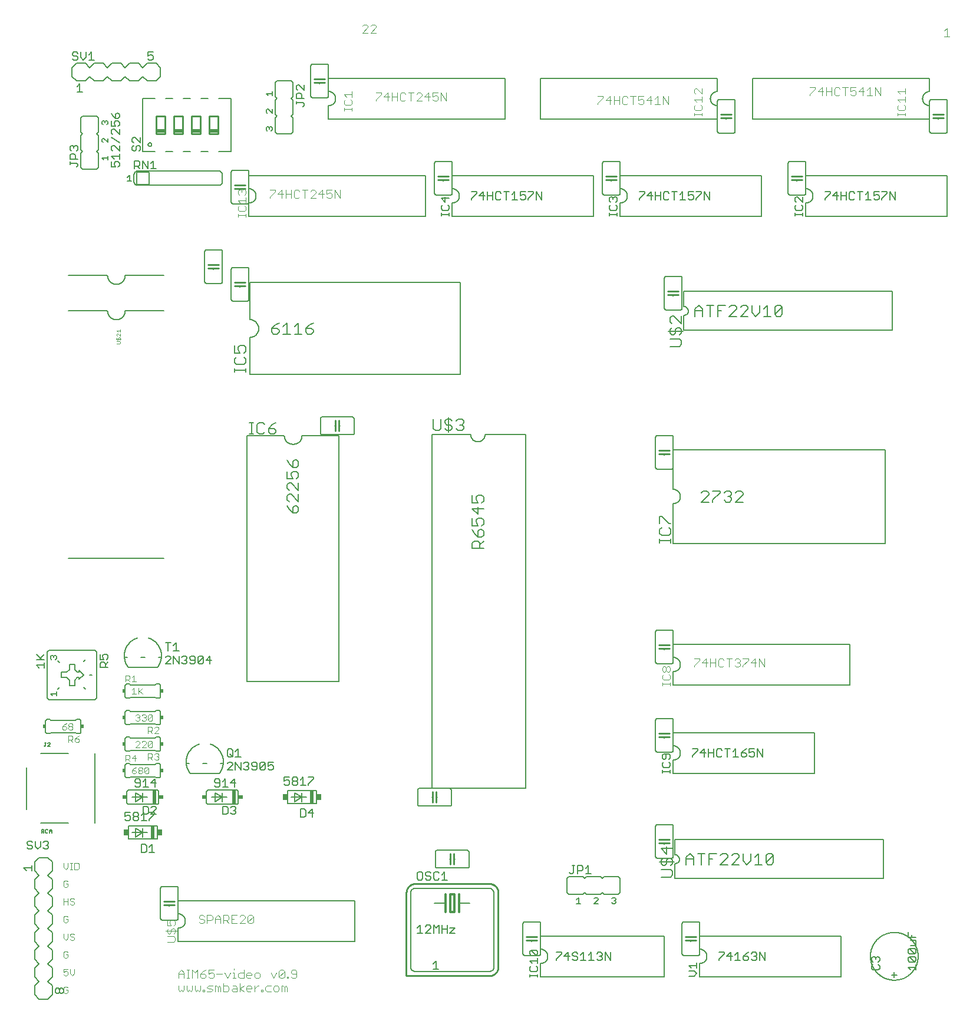
<source format=gto>
G04 EAGLE Gerber RS-274X export*
G75*
%MOMM*%
%FSLAX34Y34*%
%LPD*%
%INSilkscreen Top*%
%IPPOS*%
%AMOC8*
5,1,8,0,0,1.08239X$1,22.5*%
G01*
%ADD10C,0.076200*%
%ADD11C,0.101600*%
%ADD12C,0.152400*%
%ADD13C,0.177800*%
%ADD14C,0.254000*%
%ADD15C,0.127000*%
%ADD16C,0.304800*%
%ADD17R,0.508000X1.870000*%
%ADD18R,0.635000X0.850000*%
%ADD19R,0.508000X2.032000*%
%ADD20R,0.635000X0.508000*%
%ADD21R,0.381000X0.508000*%
%ADD22C,0.203200*%
%ADD23C,0.050800*%


D10*
X203581Y-373753D02*
X203581Y-380024D01*
X206716Y-383159D01*
X209852Y-380024D01*
X209852Y-373753D01*
X212936Y-383159D02*
X216072Y-383159D01*
X214504Y-383159D02*
X214504Y-373753D01*
X212936Y-373753D02*
X216072Y-373753D01*
X219173Y-373753D02*
X219173Y-383159D01*
X223876Y-383159D01*
X225444Y-381591D01*
X225444Y-375321D01*
X223876Y-373753D01*
X219173Y-373753D01*
X208284Y-399153D02*
X209852Y-400721D01*
X208284Y-399153D02*
X205149Y-399153D01*
X203581Y-400721D01*
X203581Y-406991D01*
X205149Y-408559D01*
X208284Y-408559D01*
X209852Y-406991D01*
X209852Y-403856D01*
X206716Y-403856D01*
X203581Y-424553D02*
X203581Y-433959D01*
X203581Y-429256D02*
X209852Y-429256D01*
X209852Y-424553D02*
X209852Y-433959D01*
X219207Y-426121D02*
X217639Y-424553D01*
X214504Y-424553D01*
X212936Y-426121D01*
X212936Y-427688D01*
X214504Y-429256D01*
X217639Y-429256D01*
X219207Y-430824D01*
X219207Y-432391D01*
X217639Y-433959D01*
X214504Y-433959D01*
X212936Y-432391D01*
X208284Y-449953D02*
X209852Y-451521D01*
X208284Y-449953D02*
X205149Y-449953D01*
X203581Y-451521D01*
X203581Y-457791D01*
X205149Y-459359D01*
X208284Y-459359D01*
X209852Y-457791D01*
X209852Y-454656D01*
X206716Y-454656D01*
X203581Y-475353D02*
X203581Y-481624D01*
X206716Y-484759D01*
X209852Y-481624D01*
X209852Y-475353D01*
X217639Y-475353D02*
X219207Y-476921D01*
X217639Y-475353D02*
X214504Y-475353D01*
X212936Y-476921D01*
X212936Y-478488D01*
X214504Y-480056D01*
X217639Y-480056D01*
X219207Y-481624D01*
X219207Y-483191D01*
X217639Y-484759D01*
X214504Y-484759D01*
X212936Y-483191D01*
X208284Y-500753D02*
X209852Y-502321D01*
X208284Y-500753D02*
X205149Y-500753D01*
X203581Y-502321D01*
X203581Y-508591D01*
X205149Y-510159D01*
X208284Y-510159D01*
X209852Y-508591D01*
X209852Y-505456D01*
X206716Y-505456D01*
X209852Y-526153D02*
X203581Y-526153D01*
X203581Y-530856D01*
X206716Y-529288D01*
X208284Y-529288D01*
X209852Y-530856D01*
X209852Y-533991D01*
X208284Y-535559D01*
X205149Y-535559D01*
X203581Y-533991D01*
X212936Y-532424D02*
X212936Y-526153D01*
X212936Y-532424D02*
X216072Y-535559D01*
X219207Y-532424D01*
X219207Y-526153D01*
X208284Y-551553D02*
X209852Y-553121D01*
X208284Y-551553D02*
X205149Y-551553D01*
X203581Y-553121D01*
X203581Y-559391D01*
X205149Y-560959D01*
X208284Y-560959D01*
X209852Y-559391D01*
X209852Y-556256D01*
X206716Y-556256D01*
D11*
X368808Y-539242D02*
X368808Y-531446D01*
X372706Y-527548D01*
X376604Y-531446D01*
X376604Y-539242D01*
X376604Y-533395D02*
X368808Y-533395D01*
X380502Y-539242D02*
X384400Y-539242D01*
X382451Y-539242D02*
X382451Y-527548D01*
X380502Y-527548D02*
X384400Y-527548D01*
X388298Y-527548D02*
X388298Y-539242D01*
X392196Y-531446D02*
X388298Y-527548D01*
X392196Y-531446D02*
X396094Y-527548D01*
X396094Y-539242D01*
X403890Y-529497D02*
X407788Y-527548D01*
X403890Y-529497D02*
X399992Y-533395D01*
X399992Y-537293D01*
X401941Y-539242D01*
X405839Y-539242D01*
X407788Y-537293D01*
X407788Y-535344D01*
X405839Y-533395D01*
X399992Y-533395D01*
X411686Y-527548D02*
X419482Y-527548D01*
X411686Y-527548D02*
X411686Y-533395D01*
X415584Y-531446D01*
X417533Y-531446D01*
X419482Y-533395D01*
X419482Y-537293D01*
X417533Y-539242D01*
X413635Y-539242D01*
X411686Y-537293D01*
X423380Y-533395D02*
X431176Y-533395D01*
X435074Y-531446D02*
X438972Y-539242D01*
X442870Y-531446D01*
X446768Y-531446D02*
X448717Y-531446D01*
X448717Y-539242D01*
X446768Y-539242D02*
X450666Y-539242D01*
X448717Y-527548D02*
X448717Y-525599D01*
X462360Y-527548D02*
X462360Y-539242D01*
X456513Y-539242D01*
X454564Y-537293D01*
X454564Y-533395D01*
X456513Y-531446D01*
X462360Y-531446D01*
X468207Y-539242D02*
X472105Y-539242D01*
X468207Y-539242D02*
X466258Y-537293D01*
X466258Y-533395D01*
X468207Y-531446D01*
X472105Y-531446D01*
X474054Y-533395D01*
X474054Y-535344D01*
X466258Y-535344D01*
X479901Y-539242D02*
X483799Y-539242D01*
X485748Y-537293D01*
X485748Y-533395D01*
X483799Y-531446D01*
X479901Y-531446D01*
X477952Y-533395D01*
X477952Y-537293D01*
X479901Y-539242D01*
X501340Y-531446D02*
X505238Y-539242D01*
X509136Y-531446D01*
X513034Y-529497D02*
X513034Y-537293D01*
X513034Y-529497D02*
X514983Y-527548D01*
X518881Y-527548D01*
X520830Y-529497D01*
X520830Y-537293D01*
X518881Y-539242D01*
X514983Y-539242D01*
X513034Y-537293D01*
X520830Y-529497D01*
X524728Y-537293D02*
X524728Y-539242D01*
X524728Y-537293D02*
X526677Y-537293D01*
X526677Y-539242D01*
X524728Y-539242D01*
X530575Y-537293D02*
X532524Y-539242D01*
X536422Y-539242D01*
X538371Y-537293D01*
X538371Y-529497D01*
X536422Y-527548D01*
X532524Y-527548D01*
X530575Y-529497D01*
X530575Y-531446D01*
X532524Y-533395D01*
X538371Y-533395D01*
X368808Y-550496D02*
X368808Y-556343D01*
X370757Y-558292D01*
X372706Y-556343D01*
X374655Y-558292D01*
X376604Y-556343D01*
X376604Y-550496D01*
X380502Y-550496D02*
X380502Y-556343D01*
X382451Y-558292D01*
X384400Y-556343D01*
X386349Y-558292D01*
X388298Y-556343D01*
X388298Y-550496D01*
X392196Y-550496D02*
X392196Y-556343D01*
X394145Y-558292D01*
X396094Y-556343D01*
X398043Y-558292D01*
X399992Y-556343D01*
X399992Y-550496D01*
X403890Y-556343D02*
X403890Y-558292D01*
X403890Y-556343D02*
X405839Y-556343D01*
X405839Y-558292D01*
X403890Y-558292D01*
X409737Y-558292D02*
X415584Y-558292D01*
X417533Y-556343D01*
X415584Y-554394D01*
X411686Y-554394D01*
X409737Y-552445D01*
X411686Y-550496D01*
X417533Y-550496D01*
X421431Y-550496D02*
X421431Y-558292D01*
X421431Y-550496D02*
X423380Y-550496D01*
X425329Y-552445D01*
X425329Y-558292D01*
X425329Y-552445D02*
X427278Y-550496D01*
X429227Y-552445D01*
X429227Y-558292D01*
X433125Y-558292D02*
X433125Y-546598D01*
X433125Y-558292D02*
X438972Y-558292D01*
X440921Y-556343D01*
X440921Y-552445D01*
X438972Y-550496D01*
X433125Y-550496D01*
X446768Y-550496D02*
X450666Y-550496D01*
X452615Y-552445D01*
X452615Y-558292D01*
X446768Y-558292D01*
X444819Y-556343D01*
X446768Y-554394D01*
X452615Y-554394D01*
X456513Y-558292D02*
X456513Y-546598D01*
X456513Y-554394D02*
X462360Y-558292D01*
X456513Y-554394D02*
X462360Y-550496D01*
X468207Y-558292D02*
X472105Y-558292D01*
X468207Y-558292D02*
X466258Y-556343D01*
X466258Y-552445D01*
X468207Y-550496D01*
X472105Y-550496D01*
X474054Y-552445D01*
X474054Y-554394D01*
X466258Y-554394D01*
X477952Y-558292D02*
X477952Y-550496D01*
X477952Y-554394D02*
X481850Y-550496D01*
X483799Y-550496D01*
X487697Y-556343D02*
X487697Y-558292D01*
X487697Y-556343D02*
X489646Y-556343D01*
X489646Y-558292D01*
X487697Y-558292D01*
X495493Y-550496D02*
X501340Y-550496D01*
X495493Y-550496D02*
X493544Y-552445D01*
X493544Y-556343D01*
X495493Y-558292D01*
X501340Y-558292D01*
X507187Y-558292D02*
X511085Y-558292D01*
X513034Y-556343D01*
X513034Y-552445D01*
X511085Y-550496D01*
X507187Y-550496D01*
X505238Y-552445D01*
X505238Y-556343D01*
X507187Y-558292D01*
X516932Y-558292D02*
X516932Y-550496D01*
X518881Y-550496D01*
X520830Y-552445D01*
X520830Y-558292D01*
X520830Y-552445D02*
X522779Y-550496D01*
X524728Y-552445D01*
X524728Y-558292D01*
D12*
X1094740Y391160D02*
X1094740Y412750D01*
X1094898Y412752D01*
X1095057Y412758D01*
X1095215Y412768D01*
X1095372Y412782D01*
X1095530Y412799D01*
X1095686Y412821D01*
X1095843Y412846D01*
X1095998Y412876D01*
X1096153Y412909D01*
X1096307Y412946D01*
X1096460Y412987D01*
X1096612Y413032D01*
X1096762Y413081D01*
X1096912Y413133D01*
X1097060Y413189D01*
X1097207Y413249D01*
X1097352Y413312D01*
X1097495Y413379D01*
X1097637Y413449D01*
X1097777Y413523D01*
X1097915Y413601D01*
X1098051Y413682D01*
X1098185Y413766D01*
X1098317Y413853D01*
X1098447Y413944D01*
X1098574Y414038D01*
X1098699Y414135D01*
X1098822Y414236D01*
X1098942Y414339D01*
X1099059Y414445D01*
X1099174Y414554D01*
X1099286Y414666D01*
X1099395Y414781D01*
X1099501Y414898D01*
X1099604Y415018D01*
X1099705Y415141D01*
X1099802Y415266D01*
X1099896Y415393D01*
X1099987Y415523D01*
X1100074Y415655D01*
X1100158Y415789D01*
X1100239Y415925D01*
X1100317Y416063D01*
X1100391Y416203D01*
X1100461Y416345D01*
X1100528Y416488D01*
X1100591Y416633D01*
X1100651Y416780D01*
X1100707Y416928D01*
X1100759Y417078D01*
X1100808Y417228D01*
X1100853Y417380D01*
X1100894Y417533D01*
X1100931Y417687D01*
X1100964Y417842D01*
X1100994Y417997D01*
X1101019Y418154D01*
X1101041Y418310D01*
X1101058Y418468D01*
X1101072Y418625D01*
X1101082Y418783D01*
X1101088Y418942D01*
X1101090Y419100D01*
X1101088Y419258D01*
X1101082Y419417D01*
X1101072Y419575D01*
X1101058Y419732D01*
X1101041Y419890D01*
X1101019Y420046D01*
X1100994Y420203D01*
X1100964Y420358D01*
X1100931Y420513D01*
X1100894Y420667D01*
X1100853Y420820D01*
X1100808Y420972D01*
X1100759Y421122D01*
X1100707Y421272D01*
X1100651Y421420D01*
X1100591Y421567D01*
X1100528Y421712D01*
X1100461Y421855D01*
X1100391Y421997D01*
X1100317Y422137D01*
X1100239Y422275D01*
X1100158Y422411D01*
X1100074Y422545D01*
X1099987Y422677D01*
X1099896Y422807D01*
X1099802Y422934D01*
X1099705Y423059D01*
X1099604Y423182D01*
X1099501Y423302D01*
X1099395Y423419D01*
X1099286Y423534D01*
X1099174Y423646D01*
X1099059Y423755D01*
X1098942Y423861D01*
X1098822Y423964D01*
X1098699Y424065D01*
X1098574Y424162D01*
X1098447Y424256D01*
X1098317Y424347D01*
X1098185Y424434D01*
X1098051Y424518D01*
X1097915Y424599D01*
X1097777Y424677D01*
X1097637Y424751D01*
X1097495Y424821D01*
X1097352Y424888D01*
X1097207Y424951D01*
X1097060Y425011D01*
X1096912Y425067D01*
X1096762Y425119D01*
X1096612Y425168D01*
X1096460Y425213D01*
X1096307Y425254D01*
X1096153Y425291D01*
X1095998Y425324D01*
X1095843Y425354D01*
X1095686Y425379D01*
X1095530Y425401D01*
X1095372Y425418D01*
X1095215Y425432D01*
X1095057Y425442D01*
X1094898Y425448D01*
X1094740Y425450D01*
X1394460Y447040D02*
X1394460Y391160D01*
X1094740Y391160D01*
X1094740Y447040D02*
X1394460Y447040D01*
X1094740Y447040D02*
X1094740Y425450D01*
D13*
X1088134Y367919D02*
X1074787Y367919D01*
X1088134Y367919D02*
X1090803Y370588D01*
X1090803Y375927D01*
X1088134Y378596D01*
X1074787Y378596D01*
X1088134Y384291D02*
X1090803Y386960D01*
X1090803Y392298D01*
X1088134Y394968D01*
X1085464Y394968D01*
X1082795Y392298D01*
X1082795Y386960D01*
X1080126Y384291D01*
X1077457Y384291D01*
X1074787Y386960D01*
X1074787Y392298D01*
X1077457Y394968D01*
X1072118Y389629D02*
X1093472Y389629D01*
X1090803Y400662D02*
X1090803Y411339D01*
X1090803Y400662D02*
X1080126Y411339D01*
X1077457Y411339D01*
X1074787Y408670D01*
X1074787Y403331D01*
X1077457Y400662D01*
X1110869Y411099D02*
X1110869Y421776D01*
X1116208Y427115D01*
X1121546Y421776D01*
X1121546Y411099D01*
X1121546Y419107D02*
X1110869Y419107D01*
X1132579Y411099D02*
X1132579Y427115D01*
X1127241Y427115D02*
X1137918Y427115D01*
X1143612Y427115D02*
X1143612Y411099D01*
X1143612Y427115D02*
X1154289Y427115D01*
X1148951Y419107D02*
X1143612Y419107D01*
X1159984Y411099D02*
X1170661Y411099D01*
X1159984Y411099D02*
X1170661Y421776D01*
X1170661Y424445D01*
X1167992Y427115D01*
X1162653Y427115D01*
X1159984Y424445D01*
X1176355Y411099D02*
X1187032Y411099D01*
X1176355Y411099D02*
X1187032Y421776D01*
X1187032Y424445D01*
X1184363Y427115D01*
X1179025Y427115D01*
X1176355Y424445D01*
X1192727Y427115D02*
X1192727Y416438D01*
X1198065Y411099D01*
X1203404Y416438D01*
X1203404Y427115D01*
X1209098Y421776D02*
X1214437Y427115D01*
X1214437Y411099D01*
X1209098Y411099D02*
X1219776Y411099D01*
X1225470Y413768D02*
X1225470Y424445D01*
X1228139Y427115D01*
X1233478Y427115D01*
X1236147Y424445D01*
X1236147Y413768D01*
X1233478Y411099D01*
X1228139Y411099D01*
X1225470Y413768D01*
X1236147Y424445D01*
D12*
X1079500Y-41910D02*
X1079500Y-85090D01*
X1054100Y-85090D02*
X1054100Y-41910D01*
X1056640Y-87630D02*
X1076960Y-87630D01*
X1076960Y-39370D02*
X1056640Y-39370D01*
X1079500Y-85090D02*
X1079498Y-85190D01*
X1079492Y-85289D01*
X1079482Y-85389D01*
X1079469Y-85487D01*
X1079451Y-85586D01*
X1079430Y-85683D01*
X1079405Y-85779D01*
X1079376Y-85875D01*
X1079343Y-85969D01*
X1079307Y-86062D01*
X1079267Y-86153D01*
X1079223Y-86243D01*
X1079176Y-86331D01*
X1079126Y-86417D01*
X1079072Y-86501D01*
X1079015Y-86583D01*
X1078955Y-86662D01*
X1078891Y-86740D01*
X1078825Y-86814D01*
X1078756Y-86886D01*
X1078684Y-86955D01*
X1078610Y-87021D01*
X1078532Y-87085D01*
X1078453Y-87145D01*
X1078371Y-87202D01*
X1078287Y-87256D01*
X1078201Y-87306D01*
X1078113Y-87353D01*
X1078023Y-87397D01*
X1077932Y-87437D01*
X1077839Y-87473D01*
X1077745Y-87506D01*
X1077649Y-87535D01*
X1077553Y-87560D01*
X1077456Y-87581D01*
X1077357Y-87599D01*
X1077259Y-87612D01*
X1077159Y-87622D01*
X1077060Y-87628D01*
X1076960Y-87630D01*
X1079500Y-41910D02*
X1079498Y-41810D01*
X1079492Y-41711D01*
X1079482Y-41611D01*
X1079469Y-41513D01*
X1079451Y-41414D01*
X1079430Y-41317D01*
X1079405Y-41221D01*
X1079376Y-41125D01*
X1079343Y-41031D01*
X1079307Y-40938D01*
X1079267Y-40847D01*
X1079223Y-40757D01*
X1079176Y-40669D01*
X1079126Y-40583D01*
X1079072Y-40499D01*
X1079015Y-40417D01*
X1078955Y-40338D01*
X1078891Y-40260D01*
X1078825Y-40186D01*
X1078756Y-40114D01*
X1078684Y-40045D01*
X1078610Y-39979D01*
X1078532Y-39915D01*
X1078453Y-39855D01*
X1078371Y-39798D01*
X1078287Y-39744D01*
X1078201Y-39694D01*
X1078113Y-39647D01*
X1078023Y-39603D01*
X1077932Y-39563D01*
X1077839Y-39527D01*
X1077745Y-39494D01*
X1077649Y-39465D01*
X1077553Y-39440D01*
X1077456Y-39419D01*
X1077357Y-39401D01*
X1077259Y-39388D01*
X1077159Y-39378D01*
X1077060Y-39372D01*
X1076960Y-39370D01*
X1054100Y-85090D02*
X1054102Y-85190D01*
X1054108Y-85289D01*
X1054118Y-85389D01*
X1054131Y-85487D01*
X1054149Y-85586D01*
X1054170Y-85683D01*
X1054195Y-85779D01*
X1054224Y-85875D01*
X1054257Y-85969D01*
X1054293Y-86062D01*
X1054333Y-86153D01*
X1054377Y-86243D01*
X1054424Y-86331D01*
X1054474Y-86417D01*
X1054528Y-86501D01*
X1054585Y-86583D01*
X1054645Y-86662D01*
X1054709Y-86740D01*
X1054775Y-86814D01*
X1054844Y-86886D01*
X1054916Y-86955D01*
X1054990Y-87021D01*
X1055068Y-87085D01*
X1055147Y-87145D01*
X1055229Y-87202D01*
X1055313Y-87256D01*
X1055399Y-87306D01*
X1055487Y-87353D01*
X1055577Y-87397D01*
X1055668Y-87437D01*
X1055761Y-87473D01*
X1055855Y-87506D01*
X1055951Y-87535D01*
X1056047Y-87560D01*
X1056144Y-87581D01*
X1056243Y-87599D01*
X1056341Y-87612D01*
X1056441Y-87622D01*
X1056540Y-87628D01*
X1056640Y-87630D01*
X1054100Y-41910D02*
X1054102Y-41810D01*
X1054108Y-41711D01*
X1054118Y-41611D01*
X1054131Y-41513D01*
X1054149Y-41414D01*
X1054170Y-41317D01*
X1054195Y-41221D01*
X1054224Y-41125D01*
X1054257Y-41031D01*
X1054293Y-40938D01*
X1054333Y-40847D01*
X1054377Y-40757D01*
X1054424Y-40669D01*
X1054474Y-40583D01*
X1054528Y-40499D01*
X1054585Y-40417D01*
X1054645Y-40338D01*
X1054709Y-40260D01*
X1054775Y-40186D01*
X1054844Y-40114D01*
X1054916Y-40045D01*
X1054990Y-39979D01*
X1055068Y-39915D01*
X1055147Y-39855D01*
X1055229Y-39798D01*
X1055313Y-39744D01*
X1055399Y-39694D01*
X1055487Y-39647D01*
X1055577Y-39603D01*
X1055668Y-39563D01*
X1055761Y-39527D01*
X1055855Y-39494D01*
X1055951Y-39465D01*
X1056047Y-39440D01*
X1056144Y-39419D01*
X1056243Y-39401D01*
X1056341Y-39388D01*
X1056441Y-39378D01*
X1056540Y-39372D01*
X1056640Y-39370D01*
X1066800Y-66040D02*
X1066800Y-67310D01*
D14*
X1066800Y-66040D02*
X1074420Y-66040D01*
X1066800Y-66040D02*
X1059180Y-66040D01*
X1066800Y-60960D02*
X1074420Y-60960D01*
X1066800Y-60960D02*
X1059180Y-60960D01*
D12*
X1066800Y-60960D02*
X1066800Y-59690D01*
X1079500Y-168910D02*
X1079500Y-212090D01*
X1054100Y-212090D02*
X1054100Y-168910D01*
X1056640Y-214630D02*
X1076960Y-214630D01*
X1076960Y-166370D02*
X1056640Y-166370D01*
X1079500Y-212090D02*
X1079498Y-212190D01*
X1079492Y-212289D01*
X1079482Y-212389D01*
X1079469Y-212487D01*
X1079451Y-212586D01*
X1079430Y-212683D01*
X1079405Y-212779D01*
X1079376Y-212875D01*
X1079343Y-212969D01*
X1079307Y-213062D01*
X1079267Y-213153D01*
X1079223Y-213243D01*
X1079176Y-213331D01*
X1079126Y-213417D01*
X1079072Y-213501D01*
X1079015Y-213583D01*
X1078955Y-213662D01*
X1078891Y-213740D01*
X1078825Y-213814D01*
X1078756Y-213886D01*
X1078684Y-213955D01*
X1078610Y-214021D01*
X1078532Y-214085D01*
X1078453Y-214145D01*
X1078371Y-214202D01*
X1078287Y-214256D01*
X1078201Y-214306D01*
X1078113Y-214353D01*
X1078023Y-214397D01*
X1077932Y-214437D01*
X1077839Y-214473D01*
X1077745Y-214506D01*
X1077649Y-214535D01*
X1077553Y-214560D01*
X1077456Y-214581D01*
X1077357Y-214599D01*
X1077259Y-214612D01*
X1077159Y-214622D01*
X1077060Y-214628D01*
X1076960Y-214630D01*
X1079500Y-168910D02*
X1079498Y-168810D01*
X1079492Y-168711D01*
X1079482Y-168611D01*
X1079469Y-168513D01*
X1079451Y-168414D01*
X1079430Y-168317D01*
X1079405Y-168221D01*
X1079376Y-168125D01*
X1079343Y-168031D01*
X1079307Y-167938D01*
X1079267Y-167847D01*
X1079223Y-167757D01*
X1079176Y-167669D01*
X1079126Y-167583D01*
X1079072Y-167499D01*
X1079015Y-167417D01*
X1078955Y-167338D01*
X1078891Y-167260D01*
X1078825Y-167186D01*
X1078756Y-167114D01*
X1078684Y-167045D01*
X1078610Y-166979D01*
X1078532Y-166915D01*
X1078453Y-166855D01*
X1078371Y-166798D01*
X1078287Y-166744D01*
X1078201Y-166694D01*
X1078113Y-166647D01*
X1078023Y-166603D01*
X1077932Y-166563D01*
X1077839Y-166527D01*
X1077745Y-166494D01*
X1077649Y-166465D01*
X1077553Y-166440D01*
X1077456Y-166419D01*
X1077357Y-166401D01*
X1077259Y-166388D01*
X1077159Y-166378D01*
X1077060Y-166372D01*
X1076960Y-166370D01*
X1054100Y-212090D02*
X1054102Y-212190D01*
X1054108Y-212289D01*
X1054118Y-212389D01*
X1054131Y-212487D01*
X1054149Y-212586D01*
X1054170Y-212683D01*
X1054195Y-212779D01*
X1054224Y-212875D01*
X1054257Y-212969D01*
X1054293Y-213062D01*
X1054333Y-213153D01*
X1054377Y-213243D01*
X1054424Y-213331D01*
X1054474Y-213417D01*
X1054528Y-213501D01*
X1054585Y-213583D01*
X1054645Y-213662D01*
X1054709Y-213740D01*
X1054775Y-213814D01*
X1054844Y-213886D01*
X1054916Y-213955D01*
X1054990Y-214021D01*
X1055068Y-214085D01*
X1055147Y-214145D01*
X1055229Y-214202D01*
X1055313Y-214256D01*
X1055399Y-214306D01*
X1055487Y-214353D01*
X1055577Y-214397D01*
X1055668Y-214437D01*
X1055761Y-214473D01*
X1055855Y-214506D01*
X1055951Y-214535D01*
X1056047Y-214560D01*
X1056144Y-214581D01*
X1056243Y-214599D01*
X1056341Y-214612D01*
X1056441Y-214622D01*
X1056540Y-214628D01*
X1056640Y-214630D01*
X1054100Y-168910D02*
X1054102Y-168810D01*
X1054108Y-168711D01*
X1054118Y-168611D01*
X1054131Y-168513D01*
X1054149Y-168414D01*
X1054170Y-168317D01*
X1054195Y-168221D01*
X1054224Y-168125D01*
X1054257Y-168031D01*
X1054293Y-167938D01*
X1054333Y-167847D01*
X1054377Y-167757D01*
X1054424Y-167669D01*
X1054474Y-167583D01*
X1054528Y-167499D01*
X1054585Y-167417D01*
X1054645Y-167338D01*
X1054709Y-167260D01*
X1054775Y-167186D01*
X1054844Y-167114D01*
X1054916Y-167045D01*
X1054990Y-166979D01*
X1055068Y-166915D01*
X1055147Y-166855D01*
X1055229Y-166798D01*
X1055313Y-166744D01*
X1055399Y-166694D01*
X1055487Y-166647D01*
X1055577Y-166603D01*
X1055668Y-166563D01*
X1055761Y-166527D01*
X1055855Y-166494D01*
X1055951Y-166465D01*
X1056047Y-166440D01*
X1056144Y-166419D01*
X1056243Y-166401D01*
X1056341Y-166388D01*
X1056441Y-166378D01*
X1056540Y-166372D01*
X1056640Y-166370D01*
X1066800Y-193040D02*
X1066800Y-194310D01*
D14*
X1066800Y-193040D02*
X1074420Y-193040D01*
X1066800Y-193040D02*
X1059180Y-193040D01*
X1066800Y-187960D02*
X1074420Y-187960D01*
X1066800Y-187960D02*
X1059180Y-187960D01*
D12*
X1066800Y-187960D02*
X1066800Y-186690D01*
X1397000Y-530860D02*
X1397000Y-538480D01*
X1400810Y-534670D02*
X1393190Y-534670D01*
X1362710Y-508000D02*
X1362720Y-507158D01*
X1362751Y-506317D01*
X1362803Y-505477D01*
X1362875Y-504639D01*
X1362968Y-503803D01*
X1363081Y-502969D01*
X1363215Y-502138D01*
X1363369Y-501310D01*
X1363543Y-500487D01*
X1363738Y-499668D01*
X1363952Y-498854D01*
X1364187Y-498046D01*
X1364441Y-497244D01*
X1364714Y-496448D01*
X1365008Y-495659D01*
X1365320Y-494878D01*
X1365652Y-494104D01*
X1366002Y-493339D01*
X1366371Y-492583D01*
X1366759Y-491836D01*
X1367165Y-491099D01*
X1367588Y-490371D01*
X1368030Y-489655D01*
X1368489Y-488949D01*
X1368965Y-488256D01*
X1369458Y-487573D01*
X1369968Y-486904D01*
X1370493Y-486247D01*
X1371035Y-485603D01*
X1371593Y-484972D01*
X1372166Y-484356D01*
X1372753Y-483753D01*
X1373356Y-483166D01*
X1373972Y-482593D01*
X1374603Y-482035D01*
X1375247Y-481493D01*
X1375904Y-480968D01*
X1376573Y-480458D01*
X1377256Y-479965D01*
X1377949Y-479489D01*
X1378655Y-479030D01*
X1379371Y-478588D01*
X1380099Y-478165D01*
X1380836Y-477759D01*
X1381583Y-477371D01*
X1382339Y-477002D01*
X1383104Y-476652D01*
X1383878Y-476320D01*
X1384659Y-476008D01*
X1385448Y-475714D01*
X1386244Y-475441D01*
X1387046Y-475187D01*
X1387854Y-474952D01*
X1388668Y-474738D01*
X1389487Y-474543D01*
X1390310Y-474369D01*
X1391138Y-474215D01*
X1391969Y-474081D01*
X1392803Y-473968D01*
X1393639Y-473875D01*
X1394477Y-473803D01*
X1395317Y-473751D01*
X1396158Y-473720D01*
X1397000Y-473710D01*
X1397842Y-473720D01*
X1398683Y-473751D01*
X1399523Y-473803D01*
X1400361Y-473875D01*
X1401197Y-473968D01*
X1402031Y-474081D01*
X1402862Y-474215D01*
X1403690Y-474369D01*
X1404513Y-474543D01*
X1405332Y-474738D01*
X1406146Y-474952D01*
X1406954Y-475187D01*
X1407756Y-475441D01*
X1408552Y-475714D01*
X1409341Y-476008D01*
X1410122Y-476320D01*
X1410896Y-476652D01*
X1411661Y-477002D01*
X1412417Y-477371D01*
X1413164Y-477759D01*
X1413901Y-478165D01*
X1414629Y-478588D01*
X1415345Y-479030D01*
X1416051Y-479489D01*
X1416744Y-479965D01*
X1417427Y-480458D01*
X1418096Y-480968D01*
X1418753Y-481493D01*
X1419397Y-482035D01*
X1420028Y-482593D01*
X1420644Y-483166D01*
X1421247Y-483753D01*
X1421834Y-484356D01*
X1422407Y-484972D01*
X1422965Y-485603D01*
X1423507Y-486247D01*
X1424032Y-486904D01*
X1424542Y-487573D01*
X1425035Y-488256D01*
X1425511Y-488949D01*
X1425970Y-489655D01*
X1426412Y-490371D01*
X1426835Y-491099D01*
X1427241Y-491836D01*
X1427629Y-492583D01*
X1427998Y-493339D01*
X1428348Y-494104D01*
X1428680Y-494878D01*
X1428992Y-495659D01*
X1429286Y-496448D01*
X1429559Y-497244D01*
X1429813Y-498046D01*
X1430048Y-498854D01*
X1430262Y-499668D01*
X1430457Y-500487D01*
X1430631Y-501310D01*
X1430785Y-502138D01*
X1430919Y-502969D01*
X1431032Y-503803D01*
X1431125Y-504639D01*
X1431197Y-505477D01*
X1431249Y-506317D01*
X1431280Y-507158D01*
X1431290Y-508000D01*
X1431280Y-508842D01*
X1431249Y-509683D01*
X1431197Y-510523D01*
X1431125Y-511361D01*
X1431032Y-512197D01*
X1430919Y-513031D01*
X1430785Y-513862D01*
X1430631Y-514690D01*
X1430457Y-515513D01*
X1430262Y-516332D01*
X1430048Y-517146D01*
X1429813Y-517954D01*
X1429559Y-518756D01*
X1429286Y-519552D01*
X1428992Y-520341D01*
X1428680Y-521122D01*
X1428348Y-521896D01*
X1427998Y-522661D01*
X1427629Y-523417D01*
X1427241Y-524164D01*
X1426835Y-524901D01*
X1426412Y-525629D01*
X1425970Y-526345D01*
X1425511Y-527051D01*
X1425035Y-527744D01*
X1424542Y-528427D01*
X1424032Y-529096D01*
X1423507Y-529753D01*
X1422965Y-530397D01*
X1422407Y-531028D01*
X1421834Y-531644D01*
X1421247Y-532247D01*
X1420644Y-532834D01*
X1420028Y-533407D01*
X1419397Y-533965D01*
X1418753Y-534507D01*
X1418096Y-535032D01*
X1417427Y-535542D01*
X1416744Y-536035D01*
X1416051Y-536511D01*
X1415345Y-536970D01*
X1414629Y-537412D01*
X1413901Y-537835D01*
X1413164Y-538241D01*
X1412417Y-538629D01*
X1411661Y-538998D01*
X1410896Y-539348D01*
X1410122Y-539680D01*
X1409341Y-539992D01*
X1408552Y-540286D01*
X1407756Y-540559D01*
X1406954Y-540813D01*
X1406146Y-541048D01*
X1405332Y-541262D01*
X1404513Y-541457D01*
X1403690Y-541631D01*
X1402862Y-541785D01*
X1402031Y-541919D01*
X1401197Y-542032D01*
X1400361Y-542125D01*
X1399523Y-542197D01*
X1398683Y-542249D01*
X1397842Y-542280D01*
X1397000Y-542290D01*
X1396158Y-542280D01*
X1395317Y-542249D01*
X1394477Y-542197D01*
X1393639Y-542125D01*
X1392803Y-542032D01*
X1391969Y-541919D01*
X1391138Y-541785D01*
X1390310Y-541631D01*
X1389487Y-541457D01*
X1388668Y-541262D01*
X1387854Y-541048D01*
X1387046Y-540813D01*
X1386244Y-540559D01*
X1385448Y-540286D01*
X1384659Y-539992D01*
X1383878Y-539680D01*
X1383104Y-539348D01*
X1382339Y-538998D01*
X1381583Y-538629D01*
X1380836Y-538241D01*
X1380099Y-537835D01*
X1379371Y-537412D01*
X1378655Y-536970D01*
X1377949Y-536511D01*
X1377256Y-536035D01*
X1376573Y-535542D01*
X1375904Y-535032D01*
X1375247Y-534507D01*
X1374603Y-533965D01*
X1373972Y-533407D01*
X1373356Y-532834D01*
X1372753Y-532247D01*
X1372166Y-531644D01*
X1371593Y-531028D01*
X1371035Y-530397D01*
X1370493Y-529753D01*
X1369968Y-529096D01*
X1369458Y-528427D01*
X1368965Y-527744D01*
X1368489Y-527051D01*
X1368030Y-526345D01*
X1367588Y-525629D01*
X1367165Y-524901D01*
X1366759Y-524164D01*
X1366371Y-523417D01*
X1366002Y-522661D01*
X1365652Y-521896D01*
X1365320Y-521122D01*
X1365008Y-520341D01*
X1364714Y-519552D01*
X1364441Y-518756D01*
X1364187Y-517954D01*
X1363952Y-517146D01*
X1363738Y-516332D01*
X1363543Y-515513D01*
X1363369Y-514690D01*
X1363215Y-513862D01*
X1363081Y-513031D01*
X1362968Y-512197D01*
X1362875Y-511361D01*
X1362803Y-510523D01*
X1362751Y-509683D01*
X1362720Y-508842D01*
X1362710Y-508000D01*
D15*
X1366512Y-520059D02*
X1364605Y-521965D01*
X1364605Y-525778D01*
X1366512Y-527685D01*
X1374138Y-527685D01*
X1376045Y-525778D01*
X1376045Y-521965D01*
X1374138Y-520059D01*
X1366512Y-515991D02*
X1364605Y-514084D01*
X1364605Y-510271D01*
X1366512Y-508365D01*
X1368419Y-508365D01*
X1370325Y-510271D01*
X1370325Y-512178D01*
X1370325Y-510271D02*
X1372232Y-508365D01*
X1374138Y-508365D01*
X1376045Y-510271D01*
X1376045Y-514084D01*
X1374138Y-515991D01*
X1416675Y-523872D02*
X1420489Y-527685D01*
X1416675Y-523872D02*
X1428115Y-523872D01*
X1428115Y-527685D02*
X1428115Y-520059D01*
X1426208Y-515991D02*
X1418582Y-515991D01*
X1416675Y-514084D01*
X1416675Y-510271D01*
X1418582Y-508365D01*
X1426208Y-508365D01*
X1428115Y-510271D01*
X1428115Y-514084D01*
X1426208Y-515991D01*
X1418582Y-508365D01*
X1418582Y-504297D02*
X1426208Y-504297D01*
X1418582Y-504297D02*
X1416675Y-502390D01*
X1416675Y-498577D01*
X1418582Y-496671D01*
X1426208Y-496671D01*
X1428115Y-498577D01*
X1428115Y-502390D01*
X1426208Y-504297D01*
X1418582Y-496671D01*
X1420489Y-492603D02*
X1426208Y-492603D01*
X1428115Y-490696D01*
X1428115Y-484977D01*
X1420489Y-484977D01*
X1416675Y-480909D02*
X1428115Y-480909D01*
X1416675Y-480909D02*
X1416675Y-473283D01*
X1422395Y-477096D02*
X1422395Y-480909D01*
D11*
X1468628Y821104D02*
X1472526Y825002D01*
X1472526Y813308D01*
X1468628Y813308D02*
X1476424Y813308D01*
X640764Y818388D02*
X632968Y818388D01*
X640764Y826184D01*
X640764Y828133D01*
X638815Y830082D01*
X634917Y830082D01*
X632968Y828133D01*
X644662Y818388D02*
X652458Y818388D01*
X644662Y818388D02*
X652458Y826184D01*
X652458Y828133D01*
X650509Y830082D01*
X646611Y830082D01*
X644662Y828133D01*
D12*
X1270000Y613410D02*
X1473200Y613410D01*
X1473200Y554990D02*
X1270000Y554990D01*
X1473200Y554990D02*
X1473200Y613410D01*
X1270000Y613410D02*
X1270000Y594360D01*
X1270000Y574040D02*
X1270000Y554990D01*
X1270000Y574040D02*
X1270247Y574043D01*
X1270495Y574052D01*
X1270742Y574067D01*
X1270988Y574088D01*
X1271234Y574115D01*
X1271479Y574148D01*
X1271724Y574187D01*
X1271967Y574232D01*
X1272209Y574283D01*
X1272450Y574340D01*
X1272689Y574402D01*
X1272927Y574471D01*
X1273163Y574545D01*
X1273397Y574625D01*
X1273629Y574710D01*
X1273859Y574802D01*
X1274087Y574898D01*
X1274312Y575001D01*
X1274535Y575108D01*
X1274755Y575222D01*
X1274972Y575340D01*
X1275187Y575464D01*
X1275398Y575593D01*
X1275606Y575727D01*
X1275811Y575866D01*
X1276012Y576010D01*
X1276210Y576158D01*
X1276404Y576312D01*
X1276594Y576470D01*
X1276780Y576633D01*
X1276962Y576800D01*
X1277140Y576972D01*
X1277314Y577148D01*
X1277484Y577328D01*
X1277649Y577513D01*
X1277809Y577701D01*
X1277965Y577893D01*
X1278117Y578089D01*
X1278263Y578288D01*
X1278405Y578491D01*
X1278541Y578698D01*
X1278673Y578907D01*
X1278799Y579120D01*
X1278920Y579336D01*
X1279036Y579554D01*
X1279146Y579776D01*
X1279251Y580000D01*
X1279351Y580226D01*
X1279445Y580455D01*
X1279533Y580686D01*
X1279616Y580920D01*
X1279693Y581155D01*
X1279764Y581392D01*
X1279830Y581630D01*
X1279889Y581870D01*
X1279943Y582112D01*
X1279991Y582355D01*
X1280033Y582598D01*
X1280069Y582843D01*
X1280099Y583089D01*
X1280123Y583335D01*
X1280141Y583582D01*
X1280153Y583829D01*
X1280159Y584076D01*
X1280159Y584324D01*
X1280153Y584571D01*
X1280141Y584818D01*
X1280123Y585065D01*
X1280099Y585311D01*
X1280069Y585557D01*
X1280033Y585802D01*
X1279991Y586045D01*
X1279943Y586288D01*
X1279889Y586530D01*
X1279830Y586770D01*
X1279764Y587008D01*
X1279693Y587245D01*
X1279616Y587480D01*
X1279533Y587714D01*
X1279445Y587945D01*
X1279351Y588174D01*
X1279251Y588400D01*
X1279146Y588624D01*
X1279036Y588846D01*
X1278920Y589064D01*
X1278799Y589280D01*
X1278673Y589493D01*
X1278541Y589702D01*
X1278405Y589909D01*
X1278263Y590112D01*
X1278117Y590311D01*
X1277965Y590507D01*
X1277809Y590699D01*
X1277649Y590887D01*
X1277484Y591072D01*
X1277314Y591252D01*
X1277140Y591428D01*
X1276962Y591600D01*
X1276780Y591767D01*
X1276594Y591930D01*
X1276404Y592088D01*
X1276210Y592242D01*
X1276012Y592390D01*
X1275811Y592534D01*
X1275606Y592673D01*
X1275398Y592807D01*
X1275187Y592936D01*
X1274972Y593060D01*
X1274755Y593178D01*
X1274535Y593292D01*
X1274312Y593399D01*
X1274087Y593502D01*
X1273859Y593598D01*
X1273629Y593690D01*
X1273397Y593775D01*
X1273163Y593855D01*
X1272927Y593929D01*
X1272689Y593998D01*
X1272450Y594060D01*
X1272209Y594117D01*
X1271967Y594168D01*
X1271724Y594213D01*
X1271479Y594252D01*
X1271234Y594285D01*
X1270988Y594312D01*
X1270742Y594333D01*
X1270495Y594348D01*
X1270247Y594357D01*
X1270000Y594360D01*
D15*
X1265555Y559438D02*
X1265555Y555625D01*
X1265555Y557532D02*
X1254115Y557532D01*
X1254115Y559438D02*
X1254115Y555625D01*
X1254115Y569141D02*
X1256022Y571047D01*
X1254115Y569141D02*
X1254115Y565328D01*
X1256022Y563421D01*
X1263648Y563421D01*
X1265555Y565328D01*
X1265555Y569141D01*
X1263648Y571047D01*
X1265555Y575115D02*
X1265555Y582741D01*
X1265555Y575115D02*
X1257929Y582741D01*
X1256022Y582741D01*
X1254115Y580835D01*
X1254115Y577022D01*
X1256022Y575115D01*
X1297305Y589925D02*
X1304932Y589925D01*
X1304932Y588018D01*
X1297305Y580392D01*
X1297305Y578485D01*
X1314719Y578485D02*
X1314719Y589925D01*
X1308999Y584205D01*
X1316625Y584205D01*
X1320693Y578485D02*
X1320693Y589925D01*
X1320693Y584205D02*
X1328319Y584205D01*
X1328319Y589925D02*
X1328319Y578485D01*
X1338107Y589925D02*
X1340013Y588018D01*
X1338107Y589925D02*
X1334294Y589925D01*
X1332387Y588018D01*
X1332387Y580392D01*
X1334294Y578485D01*
X1338107Y578485D01*
X1340013Y580392D01*
X1347894Y578485D02*
X1347894Y589925D01*
X1344081Y589925D02*
X1351707Y589925D01*
X1355775Y586112D02*
X1359588Y589925D01*
X1359588Y578485D01*
X1355775Y578485D02*
X1363401Y578485D01*
X1367469Y589925D02*
X1375095Y589925D01*
X1367469Y589925D02*
X1367469Y584205D01*
X1371282Y586112D01*
X1373189Y586112D01*
X1375095Y584205D01*
X1375095Y580392D01*
X1373189Y578485D01*
X1369375Y578485D01*
X1367469Y580392D01*
X1379163Y589925D02*
X1386789Y589925D01*
X1386789Y588018D01*
X1379163Y580392D01*
X1379163Y578485D01*
X1390857Y578485D02*
X1390857Y589925D01*
X1398483Y578485D01*
X1398483Y589925D01*
D12*
X1206500Y613410D02*
X1003300Y613410D01*
X1003300Y554990D02*
X1206500Y554990D01*
X1206500Y613410D01*
X1003300Y613410D02*
X1003300Y594360D01*
X1003300Y574040D02*
X1003300Y554990D01*
X1003300Y574040D02*
X1003547Y574043D01*
X1003795Y574052D01*
X1004042Y574067D01*
X1004288Y574088D01*
X1004534Y574115D01*
X1004779Y574148D01*
X1005024Y574187D01*
X1005267Y574232D01*
X1005509Y574283D01*
X1005750Y574340D01*
X1005989Y574402D01*
X1006227Y574471D01*
X1006463Y574545D01*
X1006697Y574625D01*
X1006929Y574710D01*
X1007159Y574802D01*
X1007387Y574898D01*
X1007612Y575001D01*
X1007835Y575108D01*
X1008055Y575222D01*
X1008272Y575340D01*
X1008487Y575464D01*
X1008698Y575593D01*
X1008906Y575727D01*
X1009111Y575866D01*
X1009312Y576010D01*
X1009510Y576158D01*
X1009704Y576312D01*
X1009894Y576470D01*
X1010080Y576633D01*
X1010262Y576800D01*
X1010440Y576972D01*
X1010614Y577148D01*
X1010784Y577328D01*
X1010949Y577513D01*
X1011109Y577701D01*
X1011265Y577893D01*
X1011417Y578089D01*
X1011563Y578288D01*
X1011705Y578491D01*
X1011841Y578698D01*
X1011973Y578907D01*
X1012099Y579120D01*
X1012220Y579336D01*
X1012336Y579554D01*
X1012446Y579776D01*
X1012551Y580000D01*
X1012651Y580226D01*
X1012745Y580455D01*
X1012833Y580686D01*
X1012916Y580920D01*
X1012993Y581155D01*
X1013064Y581392D01*
X1013130Y581630D01*
X1013189Y581870D01*
X1013243Y582112D01*
X1013291Y582355D01*
X1013333Y582598D01*
X1013369Y582843D01*
X1013399Y583089D01*
X1013423Y583335D01*
X1013441Y583582D01*
X1013453Y583829D01*
X1013459Y584076D01*
X1013459Y584324D01*
X1013453Y584571D01*
X1013441Y584818D01*
X1013423Y585065D01*
X1013399Y585311D01*
X1013369Y585557D01*
X1013333Y585802D01*
X1013291Y586045D01*
X1013243Y586288D01*
X1013189Y586530D01*
X1013130Y586770D01*
X1013064Y587008D01*
X1012993Y587245D01*
X1012916Y587480D01*
X1012833Y587714D01*
X1012745Y587945D01*
X1012651Y588174D01*
X1012551Y588400D01*
X1012446Y588624D01*
X1012336Y588846D01*
X1012220Y589064D01*
X1012099Y589280D01*
X1011973Y589493D01*
X1011841Y589702D01*
X1011705Y589909D01*
X1011563Y590112D01*
X1011417Y590311D01*
X1011265Y590507D01*
X1011109Y590699D01*
X1010949Y590887D01*
X1010784Y591072D01*
X1010614Y591252D01*
X1010440Y591428D01*
X1010262Y591600D01*
X1010080Y591767D01*
X1009894Y591930D01*
X1009704Y592088D01*
X1009510Y592242D01*
X1009312Y592390D01*
X1009111Y592534D01*
X1008906Y592673D01*
X1008698Y592807D01*
X1008487Y592936D01*
X1008272Y593060D01*
X1008055Y593178D01*
X1007835Y593292D01*
X1007612Y593399D01*
X1007387Y593502D01*
X1007159Y593598D01*
X1006929Y593690D01*
X1006697Y593775D01*
X1006463Y593855D01*
X1006227Y593929D01*
X1005989Y593998D01*
X1005750Y594060D01*
X1005509Y594117D01*
X1005267Y594168D01*
X1005024Y594213D01*
X1004779Y594252D01*
X1004534Y594285D01*
X1004288Y594312D01*
X1004042Y594333D01*
X1003795Y594348D01*
X1003547Y594357D01*
X1003300Y594360D01*
D15*
X998855Y559438D02*
X998855Y555625D01*
X998855Y557532D02*
X987415Y557532D01*
X987415Y559438D02*
X987415Y555625D01*
X987415Y569141D02*
X989322Y571047D01*
X987415Y569141D02*
X987415Y565328D01*
X989322Y563421D01*
X996948Y563421D01*
X998855Y565328D01*
X998855Y569141D01*
X996948Y571047D01*
X989322Y575115D02*
X987415Y577022D01*
X987415Y580835D01*
X989322Y582741D01*
X991229Y582741D01*
X993135Y580835D01*
X993135Y578928D01*
X993135Y580835D02*
X995042Y582741D01*
X996948Y582741D01*
X998855Y580835D01*
X998855Y577022D01*
X996948Y575115D01*
X1030605Y589925D02*
X1038232Y589925D01*
X1038232Y588018D01*
X1030605Y580392D01*
X1030605Y578485D01*
X1048019Y578485D02*
X1048019Y589925D01*
X1042299Y584205D01*
X1049925Y584205D01*
X1053993Y578485D02*
X1053993Y589925D01*
X1053993Y584205D02*
X1061619Y584205D01*
X1061619Y589925D02*
X1061619Y578485D01*
X1071407Y589925D02*
X1073313Y588018D01*
X1071407Y589925D02*
X1067594Y589925D01*
X1065687Y588018D01*
X1065687Y580392D01*
X1067594Y578485D01*
X1071407Y578485D01*
X1073313Y580392D01*
X1081194Y578485D02*
X1081194Y589925D01*
X1077381Y589925D02*
X1085007Y589925D01*
X1089075Y586112D02*
X1092888Y589925D01*
X1092888Y578485D01*
X1089075Y578485D02*
X1096701Y578485D01*
X1100769Y589925D02*
X1108395Y589925D01*
X1100769Y589925D02*
X1100769Y584205D01*
X1104582Y586112D01*
X1106489Y586112D01*
X1108395Y584205D01*
X1108395Y580392D01*
X1106489Y578485D01*
X1102675Y578485D01*
X1100769Y580392D01*
X1112463Y589925D02*
X1120089Y589925D01*
X1120089Y588018D01*
X1112463Y580392D01*
X1112463Y578485D01*
X1124157Y578485D02*
X1124157Y589925D01*
X1131783Y578485D01*
X1131783Y589925D01*
D12*
X965200Y613410D02*
X762000Y613410D01*
X762000Y554990D02*
X965200Y554990D01*
X965200Y613410D01*
X762000Y613410D02*
X762000Y594360D01*
X762000Y574040D02*
X762000Y554990D01*
X762000Y574040D02*
X762247Y574043D01*
X762495Y574052D01*
X762742Y574067D01*
X762988Y574088D01*
X763234Y574115D01*
X763479Y574148D01*
X763724Y574187D01*
X763967Y574232D01*
X764209Y574283D01*
X764450Y574340D01*
X764689Y574402D01*
X764927Y574471D01*
X765163Y574545D01*
X765397Y574625D01*
X765629Y574710D01*
X765859Y574802D01*
X766087Y574898D01*
X766312Y575001D01*
X766535Y575108D01*
X766755Y575222D01*
X766972Y575340D01*
X767187Y575464D01*
X767398Y575593D01*
X767606Y575727D01*
X767811Y575866D01*
X768012Y576010D01*
X768210Y576158D01*
X768404Y576312D01*
X768594Y576470D01*
X768780Y576633D01*
X768962Y576800D01*
X769140Y576972D01*
X769314Y577148D01*
X769484Y577328D01*
X769649Y577513D01*
X769809Y577701D01*
X769965Y577893D01*
X770117Y578089D01*
X770263Y578288D01*
X770405Y578491D01*
X770541Y578698D01*
X770673Y578907D01*
X770799Y579120D01*
X770920Y579336D01*
X771036Y579554D01*
X771146Y579776D01*
X771251Y580000D01*
X771351Y580226D01*
X771445Y580455D01*
X771533Y580686D01*
X771616Y580920D01*
X771693Y581155D01*
X771764Y581392D01*
X771830Y581630D01*
X771889Y581870D01*
X771943Y582112D01*
X771991Y582355D01*
X772033Y582598D01*
X772069Y582843D01*
X772099Y583089D01*
X772123Y583335D01*
X772141Y583582D01*
X772153Y583829D01*
X772159Y584076D01*
X772159Y584324D01*
X772153Y584571D01*
X772141Y584818D01*
X772123Y585065D01*
X772099Y585311D01*
X772069Y585557D01*
X772033Y585802D01*
X771991Y586045D01*
X771943Y586288D01*
X771889Y586530D01*
X771830Y586770D01*
X771764Y587008D01*
X771693Y587245D01*
X771616Y587480D01*
X771533Y587714D01*
X771445Y587945D01*
X771351Y588174D01*
X771251Y588400D01*
X771146Y588624D01*
X771036Y588846D01*
X770920Y589064D01*
X770799Y589280D01*
X770673Y589493D01*
X770541Y589702D01*
X770405Y589909D01*
X770263Y590112D01*
X770117Y590311D01*
X769965Y590507D01*
X769809Y590699D01*
X769649Y590887D01*
X769484Y591072D01*
X769314Y591252D01*
X769140Y591428D01*
X768962Y591600D01*
X768780Y591767D01*
X768594Y591930D01*
X768404Y592088D01*
X768210Y592242D01*
X768012Y592390D01*
X767811Y592534D01*
X767606Y592673D01*
X767398Y592807D01*
X767187Y592936D01*
X766972Y593060D01*
X766755Y593178D01*
X766535Y593292D01*
X766312Y593399D01*
X766087Y593502D01*
X765859Y593598D01*
X765629Y593690D01*
X765397Y593775D01*
X765163Y593855D01*
X764927Y593929D01*
X764689Y593998D01*
X764450Y594060D01*
X764209Y594117D01*
X763967Y594168D01*
X763724Y594213D01*
X763479Y594252D01*
X763234Y594285D01*
X762988Y594312D01*
X762742Y594333D01*
X762495Y594348D01*
X762247Y594357D01*
X762000Y594360D01*
D15*
X757555Y559438D02*
X757555Y555625D01*
X757555Y557532D02*
X746115Y557532D01*
X746115Y559438D02*
X746115Y555625D01*
X746115Y569141D02*
X748022Y571047D01*
X746115Y569141D02*
X746115Y565328D01*
X748022Y563421D01*
X755648Y563421D01*
X757555Y565328D01*
X757555Y569141D01*
X755648Y571047D01*
X757555Y580835D02*
X746115Y580835D01*
X751835Y575115D01*
X751835Y582741D01*
X789305Y589925D02*
X796932Y589925D01*
X796932Y588018D01*
X789305Y580392D01*
X789305Y578485D01*
X806719Y578485D02*
X806719Y589925D01*
X800999Y584205D01*
X808625Y584205D01*
X812693Y578485D02*
X812693Y589925D01*
X812693Y584205D02*
X820319Y584205D01*
X820319Y589925D02*
X820319Y578485D01*
X830107Y589925D02*
X832013Y588018D01*
X830107Y589925D02*
X826294Y589925D01*
X824387Y588018D01*
X824387Y580392D01*
X826294Y578485D01*
X830107Y578485D01*
X832013Y580392D01*
X839894Y578485D02*
X839894Y589925D01*
X836081Y589925D02*
X843707Y589925D01*
X847775Y586112D02*
X851588Y589925D01*
X851588Y578485D01*
X847775Y578485D02*
X855401Y578485D01*
X859469Y589925D02*
X867095Y589925D01*
X859469Y589925D02*
X859469Y584205D01*
X863282Y586112D01*
X865189Y586112D01*
X867095Y584205D01*
X867095Y580392D01*
X865189Y578485D01*
X861375Y578485D01*
X859469Y580392D01*
X871163Y589925D02*
X878789Y589925D01*
X878789Y588018D01*
X871163Y580392D01*
X871163Y578485D01*
X882857Y578485D02*
X882857Y589925D01*
X890483Y578485D01*
X890483Y589925D01*
D12*
X471170Y381000D02*
X471170Y327660D01*
X471170Y381000D02*
X471479Y381004D01*
X471788Y381015D01*
X472097Y381034D01*
X472405Y381060D01*
X472713Y381094D01*
X473019Y381135D01*
X473325Y381184D01*
X473629Y381240D01*
X473931Y381304D01*
X474232Y381375D01*
X474532Y381453D01*
X474829Y381538D01*
X475124Y381631D01*
X475417Y381731D01*
X475707Y381838D01*
X475994Y381952D01*
X476279Y382073D01*
X476561Y382201D01*
X476839Y382335D01*
X477114Y382477D01*
X477386Y382625D01*
X477653Y382780D01*
X477917Y382941D01*
X478177Y383108D01*
X478433Y383282D01*
X478685Y383462D01*
X478932Y383648D01*
X479174Y383840D01*
X479412Y384038D01*
X479645Y384241D01*
X479873Y384451D01*
X480095Y384665D01*
X480313Y384885D01*
X480525Y385111D01*
X480731Y385341D01*
X480932Y385576D01*
X481127Y385816D01*
X481316Y386061D01*
X481499Y386310D01*
X481676Y386564D01*
X481846Y386822D01*
X482011Y387084D01*
X482169Y387350D01*
X482320Y387620D01*
X482465Y387893D01*
X482603Y388170D01*
X482734Y388450D01*
X482858Y388733D01*
X482976Y389019D01*
X483086Y389308D01*
X483190Y389599D01*
X483286Y389893D01*
X483375Y390189D01*
X483457Y390488D01*
X483532Y390788D01*
X483599Y391090D01*
X483659Y391393D01*
X483711Y391698D01*
X483756Y392004D01*
X483794Y392311D01*
X483824Y392619D01*
X483846Y392927D01*
X483862Y393236D01*
X483869Y393545D01*
X483869Y393855D01*
X483862Y394164D01*
X483846Y394473D01*
X483824Y394781D01*
X483794Y395089D01*
X483756Y395396D01*
X483711Y395702D01*
X483659Y396007D01*
X483599Y396310D01*
X483532Y396612D01*
X483457Y396912D01*
X483375Y397211D01*
X483286Y397507D01*
X483190Y397801D01*
X483086Y398092D01*
X482976Y398381D01*
X482858Y398667D01*
X482734Y398950D01*
X482603Y399230D01*
X482465Y399507D01*
X482320Y399780D01*
X482169Y400050D01*
X482011Y400316D01*
X481846Y400578D01*
X481676Y400836D01*
X481499Y401090D01*
X481316Y401339D01*
X481127Y401584D01*
X480932Y401824D01*
X480731Y402059D01*
X480525Y402289D01*
X480313Y402515D01*
X480095Y402735D01*
X479873Y402949D01*
X479645Y403159D01*
X479412Y403362D01*
X479174Y403560D01*
X478932Y403752D01*
X478685Y403938D01*
X478433Y404118D01*
X478177Y404292D01*
X477917Y404459D01*
X477653Y404620D01*
X477386Y404775D01*
X477114Y404923D01*
X476839Y405065D01*
X476561Y405199D01*
X476279Y405327D01*
X475994Y405448D01*
X475707Y405562D01*
X475417Y405669D01*
X475124Y405769D01*
X474829Y405862D01*
X474532Y405947D01*
X474232Y406025D01*
X473931Y406096D01*
X473629Y406160D01*
X473325Y406216D01*
X473019Y406265D01*
X472713Y406306D01*
X472405Y406340D01*
X472097Y406366D01*
X471788Y406385D01*
X471479Y406396D01*
X471170Y406400D01*
X773430Y459740D02*
X773430Y327660D01*
X471170Y406400D02*
X471170Y459740D01*
X773430Y459740D01*
X773430Y327660D02*
X471170Y327660D01*
D13*
X465201Y331089D02*
X465201Y336428D01*
X465201Y333758D02*
X449185Y333758D01*
X449185Y331089D02*
X449185Y336428D01*
X449185Y350011D02*
X451855Y352681D01*
X449185Y350011D02*
X449185Y344673D01*
X451855Y342003D01*
X462532Y342003D01*
X465201Y344673D01*
X465201Y350011D01*
X462532Y352681D01*
X449185Y358375D02*
X449185Y369052D01*
X449185Y358375D02*
X457193Y358375D01*
X454524Y363714D01*
X454524Y366383D01*
X457193Y369052D01*
X462532Y369052D01*
X465201Y366383D01*
X465201Y361044D01*
X462532Y358375D01*
X507878Y399045D02*
X513216Y401715D01*
X507878Y399045D02*
X502539Y393707D01*
X502539Y388368D01*
X505208Y385699D01*
X510547Y385699D01*
X513216Y388368D01*
X513216Y391038D01*
X510547Y393707D01*
X502539Y393707D01*
X518911Y396376D02*
X524249Y401715D01*
X524249Y385699D01*
X518911Y385699D02*
X529588Y385699D01*
X535282Y396376D02*
X540621Y401715D01*
X540621Y385699D01*
X545959Y385699D02*
X535282Y385699D01*
X556992Y399045D02*
X562331Y401715D01*
X556992Y399045D02*
X551654Y393707D01*
X551654Y388368D01*
X554323Y385699D01*
X559662Y385699D01*
X562331Y388368D01*
X562331Y391038D01*
X559662Y393707D01*
X551654Y393707D01*
D12*
X867410Y241300D02*
X867410Y-266700D01*
X732790Y-266700D02*
X732790Y241300D01*
X732790Y-266700D02*
X867410Y-266700D01*
X867410Y241300D02*
X808990Y241300D01*
X788670Y241300D02*
X732790Y241300D01*
X788670Y241300D02*
X788673Y241053D01*
X788682Y240805D01*
X788697Y240558D01*
X788718Y240312D01*
X788745Y240066D01*
X788778Y239821D01*
X788817Y239576D01*
X788862Y239333D01*
X788913Y239091D01*
X788970Y238850D01*
X789032Y238611D01*
X789101Y238373D01*
X789175Y238137D01*
X789255Y237903D01*
X789340Y237671D01*
X789432Y237441D01*
X789528Y237213D01*
X789631Y236988D01*
X789738Y236765D01*
X789852Y236545D01*
X789970Y236328D01*
X790094Y236113D01*
X790223Y235902D01*
X790357Y235694D01*
X790496Y235489D01*
X790640Y235288D01*
X790788Y235090D01*
X790942Y234896D01*
X791100Y234706D01*
X791263Y234520D01*
X791430Y234338D01*
X791602Y234160D01*
X791778Y233986D01*
X791958Y233816D01*
X792143Y233651D01*
X792331Y233491D01*
X792523Y233335D01*
X792719Y233183D01*
X792918Y233037D01*
X793121Y232895D01*
X793328Y232759D01*
X793537Y232627D01*
X793750Y232501D01*
X793966Y232380D01*
X794184Y232264D01*
X794406Y232154D01*
X794630Y232049D01*
X794856Y231949D01*
X795085Y231855D01*
X795316Y231767D01*
X795550Y231684D01*
X795785Y231607D01*
X796022Y231536D01*
X796260Y231470D01*
X796500Y231411D01*
X796742Y231357D01*
X796985Y231309D01*
X797228Y231267D01*
X797473Y231231D01*
X797719Y231201D01*
X797965Y231177D01*
X798212Y231159D01*
X798459Y231147D01*
X798706Y231141D01*
X798954Y231141D01*
X799201Y231147D01*
X799448Y231159D01*
X799695Y231177D01*
X799941Y231201D01*
X800187Y231231D01*
X800432Y231267D01*
X800675Y231309D01*
X800918Y231357D01*
X801160Y231411D01*
X801400Y231470D01*
X801638Y231536D01*
X801875Y231607D01*
X802110Y231684D01*
X802344Y231767D01*
X802575Y231855D01*
X802804Y231949D01*
X803030Y232049D01*
X803254Y232154D01*
X803476Y232264D01*
X803694Y232380D01*
X803910Y232501D01*
X804123Y232627D01*
X804332Y232759D01*
X804539Y232895D01*
X804742Y233037D01*
X804941Y233183D01*
X805137Y233335D01*
X805329Y233491D01*
X805517Y233651D01*
X805702Y233816D01*
X805882Y233986D01*
X806058Y234160D01*
X806230Y234338D01*
X806397Y234520D01*
X806560Y234706D01*
X806718Y234896D01*
X806872Y235090D01*
X807020Y235288D01*
X807164Y235489D01*
X807303Y235694D01*
X807437Y235902D01*
X807566Y236113D01*
X807690Y236328D01*
X807808Y236545D01*
X807922Y236765D01*
X808029Y236988D01*
X808132Y237213D01*
X808228Y237441D01*
X808320Y237671D01*
X808405Y237903D01*
X808485Y238137D01*
X808559Y238373D01*
X808628Y238611D01*
X808690Y238850D01*
X808747Y239091D01*
X808798Y239333D01*
X808843Y239576D01*
X808882Y239821D01*
X808915Y240066D01*
X808942Y240312D01*
X808963Y240558D01*
X808978Y240805D01*
X808987Y241053D01*
X808990Y241300D01*
X734822Y249854D02*
X734822Y263412D01*
X734822Y249854D02*
X737534Y247142D01*
X742957Y247142D01*
X745669Y249854D01*
X745669Y263412D01*
X751194Y249854D02*
X753905Y247142D01*
X759329Y247142D01*
X762040Y249854D01*
X762040Y252565D01*
X759329Y255277D01*
X753905Y255277D01*
X751194Y257989D01*
X751194Y260700D01*
X753905Y263412D01*
X759329Y263412D01*
X762040Y260700D01*
X756617Y266124D02*
X756617Y244430D01*
X767565Y260700D02*
X770277Y263412D01*
X775700Y263412D01*
X778412Y260700D01*
X778412Y257989D01*
X775700Y255277D01*
X772988Y255277D01*
X775700Y255277D02*
X778412Y252565D01*
X778412Y249854D01*
X775700Y247142D01*
X770277Y247142D01*
X767565Y249854D01*
X790688Y77654D02*
X806958Y77654D01*
X790688Y77654D02*
X790688Y85789D01*
X793400Y88501D01*
X798823Y88501D01*
X801535Y85789D01*
X801535Y77654D01*
X801535Y83077D02*
X806958Y88501D01*
X793400Y99449D02*
X790688Y104872D01*
X793400Y99449D02*
X798823Y94026D01*
X804246Y94026D01*
X806958Y96737D01*
X806958Y102161D01*
X804246Y104872D01*
X801535Y104872D01*
X798823Y102161D01*
X798823Y94026D01*
X790688Y110397D02*
X790688Y121244D01*
X790688Y110397D02*
X798823Y110397D01*
X796111Y115820D01*
X796111Y118532D01*
X798823Y121244D01*
X804246Y121244D01*
X806958Y118532D01*
X806958Y113109D01*
X804246Y110397D01*
X806958Y134904D02*
X790688Y134904D01*
X798823Y126769D01*
X798823Y137615D01*
X790688Y143140D02*
X790688Y153987D01*
X790688Y143140D02*
X798823Y143140D01*
X796111Y148564D01*
X796111Y151275D01*
X798823Y153987D01*
X804246Y153987D01*
X806958Y151275D01*
X806958Y145852D01*
X804246Y143140D01*
X1079500Y162560D02*
X1079500Y219710D01*
X1079500Y142240D02*
X1079500Y85090D01*
X1079500Y142240D02*
X1079747Y142243D01*
X1079995Y142252D01*
X1080242Y142267D01*
X1080488Y142288D01*
X1080734Y142315D01*
X1080979Y142348D01*
X1081224Y142387D01*
X1081467Y142432D01*
X1081709Y142483D01*
X1081950Y142540D01*
X1082189Y142602D01*
X1082427Y142671D01*
X1082663Y142745D01*
X1082897Y142825D01*
X1083129Y142910D01*
X1083359Y143002D01*
X1083587Y143098D01*
X1083812Y143201D01*
X1084035Y143308D01*
X1084255Y143422D01*
X1084472Y143540D01*
X1084687Y143664D01*
X1084898Y143793D01*
X1085106Y143927D01*
X1085311Y144066D01*
X1085512Y144210D01*
X1085710Y144358D01*
X1085904Y144512D01*
X1086094Y144670D01*
X1086280Y144833D01*
X1086462Y145000D01*
X1086640Y145172D01*
X1086814Y145348D01*
X1086984Y145528D01*
X1087149Y145713D01*
X1087309Y145901D01*
X1087465Y146093D01*
X1087617Y146289D01*
X1087763Y146488D01*
X1087905Y146691D01*
X1088041Y146898D01*
X1088173Y147107D01*
X1088299Y147320D01*
X1088420Y147536D01*
X1088536Y147754D01*
X1088646Y147976D01*
X1088751Y148200D01*
X1088851Y148426D01*
X1088945Y148655D01*
X1089033Y148886D01*
X1089116Y149120D01*
X1089193Y149355D01*
X1089264Y149592D01*
X1089330Y149830D01*
X1089389Y150070D01*
X1089443Y150312D01*
X1089491Y150555D01*
X1089533Y150798D01*
X1089569Y151043D01*
X1089599Y151289D01*
X1089623Y151535D01*
X1089641Y151782D01*
X1089653Y152029D01*
X1089659Y152276D01*
X1089659Y152524D01*
X1089653Y152771D01*
X1089641Y153018D01*
X1089623Y153265D01*
X1089599Y153511D01*
X1089569Y153757D01*
X1089533Y154002D01*
X1089491Y154245D01*
X1089443Y154488D01*
X1089389Y154730D01*
X1089330Y154970D01*
X1089264Y155208D01*
X1089193Y155445D01*
X1089116Y155680D01*
X1089033Y155914D01*
X1088945Y156145D01*
X1088851Y156374D01*
X1088751Y156600D01*
X1088646Y156824D01*
X1088536Y157046D01*
X1088420Y157264D01*
X1088299Y157480D01*
X1088173Y157693D01*
X1088041Y157902D01*
X1087905Y158109D01*
X1087763Y158312D01*
X1087617Y158511D01*
X1087465Y158707D01*
X1087309Y158899D01*
X1087149Y159087D01*
X1086984Y159272D01*
X1086814Y159452D01*
X1086640Y159628D01*
X1086462Y159800D01*
X1086280Y159967D01*
X1086094Y160130D01*
X1085904Y160288D01*
X1085710Y160442D01*
X1085512Y160590D01*
X1085311Y160734D01*
X1085106Y160873D01*
X1084898Y161007D01*
X1084687Y161136D01*
X1084472Y161260D01*
X1084255Y161378D01*
X1084035Y161492D01*
X1083812Y161599D01*
X1083587Y161702D01*
X1083359Y161798D01*
X1083129Y161890D01*
X1082897Y161975D01*
X1082663Y162055D01*
X1082427Y162129D01*
X1082189Y162198D01*
X1081950Y162260D01*
X1081709Y162317D01*
X1081467Y162368D01*
X1081224Y162413D01*
X1080979Y162452D01*
X1080734Y162485D01*
X1080488Y162512D01*
X1080242Y162533D01*
X1079995Y162548D01*
X1079747Y162557D01*
X1079500Y162560D01*
X1079500Y85090D02*
X1384300Y85090D01*
X1384300Y219710D01*
X1079500Y219710D01*
D13*
X1076071Y91318D02*
X1076071Y85979D01*
X1076071Y88648D02*
X1060055Y88648D01*
X1060055Y85979D02*
X1060055Y91318D01*
X1060055Y104901D02*
X1062725Y107571D01*
X1060055Y104901D02*
X1060055Y99563D01*
X1062725Y96893D01*
X1073402Y96893D01*
X1076071Y99563D01*
X1076071Y104901D01*
X1073402Y107571D01*
X1060055Y113265D02*
X1060055Y123942D01*
X1062725Y123942D01*
X1073402Y113265D01*
X1076071Y113265D01*
X1119759Y144399D02*
X1130436Y144399D01*
X1119759Y144399D02*
X1130436Y155076D01*
X1130436Y157745D01*
X1127767Y160415D01*
X1122428Y160415D01*
X1119759Y157745D01*
X1136131Y160415D02*
X1146808Y160415D01*
X1146808Y157745D01*
X1136131Y147068D01*
X1136131Y144399D01*
X1152502Y157745D02*
X1155171Y160415D01*
X1160510Y160415D01*
X1163179Y157745D01*
X1163179Y155076D01*
X1160510Y152407D01*
X1157841Y152407D01*
X1160510Y152407D02*
X1163179Y149738D01*
X1163179Y147068D01*
X1160510Y144399D01*
X1155171Y144399D01*
X1152502Y147068D01*
X1168874Y144399D02*
X1179551Y144399D01*
X1168874Y144399D02*
X1179551Y155076D01*
X1179551Y157745D01*
X1176882Y160415D01*
X1171543Y160415D01*
X1168874Y157745D01*
D12*
X1079500Y-59690D02*
X1333500Y-59690D01*
X1333500Y-118110D02*
X1079500Y-118110D01*
X1333500Y-118110D02*
X1333500Y-59690D01*
X1079500Y-59690D02*
X1079500Y-78740D01*
X1079500Y-99060D02*
X1079500Y-118110D01*
X1079500Y-99060D02*
X1079747Y-99057D01*
X1079995Y-99048D01*
X1080242Y-99033D01*
X1080488Y-99012D01*
X1080734Y-98985D01*
X1080979Y-98952D01*
X1081224Y-98913D01*
X1081467Y-98868D01*
X1081709Y-98817D01*
X1081950Y-98760D01*
X1082189Y-98698D01*
X1082427Y-98629D01*
X1082663Y-98555D01*
X1082897Y-98475D01*
X1083129Y-98390D01*
X1083359Y-98298D01*
X1083587Y-98202D01*
X1083812Y-98099D01*
X1084035Y-97992D01*
X1084255Y-97878D01*
X1084472Y-97760D01*
X1084687Y-97636D01*
X1084898Y-97507D01*
X1085106Y-97373D01*
X1085311Y-97234D01*
X1085512Y-97090D01*
X1085710Y-96942D01*
X1085904Y-96788D01*
X1086094Y-96630D01*
X1086280Y-96467D01*
X1086462Y-96300D01*
X1086640Y-96128D01*
X1086814Y-95952D01*
X1086984Y-95772D01*
X1087149Y-95587D01*
X1087309Y-95399D01*
X1087465Y-95207D01*
X1087617Y-95011D01*
X1087763Y-94812D01*
X1087905Y-94609D01*
X1088041Y-94402D01*
X1088173Y-94193D01*
X1088299Y-93980D01*
X1088420Y-93764D01*
X1088536Y-93546D01*
X1088646Y-93324D01*
X1088751Y-93100D01*
X1088851Y-92874D01*
X1088945Y-92645D01*
X1089033Y-92414D01*
X1089116Y-92180D01*
X1089193Y-91945D01*
X1089264Y-91708D01*
X1089330Y-91470D01*
X1089389Y-91230D01*
X1089443Y-90988D01*
X1089491Y-90745D01*
X1089533Y-90502D01*
X1089569Y-90257D01*
X1089599Y-90011D01*
X1089623Y-89765D01*
X1089641Y-89518D01*
X1089653Y-89271D01*
X1089659Y-89024D01*
X1089659Y-88776D01*
X1089653Y-88529D01*
X1089641Y-88282D01*
X1089623Y-88035D01*
X1089599Y-87789D01*
X1089569Y-87543D01*
X1089533Y-87298D01*
X1089491Y-87055D01*
X1089443Y-86812D01*
X1089389Y-86570D01*
X1089330Y-86330D01*
X1089264Y-86092D01*
X1089193Y-85855D01*
X1089116Y-85620D01*
X1089033Y-85386D01*
X1088945Y-85155D01*
X1088851Y-84926D01*
X1088751Y-84700D01*
X1088646Y-84476D01*
X1088536Y-84254D01*
X1088420Y-84036D01*
X1088299Y-83820D01*
X1088173Y-83607D01*
X1088041Y-83398D01*
X1087905Y-83191D01*
X1087763Y-82988D01*
X1087617Y-82789D01*
X1087465Y-82593D01*
X1087309Y-82401D01*
X1087149Y-82213D01*
X1086984Y-82028D01*
X1086814Y-81848D01*
X1086640Y-81672D01*
X1086462Y-81500D01*
X1086280Y-81333D01*
X1086094Y-81170D01*
X1085904Y-81012D01*
X1085710Y-80858D01*
X1085512Y-80710D01*
X1085311Y-80566D01*
X1085106Y-80427D01*
X1084898Y-80293D01*
X1084687Y-80164D01*
X1084472Y-80040D01*
X1084255Y-79922D01*
X1084035Y-79808D01*
X1083812Y-79701D01*
X1083587Y-79598D01*
X1083359Y-79502D01*
X1083129Y-79410D01*
X1082897Y-79325D01*
X1082663Y-79245D01*
X1082427Y-79171D01*
X1082189Y-79102D01*
X1081950Y-79040D01*
X1081709Y-78983D01*
X1081467Y-78932D01*
X1081224Y-78887D01*
X1080979Y-78848D01*
X1080734Y-78815D01*
X1080488Y-78788D01*
X1080242Y-78767D01*
X1079995Y-78752D01*
X1079747Y-78743D01*
X1079500Y-78740D01*
D11*
X1075182Y-114974D02*
X1075182Y-118872D01*
X1075182Y-116923D02*
X1063488Y-116923D01*
X1063488Y-118872D02*
X1063488Y-114974D01*
X1063488Y-105229D02*
X1065437Y-103280D01*
X1063488Y-105229D02*
X1063488Y-109127D01*
X1065437Y-111076D01*
X1073233Y-111076D01*
X1075182Y-109127D01*
X1075182Y-105229D01*
X1073233Y-103280D01*
X1065437Y-99382D02*
X1063488Y-97433D01*
X1063488Y-93535D01*
X1065437Y-91586D01*
X1067386Y-91586D01*
X1069335Y-93535D01*
X1071284Y-91586D01*
X1073233Y-91586D01*
X1075182Y-93535D01*
X1075182Y-97433D01*
X1073233Y-99382D01*
X1071284Y-99382D01*
X1069335Y-97433D01*
X1067386Y-99382D01*
X1065437Y-99382D01*
X1069335Y-97433D02*
X1069335Y-93535D01*
X1109218Y-80508D02*
X1117014Y-80508D01*
X1117014Y-82457D01*
X1109218Y-90253D01*
X1109218Y-92202D01*
X1126759Y-92202D02*
X1126759Y-80508D01*
X1120912Y-86355D01*
X1128708Y-86355D01*
X1132606Y-92202D02*
X1132606Y-80508D01*
X1132606Y-86355D02*
X1140402Y-86355D01*
X1140402Y-80508D02*
X1140402Y-92202D01*
X1152096Y-82457D02*
X1150147Y-80508D01*
X1146249Y-80508D01*
X1144300Y-82457D01*
X1144300Y-90253D01*
X1146249Y-92202D01*
X1150147Y-92202D01*
X1152096Y-90253D01*
X1159892Y-92202D02*
X1159892Y-80508D01*
X1155994Y-80508D02*
X1163790Y-80508D01*
X1167688Y-82457D02*
X1169637Y-80508D01*
X1173535Y-80508D01*
X1175484Y-82457D01*
X1175484Y-84406D01*
X1173535Y-86355D01*
X1171586Y-86355D01*
X1173535Y-86355D02*
X1175484Y-88304D01*
X1175484Y-90253D01*
X1173535Y-92202D01*
X1169637Y-92202D01*
X1167688Y-90253D01*
X1179382Y-80508D02*
X1187178Y-80508D01*
X1187178Y-82457D01*
X1179382Y-90253D01*
X1179382Y-92202D01*
X1196923Y-92202D02*
X1196923Y-80508D01*
X1191076Y-86355D01*
X1198872Y-86355D01*
X1202770Y-92202D02*
X1202770Y-80508D01*
X1210566Y-92202D01*
X1210566Y-80508D01*
D12*
X1282700Y-186690D02*
X1079500Y-186690D01*
X1079500Y-245110D02*
X1282700Y-245110D01*
X1282700Y-186690D01*
X1079500Y-186690D02*
X1079500Y-205740D01*
X1079500Y-226060D02*
X1079500Y-245110D01*
X1079500Y-226060D02*
X1079747Y-226057D01*
X1079995Y-226048D01*
X1080242Y-226033D01*
X1080488Y-226012D01*
X1080734Y-225985D01*
X1080979Y-225952D01*
X1081224Y-225913D01*
X1081467Y-225868D01*
X1081709Y-225817D01*
X1081950Y-225760D01*
X1082189Y-225698D01*
X1082427Y-225629D01*
X1082663Y-225555D01*
X1082897Y-225475D01*
X1083129Y-225390D01*
X1083359Y-225298D01*
X1083587Y-225202D01*
X1083812Y-225099D01*
X1084035Y-224992D01*
X1084255Y-224878D01*
X1084472Y-224760D01*
X1084687Y-224636D01*
X1084898Y-224507D01*
X1085106Y-224373D01*
X1085311Y-224234D01*
X1085512Y-224090D01*
X1085710Y-223942D01*
X1085904Y-223788D01*
X1086094Y-223630D01*
X1086280Y-223467D01*
X1086462Y-223300D01*
X1086640Y-223128D01*
X1086814Y-222952D01*
X1086984Y-222772D01*
X1087149Y-222587D01*
X1087309Y-222399D01*
X1087465Y-222207D01*
X1087617Y-222011D01*
X1087763Y-221812D01*
X1087905Y-221609D01*
X1088041Y-221402D01*
X1088173Y-221193D01*
X1088299Y-220980D01*
X1088420Y-220764D01*
X1088536Y-220546D01*
X1088646Y-220324D01*
X1088751Y-220100D01*
X1088851Y-219874D01*
X1088945Y-219645D01*
X1089033Y-219414D01*
X1089116Y-219180D01*
X1089193Y-218945D01*
X1089264Y-218708D01*
X1089330Y-218470D01*
X1089389Y-218230D01*
X1089443Y-217988D01*
X1089491Y-217745D01*
X1089533Y-217502D01*
X1089569Y-217257D01*
X1089599Y-217011D01*
X1089623Y-216765D01*
X1089641Y-216518D01*
X1089653Y-216271D01*
X1089659Y-216024D01*
X1089659Y-215776D01*
X1089653Y-215529D01*
X1089641Y-215282D01*
X1089623Y-215035D01*
X1089599Y-214789D01*
X1089569Y-214543D01*
X1089533Y-214298D01*
X1089491Y-214055D01*
X1089443Y-213812D01*
X1089389Y-213570D01*
X1089330Y-213330D01*
X1089264Y-213092D01*
X1089193Y-212855D01*
X1089116Y-212620D01*
X1089033Y-212386D01*
X1088945Y-212155D01*
X1088851Y-211926D01*
X1088751Y-211700D01*
X1088646Y-211476D01*
X1088536Y-211254D01*
X1088420Y-211036D01*
X1088299Y-210820D01*
X1088173Y-210607D01*
X1088041Y-210398D01*
X1087905Y-210191D01*
X1087763Y-209988D01*
X1087617Y-209789D01*
X1087465Y-209593D01*
X1087309Y-209401D01*
X1087149Y-209213D01*
X1086984Y-209028D01*
X1086814Y-208848D01*
X1086640Y-208672D01*
X1086462Y-208500D01*
X1086280Y-208333D01*
X1086094Y-208170D01*
X1085904Y-208012D01*
X1085710Y-207858D01*
X1085512Y-207710D01*
X1085311Y-207566D01*
X1085106Y-207427D01*
X1084898Y-207293D01*
X1084687Y-207164D01*
X1084472Y-207040D01*
X1084255Y-206922D01*
X1084035Y-206808D01*
X1083812Y-206701D01*
X1083587Y-206598D01*
X1083359Y-206502D01*
X1083129Y-206410D01*
X1082897Y-206325D01*
X1082663Y-206245D01*
X1082427Y-206171D01*
X1082189Y-206102D01*
X1081950Y-206040D01*
X1081709Y-205983D01*
X1081467Y-205932D01*
X1081224Y-205887D01*
X1080979Y-205848D01*
X1080734Y-205815D01*
X1080488Y-205788D01*
X1080242Y-205767D01*
X1079995Y-205752D01*
X1079747Y-205743D01*
X1079500Y-205740D01*
D15*
X1075055Y-240662D02*
X1075055Y-244475D01*
X1075055Y-242568D02*
X1063615Y-242568D01*
X1063615Y-240662D02*
X1063615Y-244475D01*
X1063615Y-230959D02*
X1065522Y-229053D01*
X1063615Y-230959D02*
X1063615Y-234772D01*
X1065522Y-236679D01*
X1073148Y-236679D01*
X1075055Y-234772D01*
X1075055Y-230959D01*
X1073148Y-229053D01*
X1073148Y-224985D02*
X1075055Y-223078D01*
X1075055Y-219265D01*
X1073148Y-217359D01*
X1065522Y-217359D01*
X1063615Y-219265D01*
X1063615Y-223078D01*
X1065522Y-224985D01*
X1067429Y-224985D01*
X1069335Y-223078D01*
X1069335Y-217359D01*
X1106805Y-210175D02*
X1114432Y-210175D01*
X1114432Y-212082D01*
X1106805Y-219708D01*
X1106805Y-221615D01*
X1124219Y-221615D02*
X1124219Y-210175D01*
X1118499Y-215895D01*
X1126125Y-215895D01*
X1130193Y-221615D02*
X1130193Y-210175D01*
X1130193Y-215895D02*
X1137819Y-215895D01*
X1137819Y-210175D02*
X1137819Y-221615D01*
X1147607Y-210175D02*
X1149513Y-212082D01*
X1147607Y-210175D02*
X1143794Y-210175D01*
X1141887Y-212082D01*
X1141887Y-219708D01*
X1143794Y-221615D01*
X1147607Y-221615D01*
X1149513Y-219708D01*
X1157394Y-221615D02*
X1157394Y-210175D01*
X1153581Y-210175D02*
X1161207Y-210175D01*
X1165275Y-213989D02*
X1169088Y-210175D01*
X1169088Y-221615D01*
X1165275Y-221615D02*
X1172901Y-221615D01*
X1180782Y-212082D02*
X1184595Y-210175D01*
X1180782Y-212082D02*
X1176969Y-215895D01*
X1176969Y-219708D01*
X1178875Y-221615D01*
X1182689Y-221615D01*
X1184595Y-219708D01*
X1184595Y-217802D01*
X1182689Y-215895D01*
X1176969Y-215895D01*
X1188663Y-210175D02*
X1196289Y-210175D01*
X1188663Y-210175D02*
X1188663Y-215895D01*
X1192476Y-213989D01*
X1194383Y-213989D01*
X1196289Y-215895D01*
X1196289Y-219708D01*
X1194383Y-221615D01*
X1190569Y-221615D01*
X1188663Y-219708D01*
X1200357Y-221615D02*
X1200357Y-210175D01*
X1207983Y-221615D01*
X1207983Y-210175D01*
D12*
X1082040Y-374650D02*
X1082040Y-396240D01*
X1082040Y-374650D02*
X1082198Y-374648D01*
X1082357Y-374642D01*
X1082515Y-374632D01*
X1082672Y-374618D01*
X1082830Y-374601D01*
X1082986Y-374579D01*
X1083143Y-374554D01*
X1083298Y-374524D01*
X1083453Y-374491D01*
X1083607Y-374454D01*
X1083760Y-374413D01*
X1083912Y-374368D01*
X1084062Y-374319D01*
X1084212Y-374267D01*
X1084360Y-374211D01*
X1084507Y-374151D01*
X1084652Y-374088D01*
X1084795Y-374021D01*
X1084937Y-373951D01*
X1085077Y-373877D01*
X1085215Y-373799D01*
X1085351Y-373718D01*
X1085485Y-373634D01*
X1085617Y-373547D01*
X1085747Y-373456D01*
X1085874Y-373362D01*
X1085999Y-373265D01*
X1086122Y-373164D01*
X1086242Y-373061D01*
X1086359Y-372955D01*
X1086474Y-372846D01*
X1086586Y-372734D01*
X1086695Y-372619D01*
X1086801Y-372502D01*
X1086904Y-372382D01*
X1087005Y-372259D01*
X1087102Y-372134D01*
X1087196Y-372007D01*
X1087287Y-371877D01*
X1087374Y-371745D01*
X1087458Y-371611D01*
X1087539Y-371475D01*
X1087617Y-371337D01*
X1087691Y-371197D01*
X1087761Y-371055D01*
X1087828Y-370912D01*
X1087891Y-370767D01*
X1087951Y-370620D01*
X1088007Y-370472D01*
X1088059Y-370322D01*
X1088108Y-370172D01*
X1088153Y-370020D01*
X1088194Y-369867D01*
X1088231Y-369713D01*
X1088264Y-369558D01*
X1088294Y-369403D01*
X1088319Y-369246D01*
X1088341Y-369090D01*
X1088358Y-368932D01*
X1088372Y-368775D01*
X1088382Y-368617D01*
X1088388Y-368458D01*
X1088390Y-368300D01*
X1088388Y-368142D01*
X1088382Y-367983D01*
X1088372Y-367825D01*
X1088358Y-367668D01*
X1088341Y-367510D01*
X1088319Y-367354D01*
X1088294Y-367197D01*
X1088264Y-367042D01*
X1088231Y-366887D01*
X1088194Y-366733D01*
X1088153Y-366580D01*
X1088108Y-366428D01*
X1088059Y-366278D01*
X1088007Y-366128D01*
X1087951Y-365980D01*
X1087891Y-365833D01*
X1087828Y-365688D01*
X1087761Y-365545D01*
X1087691Y-365403D01*
X1087617Y-365263D01*
X1087539Y-365125D01*
X1087458Y-364989D01*
X1087374Y-364855D01*
X1087287Y-364723D01*
X1087196Y-364593D01*
X1087102Y-364466D01*
X1087005Y-364341D01*
X1086904Y-364218D01*
X1086801Y-364098D01*
X1086695Y-363981D01*
X1086586Y-363866D01*
X1086474Y-363754D01*
X1086359Y-363645D01*
X1086242Y-363539D01*
X1086122Y-363436D01*
X1085999Y-363335D01*
X1085874Y-363238D01*
X1085747Y-363144D01*
X1085617Y-363053D01*
X1085485Y-362966D01*
X1085351Y-362882D01*
X1085215Y-362801D01*
X1085077Y-362723D01*
X1084937Y-362649D01*
X1084795Y-362579D01*
X1084652Y-362512D01*
X1084507Y-362449D01*
X1084360Y-362389D01*
X1084212Y-362333D01*
X1084062Y-362281D01*
X1083912Y-362232D01*
X1083760Y-362187D01*
X1083607Y-362146D01*
X1083453Y-362109D01*
X1083298Y-362076D01*
X1083143Y-362046D01*
X1082986Y-362021D01*
X1082830Y-361999D01*
X1082672Y-361982D01*
X1082515Y-361968D01*
X1082357Y-361958D01*
X1082198Y-361952D01*
X1082040Y-361950D01*
X1381760Y-340360D02*
X1381760Y-396240D01*
X1082040Y-396240D01*
X1082040Y-340360D02*
X1381760Y-340360D01*
X1082040Y-340360D02*
X1082040Y-361950D01*
D13*
X1075434Y-394081D02*
X1062087Y-394081D01*
X1075434Y-394081D02*
X1078103Y-391412D01*
X1078103Y-386073D01*
X1075434Y-383404D01*
X1062087Y-383404D01*
X1075434Y-377709D02*
X1078103Y-375040D01*
X1078103Y-369702D01*
X1075434Y-367032D01*
X1072764Y-367032D01*
X1070095Y-369702D01*
X1070095Y-375040D01*
X1067426Y-377709D01*
X1064757Y-377709D01*
X1062087Y-375040D01*
X1062087Y-369702D01*
X1064757Y-367032D01*
X1059418Y-372371D02*
X1080772Y-372371D01*
X1078103Y-353330D02*
X1062087Y-353330D01*
X1070095Y-361338D01*
X1070095Y-350661D01*
X1098169Y-365624D02*
X1098169Y-376301D01*
X1098169Y-365624D02*
X1103508Y-360285D01*
X1108846Y-365624D01*
X1108846Y-376301D01*
X1108846Y-368293D02*
X1098169Y-368293D01*
X1119879Y-376301D02*
X1119879Y-360285D01*
X1114541Y-360285D02*
X1125218Y-360285D01*
X1130912Y-360285D02*
X1130912Y-376301D01*
X1130912Y-360285D02*
X1141589Y-360285D01*
X1136251Y-368293D02*
X1130912Y-368293D01*
X1147284Y-376301D02*
X1157961Y-376301D01*
X1147284Y-376301D02*
X1157961Y-365624D01*
X1157961Y-362955D01*
X1155292Y-360285D01*
X1149953Y-360285D01*
X1147284Y-362955D01*
X1163655Y-376301D02*
X1174332Y-376301D01*
X1163655Y-376301D02*
X1174332Y-365624D01*
X1174332Y-362955D01*
X1171663Y-360285D01*
X1166325Y-360285D01*
X1163655Y-362955D01*
X1180027Y-360285D02*
X1180027Y-370962D01*
X1185365Y-376301D01*
X1190704Y-370962D01*
X1190704Y-360285D01*
X1196398Y-365624D02*
X1201737Y-360285D01*
X1201737Y-376301D01*
X1196398Y-376301D02*
X1207076Y-376301D01*
X1212770Y-373632D02*
X1212770Y-362955D01*
X1215439Y-360285D01*
X1220778Y-360285D01*
X1223447Y-362955D01*
X1223447Y-373632D01*
X1220778Y-376301D01*
X1215439Y-376301D01*
X1212770Y-373632D01*
X1223447Y-362955D01*
D12*
X1320800Y-478790D02*
X1117600Y-478790D01*
X1117600Y-537210D02*
X1320800Y-537210D01*
X1320800Y-478790D01*
X1117600Y-478790D02*
X1117600Y-497840D01*
X1117600Y-518160D02*
X1117600Y-537210D01*
X1117600Y-518160D02*
X1117847Y-518157D01*
X1118095Y-518148D01*
X1118342Y-518133D01*
X1118588Y-518112D01*
X1118834Y-518085D01*
X1119079Y-518052D01*
X1119324Y-518013D01*
X1119567Y-517968D01*
X1119809Y-517917D01*
X1120050Y-517860D01*
X1120289Y-517798D01*
X1120527Y-517729D01*
X1120763Y-517655D01*
X1120997Y-517575D01*
X1121229Y-517490D01*
X1121459Y-517398D01*
X1121687Y-517302D01*
X1121912Y-517199D01*
X1122135Y-517092D01*
X1122355Y-516978D01*
X1122572Y-516860D01*
X1122787Y-516736D01*
X1122998Y-516607D01*
X1123206Y-516473D01*
X1123411Y-516334D01*
X1123612Y-516190D01*
X1123810Y-516042D01*
X1124004Y-515888D01*
X1124194Y-515730D01*
X1124380Y-515567D01*
X1124562Y-515400D01*
X1124740Y-515228D01*
X1124914Y-515052D01*
X1125084Y-514872D01*
X1125249Y-514687D01*
X1125409Y-514499D01*
X1125565Y-514307D01*
X1125717Y-514111D01*
X1125863Y-513912D01*
X1126005Y-513709D01*
X1126141Y-513502D01*
X1126273Y-513293D01*
X1126399Y-513080D01*
X1126520Y-512864D01*
X1126636Y-512646D01*
X1126746Y-512424D01*
X1126851Y-512200D01*
X1126951Y-511974D01*
X1127045Y-511745D01*
X1127133Y-511514D01*
X1127216Y-511280D01*
X1127293Y-511045D01*
X1127364Y-510808D01*
X1127430Y-510570D01*
X1127489Y-510330D01*
X1127543Y-510088D01*
X1127591Y-509845D01*
X1127633Y-509602D01*
X1127669Y-509357D01*
X1127699Y-509111D01*
X1127723Y-508865D01*
X1127741Y-508618D01*
X1127753Y-508371D01*
X1127759Y-508124D01*
X1127759Y-507876D01*
X1127753Y-507629D01*
X1127741Y-507382D01*
X1127723Y-507135D01*
X1127699Y-506889D01*
X1127669Y-506643D01*
X1127633Y-506398D01*
X1127591Y-506155D01*
X1127543Y-505912D01*
X1127489Y-505670D01*
X1127430Y-505430D01*
X1127364Y-505192D01*
X1127293Y-504955D01*
X1127216Y-504720D01*
X1127133Y-504486D01*
X1127045Y-504255D01*
X1126951Y-504026D01*
X1126851Y-503800D01*
X1126746Y-503576D01*
X1126636Y-503354D01*
X1126520Y-503136D01*
X1126399Y-502920D01*
X1126273Y-502707D01*
X1126141Y-502498D01*
X1126005Y-502291D01*
X1125863Y-502088D01*
X1125717Y-501889D01*
X1125565Y-501693D01*
X1125409Y-501501D01*
X1125249Y-501313D01*
X1125084Y-501128D01*
X1124914Y-500948D01*
X1124740Y-500772D01*
X1124562Y-500600D01*
X1124380Y-500433D01*
X1124194Y-500270D01*
X1124004Y-500112D01*
X1123810Y-499958D01*
X1123612Y-499810D01*
X1123411Y-499666D01*
X1123206Y-499527D01*
X1122998Y-499393D01*
X1122787Y-499264D01*
X1122572Y-499140D01*
X1122355Y-499022D01*
X1122135Y-498908D01*
X1121912Y-498801D01*
X1121687Y-498698D01*
X1121459Y-498602D01*
X1121229Y-498510D01*
X1120997Y-498425D01*
X1120763Y-498345D01*
X1120527Y-498271D01*
X1120289Y-498202D01*
X1120050Y-498140D01*
X1119809Y-498083D01*
X1119567Y-498032D01*
X1119324Y-497987D01*
X1119079Y-497948D01*
X1118834Y-497915D01*
X1118588Y-497888D01*
X1118342Y-497867D01*
X1118095Y-497852D01*
X1117847Y-497843D01*
X1117600Y-497840D01*
D15*
X1109342Y-536575D02*
X1101715Y-536575D01*
X1109342Y-536575D02*
X1113155Y-532762D01*
X1109342Y-528949D01*
X1101715Y-528949D01*
X1105529Y-524881D02*
X1101715Y-521068D01*
X1113155Y-521068D01*
X1113155Y-524881D02*
X1113155Y-517255D01*
X1144905Y-502275D02*
X1152532Y-502275D01*
X1152532Y-504182D01*
X1144905Y-511808D01*
X1144905Y-513715D01*
X1162319Y-513715D02*
X1162319Y-502275D01*
X1156599Y-507995D01*
X1164225Y-507995D01*
X1168293Y-506089D02*
X1172106Y-502275D01*
X1172106Y-513715D01*
X1168293Y-513715D02*
X1175919Y-513715D01*
X1183800Y-504182D02*
X1187613Y-502275D01*
X1183800Y-504182D02*
X1179987Y-507995D01*
X1179987Y-511808D01*
X1181894Y-513715D01*
X1185707Y-513715D01*
X1187613Y-511808D01*
X1187613Y-509902D01*
X1185707Y-507995D01*
X1179987Y-507995D01*
X1191681Y-504182D02*
X1193588Y-502275D01*
X1197401Y-502275D01*
X1199307Y-504182D01*
X1199307Y-506089D01*
X1197401Y-507995D01*
X1195494Y-507995D01*
X1197401Y-507995D02*
X1199307Y-509902D01*
X1199307Y-511808D01*
X1197401Y-513715D01*
X1193588Y-513715D01*
X1191681Y-511808D01*
X1203375Y-513715D02*
X1203375Y-502275D01*
X1211001Y-513715D01*
X1211001Y-502275D01*
D14*
X815340Y-535940D02*
X695960Y-535940D01*
X828040Y-523240D02*
X828040Y-416560D01*
X815340Y-403860D02*
X708660Y-403860D01*
X695960Y-416560D02*
X695960Y-535940D01*
D12*
X708660Y-529590D02*
X815340Y-529590D01*
X821690Y-523240D02*
X821690Y-416560D01*
X815340Y-410210D02*
X708660Y-410210D01*
X702310Y-416560D02*
X702310Y-523240D01*
D14*
X815340Y-535940D02*
X815647Y-535936D01*
X815954Y-535925D01*
X816260Y-535907D01*
X816566Y-535881D01*
X816871Y-535847D01*
X817175Y-535807D01*
X817478Y-535759D01*
X817780Y-535703D01*
X818080Y-535641D01*
X818379Y-535571D01*
X818676Y-535494D01*
X818972Y-535410D01*
X819265Y-535318D01*
X819555Y-535220D01*
X819843Y-535115D01*
X820129Y-535002D01*
X820412Y-534883D01*
X820692Y-534757D01*
X820969Y-534625D01*
X821242Y-534485D01*
X821512Y-534339D01*
X821778Y-534187D01*
X822041Y-534028D01*
X822300Y-533863D01*
X822554Y-533692D01*
X822805Y-533515D01*
X823051Y-533331D01*
X823293Y-533142D01*
X823529Y-532947D01*
X823762Y-532746D01*
X823989Y-532540D01*
X824211Y-532328D01*
X824428Y-532111D01*
X824640Y-531889D01*
X824846Y-531662D01*
X825047Y-531429D01*
X825242Y-531193D01*
X825431Y-530951D01*
X825615Y-530705D01*
X825792Y-530454D01*
X825963Y-530200D01*
X826128Y-529941D01*
X826287Y-529678D01*
X826439Y-529412D01*
X826585Y-529142D01*
X826725Y-528869D01*
X826857Y-528592D01*
X826983Y-528312D01*
X827102Y-528029D01*
X827215Y-527743D01*
X827320Y-527455D01*
X827418Y-527165D01*
X827510Y-526872D01*
X827594Y-526576D01*
X827671Y-526279D01*
X827741Y-525980D01*
X827803Y-525680D01*
X827859Y-525378D01*
X827907Y-525075D01*
X827947Y-524771D01*
X827981Y-524466D01*
X828007Y-524160D01*
X828025Y-523854D01*
X828036Y-523547D01*
X828040Y-523240D01*
D12*
X821690Y-523240D02*
X821688Y-523398D01*
X821682Y-523557D01*
X821672Y-523715D01*
X821658Y-523872D01*
X821641Y-524030D01*
X821619Y-524186D01*
X821594Y-524343D01*
X821564Y-524498D01*
X821531Y-524653D01*
X821494Y-524807D01*
X821453Y-524960D01*
X821408Y-525112D01*
X821359Y-525262D01*
X821307Y-525412D01*
X821251Y-525560D01*
X821191Y-525707D01*
X821128Y-525852D01*
X821061Y-525995D01*
X820991Y-526137D01*
X820917Y-526277D01*
X820839Y-526415D01*
X820758Y-526551D01*
X820674Y-526685D01*
X820587Y-526817D01*
X820496Y-526947D01*
X820402Y-527074D01*
X820305Y-527199D01*
X820204Y-527322D01*
X820101Y-527442D01*
X819995Y-527559D01*
X819886Y-527674D01*
X819774Y-527786D01*
X819659Y-527895D01*
X819542Y-528001D01*
X819422Y-528104D01*
X819299Y-528205D01*
X819174Y-528302D01*
X819047Y-528396D01*
X818917Y-528487D01*
X818785Y-528574D01*
X818651Y-528658D01*
X818515Y-528739D01*
X818377Y-528817D01*
X818237Y-528891D01*
X818095Y-528961D01*
X817952Y-529028D01*
X817807Y-529091D01*
X817660Y-529151D01*
X817512Y-529207D01*
X817362Y-529259D01*
X817212Y-529308D01*
X817060Y-529353D01*
X816907Y-529394D01*
X816753Y-529431D01*
X816598Y-529464D01*
X816443Y-529494D01*
X816286Y-529519D01*
X816130Y-529541D01*
X815972Y-529558D01*
X815815Y-529572D01*
X815657Y-529582D01*
X815498Y-529588D01*
X815340Y-529590D01*
X821690Y-416560D02*
X821688Y-416402D01*
X821682Y-416243D01*
X821672Y-416085D01*
X821658Y-415928D01*
X821641Y-415770D01*
X821619Y-415614D01*
X821594Y-415457D01*
X821564Y-415302D01*
X821531Y-415147D01*
X821494Y-414993D01*
X821453Y-414840D01*
X821408Y-414688D01*
X821359Y-414538D01*
X821307Y-414388D01*
X821251Y-414240D01*
X821191Y-414093D01*
X821128Y-413948D01*
X821061Y-413805D01*
X820991Y-413663D01*
X820917Y-413523D01*
X820839Y-413385D01*
X820758Y-413249D01*
X820674Y-413115D01*
X820587Y-412983D01*
X820496Y-412853D01*
X820402Y-412726D01*
X820305Y-412601D01*
X820204Y-412478D01*
X820101Y-412358D01*
X819995Y-412241D01*
X819886Y-412126D01*
X819774Y-412014D01*
X819659Y-411905D01*
X819542Y-411799D01*
X819422Y-411696D01*
X819299Y-411595D01*
X819174Y-411498D01*
X819047Y-411404D01*
X818917Y-411313D01*
X818785Y-411226D01*
X818651Y-411142D01*
X818515Y-411061D01*
X818377Y-410983D01*
X818237Y-410909D01*
X818095Y-410839D01*
X817952Y-410772D01*
X817807Y-410709D01*
X817660Y-410649D01*
X817512Y-410593D01*
X817362Y-410541D01*
X817212Y-410492D01*
X817060Y-410447D01*
X816907Y-410406D01*
X816753Y-410369D01*
X816598Y-410336D01*
X816443Y-410306D01*
X816286Y-410281D01*
X816130Y-410259D01*
X815972Y-410242D01*
X815815Y-410228D01*
X815657Y-410218D01*
X815498Y-410212D01*
X815340Y-410210D01*
D14*
X815340Y-403860D02*
X815647Y-403864D01*
X815954Y-403875D01*
X816260Y-403893D01*
X816566Y-403919D01*
X816871Y-403953D01*
X817175Y-403993D01*
X817478Y-404041D01*
X817780Y-404097D01*
X818080Y-404159D01*
X818379Y-404229D01*
X818676Y-404306D01*
X818972Y-404390D01*
X819265Y-404482D01*
X819555Y-404580D01*
X819843Y-404685D01*
X820129Y-404798D01*
X820412Y-404917D01*
X820692Y-405043D01*
X820969Y-405175D01*
X821242Y-405315D01*
X821512Y-405461D01*
X821778Y-405613D01*
X822041Y-405772D01*
X822300Y-405937D01*
X822554Y-406108D01*
X822805Y-406285D01*
X823051Y-406469D01*
X823293Y-406658D01*
X823529Y-406853D01*
X823762Y-407054D01*
X823989Y-407260D01*
X824211Y-407472D01*
X824428Y-407689D01*
X824640Y-407911D01*
X824846Y-408138D01*
X825047Y-408371D01*
X825242Y-408607D01*
X825431Y-408849D01*
X825615Y-409095D01*
X825792Y-409346D01*
X825963Y-409600D01*
X826128Y-409859D01*
X826287Y-410122D01*
X826439Y-410388D01*
X826585Y-410658D01*
X826725Y-410931D01*
X826857Y-411208D01*
X826983Y-411488D01*
X827102Y-411771D01*
X827215Y-412057D01*
X827320Y-412345D01*
X827418Y-412635D01*
X827510Y-412928D01*
X827594Y-413224D01*
X827671Y-413521D01*
X827741Y-413820D01*
X827803Y-414120D01*
X827859Y-414422D01*
X827907Y-414725D01*
X827947Y-415029D01*
X827981Y-415334D01*
X828007Y-415640D01*
X828025Y-415946D01*
X828036Y-416253D01*
X828040Y-416560D01*
D12*
X708660Y-410210D02*
X708502Y-410212D01*
X708343Y-410218D01*
X708185Y-410228D01*
X708028Y-410242D01*
X707870Y-410259D01*
X707714Y-410281D01*
X707557Y-410306D01*
X707402Y-410336D01*
X707247Y-410369D01*
X707093Y-410406D01*
X706940Y-410447D01*
X706788Y-410492D01*
X706638Y-410541D01*
X706488Y-410593D01*
X706340Y-410649D01*
X706193Y-410709D01*
X706048Y-410772D01*
X705905Y-410839D01*
X705763Y-410909D01*
X705623Y-410983D01*
X705485Y-411061D01*
X705349Y-411142D01*
X705215Y-411226D01*
X705083Y-411313D01*
X704953Y-411404D01*
X704826Y-411498D01*
X704701Y-411595D01*
X704578Y-411696D01*
X704458Y-411799D01*
X704341Y-411905D01*
X704226Y-412014D01*
X704114Y-412126D01*
X704005Y-412241D01*
X703899Y-412358D01*
X703796Y-412478D01*
X703695Y-412601D01*
X703598Y-412726D01*
X703504Y-412853D01*
X703413Y-412983D01*
X703326Y-413115D01*
X703242Y-413249D01*
X703161Y-413385D01*
X703083Y-413523D01*
X703009Y-413663D01*
X702939Y-413805D01*
X702872Y-413948D01*
X702809Y-414093D01*
X702749Y-414240D01*
X702693Y-414388D01*
X702641Y-414538D01*
X702592Y-414688D01*
X702547Y-414840D01*
X702506Y-414993D01*
X702469Y-415147D01*
X702436Y-415302D01*
X702406Y-415457D01*
X702381Y-415614D01*
X702359Y-415770D01*
X702342Y-415928D01*
X702328Y-416085D01*
X702318Y-416243D01*
X702312Y-416402D01*
X702310Y-416560D01*
D14*
X695960Y-416560D02*
X695964Y-416253D01*
X695975Y-415946D01*
X695993Y-415640D01*
X696019Y-415334D01*
X696053Y-415029D01*
X696093Y-414725D01*
X696141Y-414422D01*
X696197Y-414120D01*
X696259Y-413820D01*
X696329Y-413521D01*
X696406Y-413224D01*
X696490Y-412928D01*
X696582Y-412635D01*
X696680Y-412345D01*
X696785Y-412057D01*
X696898Y-411771D01*
X697017Y-411488D01*
X697143Y-411208D01*
X697275Y-410931D01*
X697415Y-410658D01*
X697561Y-410388D01*
X697713Y-410122D01*
X697872Y-409859D01*
X698037Y-409600D01*
X698208Y-409346D01*
X698385Y-409095D01*
X698569Y-408849D01*
X698758Y-408607D01*
X698953Y-408371D01*
X699154Y-408138D01*
X699360Y-407911D01*
X699572Y-407689D01*
X699789Y-407472D01*
X700011Y-407260D01*
X700238Y-407054D01*
X700471Y-406853D01*
X700707Y-406658D01*
X700949Y-406469D01*
X701195Y-406285D01*
X701446Y-406108D01*
X701700Y-405937D01*
X701959Y-405772D01*
X702222Y-405613D01*
X702488Y-405461D01*
X702758Y-405315D01*
X703031Y-405175D01*
X703308Y-405043D01*
X703588Y-404917D01*
X703871Y-404798D01*
X704157Y-404685D01*
X704445Y-404580D01*
X704735Y-404482D01*
X705028Y-404390D01*
X705324Y-404306D01*
X705621Y-404229D01*
X705920Y-404159D01*
X706220Y-404097D01*
X706522Y-404041D01*
X706825Y-403993D01*
X707129Y-403953D01*
X707434Y-403919D01*
X707740Y-403893D01*
X708046Y-403875D01*
X708353Y-403864D01*
X708660Y-403860D01*
D12*
X702310Y-523240D02*
X702312Y-523398D01*
X702318Y-523557D01*
X702328Y-523715D01*
X702342Y-523872D01*
X702359Y-524030D01*
X702381Y-524186D01*
X702406Y-524343D01*
X702436Y-524498D01*
X702469Y-524653D01*
X702506Y-524807D01*
X702547Y-524960D01*
X702592Y-525112D01*
X702641Y-525262D01*
X702693Y-525412D01*
X702749Y-525560D01*
X702809Y-525707D01*
X702872Y-525852D01*
X702939Y-525995D01*
X703009Y-526137D01*
X703083Y-526277D01*
X703161Y-526415D01*
X703242Y-526551D01*
X703326Y-526685D01*
X703413Y-526817D01*
X703504Y-526947D01*
X703598Y-527074D01*
X703695Y-527199D01*
X703796Y-527322D01*
X703899Y-527442D01*
X704005Y-527559D01*
X704114Y-527674D01*
X704226Y-527786D01*
X704341Y-527895D01*
X704458Y-528001D01*
X704578Y-528104D01*
X704701Y-528205D01*
X704826Y-528302D01*
X704953Y-528396D01*
X705083Y-528487D01*
X705215Y-528574D01*
X705349Y-528658D01*
X705485Y-528739D01*
X705623Y-528817D01*
X705763Y-528891D01*
X705905Y-528961D01*
X706048Y-529028D01*
X706193Y-529091D01*
X706340Y-529151D01*
X706488Y-529207D01*
X706638Y-529259D01*
X706788Y-529308D01*
X706940Y-529353D01*
X707093Y-529394D01*
X707247Y-529431D01*
X707402Y-529464D01*
X707557Y-529494D01*
X707714Y-529519D01*
X707870Y-529541D01*
X708028Y-529558D01*
X708185Y-529572D01*
X708343Y-529582D01*
X708502Y-529588D01*
X708660Y-529590D01*
D16*
X758698Y-444500D02*
X758698Y-419100D01*
X758698Y-444500D02*
X765048Y-444500D01*
X765048Y-419100D01*
X758698Y-419100D01*
X771398Y-419100D02*
X771398Y-431800D01*
X752602Y-431800D02*
X752602Y-419100D01*
D12*
X771398Y-431800D02*
X787400Y-431800D01*
D16*
X771398Y-431800D02*
X771398Y-444500D01*
D12*
X752602Y-431800D02*
X736600Y-431800D01*
D16*
X752602Y-431800D02*
X752602Y-444500D01*
D15*
X738508Y-514975D02*
X734695Y-518789D01*
X738508Y-514975D02*
X738508Y-526415D01*
X734695Y-526415D02*
X742322Y-526415D01*
X717555Y-386959D02*
X713742Y-386959D01*
X711835Y-388866D01*
X711835Y-396492D01*
X713742Y-398399D01*
X717555Y-398399D01*
X719462Y-396492D01*
X719462Y-388866D01*
X717555Y-386959D01*
X729249Y-386959D02*
X731155Y-388866D01*
X729249Y-386959D02*
X725436Y-386959D01*
X723529Y-388866D01*
X723529Y-390773D01*
X725436Y-392679D01*
X729249Y-392679D01*
X731155Y-394586D01*
X731155Y-396492D01*
X729249Y-398399D01*
X725436Y-398399D01*
X723529Y-396492D01*
X740943Y-386959D02*
X742849Y-388866D01*
X740943Y-386959D02*
X737130Y-386959D01*
X735223Y-388866D01*
X735223Y-396492D01*
X737130Y-398399D01*
X740943Y-398399D01*
X742849Y-396492D01*
X746917Y-390773D02*
X750730Y-386959D01*
X750730Y-398399D01*
X746917Y-398399D02*
X754543Y-398399D01*
X715648Y-463413D02*
X711835Y-467227D01*
X715648Y-463413D02*
X715648Y-474853D01*
X711835Y-474853D02*
X719462Y-474853D01*
X723529Y-474853D02*
X731155Y-474853D01*
X723529Y-474853D02*
X731155Y-467227D01*
X731155Y-465320D01*
X729249Y-463413D01*
X725436Y-463413D01*
X723529Y-465320D01*
X735223Y-463413D02*
X735223Y-474853D01*
X739036Y-467227D02*
X735223Y-463413D01*
X739036Y-467227D02*
X742849Y-463413D01*
X742849Y-474853D01*
X746917Y-474853D02*
X746917Y-463413D01*
X746917Y-469133D02*
X754543Y-469133D01*
X754543Y-463413D02*
X754543Y-474853D01*
X758611Y-467227D02*
X766237Y-467227D01*
X758611Y-474853D01*
X766237Y-474853D01*
D12*
X889000Y-478790D02*
X1066800Y-478790D01*
X1066800Y-537210D02*
X889000Y-537210D01*
X1066800Y-537210D02*
X1066800Y-478790D01*
X889000Y-478790D02*
X889000Y-497840D01*
X889000Y-518160D02*
X889000Y-537210D01*
X889000Y-518160D02*
X889247Y-518157D01*
X889495Y-518148D01*
X889742Y-518133D01*
X889988Y-518112D01*
X890234Y-518085D01*
X890479Y-518052D01*
X890724Y-518013D01*
X890967Y-517968D01*
X891209Y-517917D01*
X891450Y-517860D01*
X891689Y-517798D01*
X891927Y-517729D01*
X892163Y-517655D01*
X892397Y-517575D01*
X892629Y-517490D01*
X892859Y-517398D01*
X893087Y-517302D01*
X893312Y-517199D01*
X893535Y-517092D01*
X893755Y-516978D01*
X893972Y-516860D01*
X894187Y-516736D01*
X894398Y-516607D01*
X894606Y-516473D01*
X894811Y-516334D01*
X895012Y-516190D01*
X895210Y-516042D01*
X895404Y-515888D01*
X895594Y-515730D01*
X895780Y-515567D01*
X895962Y-515400D01*
X896140Y-515228D01*
X896314Y-515052D01*
X896484Y-514872D01*
X896649Y-514687D01*
X896809Y-514499D01*
X896965Y-514307D01*
X897117Y-514111D01*
X897263Y-513912D01*
X897405Y-513709D01*
X897541Y-513502D01*
X897673Y-513293D01*
X897799Y-513080D01*
X897920Y-512864D01*
X898036Y-512646D01*
X898146Y-512424D01*
X898251Y-512200D01*
X898351Y-511974D01*
X898445Y-511745D01*
X898533Y-511514D01*
X898616Y-511280D01*
X898693Y-511045D01*
X898764Y-510808D01*
X898830Y-510570D01*
X898889Y-510330D01*
X898943Y-510088D01*
X898991Y-509845D01*
X899033Y-509602D01*
X899069Y-509357D01*
X899099Y-509111D01*
X899123Y-508865D01*
X899141Y-508618D01*
X899153Y-508371D01*
X899159Y-508124D01*
X899159Y-507876D01*
X899153Y-507629D01*
X899141Y-507382D01*
X899123Y-507135D01*
X899099Y-506889D01*
X899069Y-506643D01*
X899033Y-506398D01*
X898991Y-506155D01*
X898943Y-505912D01*
X898889Y-505670D01*
X898830Y-505430D01*
X898764Y-505192D01*
X898693Y-504955D01*
X898616Y-504720D01*
X898533Y-504486D01*
X898445Y-504255D01*
X898351Y-504026D01*
X898251Y-503800D01*
X898146Y-503576D01*
X898036Y-503354D01*
X897920Y-503136D01*
X897799Y-502920D01*
X897673Y-502707D01*
X897541Y-502498D01*
X897405Y-502291D01*
X897263Y-502088D01*
X897117Y-501889D01*
X896965Y-501693D01*
X896809Y-501501D01*
X896649Y-501313D01*
X896484Y-501128D01*
X896314Y-500948D01*
X896140Y-500772D01*
X895962Y-500600D01*
X895780Y-500433D01*
X895594Y-500270D01*
X895404Y-500112D01*
X895210Y-499958D01*
X895012Y-499810D01*
X894811Y-499666D01*
X894606Y-499527D01*
X894398Y-499393D01*
X894187Y-499264D01*
X893972Y-499140D01*
X893755Y-499022D01*
X893535Y-498908D01*
X893312Y-498801D01*
X893087Y-498698D01*
X892859Y-498602D01*
X892629Y-498510D01*
X892397Y-498425D01*
X892163Y-498345D01*
X891927Y-498271D01*
X891689Y-498202D01*
X891450Y-498140D01*
X891209Y-498083D01*
X890967Y-498032D01*
X890724Y-497987D01*
X890479Y-497948D01*
X890234Y-497915D01*
X889988Y-497888D01*
X889742Y-497867D01*
X889495Y-497852D01*
X889247Y-497843D01*
X889000Y-497840D01*
D15*
X884555Y-534032D02*
X884555Y-537845D01*
X884555Y-535938D02*
X873115Y-535938D01*
X873115Y-534032D02*
X873115Y-537845D01*
X873115Y-524329D02*
X875022Y-522423D01*
X873115Y-524329D02*
X873115Y-528142D01*
X875022Y-530049D01*
X882648Y-530049D01*
X884555Y-528142D01*
X884555Y-524329D01*
X882648Y-522423D01*
X876929Y-518355D02*
X873115Y-514542D01*
X884555Y-514542D01*
X884555Y-518355D02*
X884555Y-510729D01*
X882648Y-506661D02*
X875022Y-506661D01*
X873115Y-504754D01*
X873115Y-500941D01*
X875022Y-499035D01*
X882648Y-499035D01*
X884555Y-500941D01*
X884555Y-504754D01*
X882648Y-506661D01*
X875022Y-499035D01*
X911225Y-502275D02*
X918852Y-502275D01*
X918852Y-504182D01*
X911225Y-511808D01*
X911225Y-513715D01*
X928639Y-513715D02*
X928639Y-502275D01*
X922919Y-507995D01*
X930545Y-507995D01*
X940333Y-502275D02*
X942239Y-504182D01*
X940333Y-502275D02*
X936520Y-502275D01*
X934613Y-504182D01*
X934613Y-506089D01*
X936520Y-507995D01*
X940333Y-507995D01*
X942239Y-509902D01*
X942239Y-511808D01*
X940333Y-513715D01*
X936520Y-513715D01*
X934613Y-511808D01*
X946307Y-506089D02*
X950120Y-502275D01*
X950120Y-513715D01*
X946307Y-513715D02*
X953933Y-513715D01*
X958001Y-506089D02*
X961814Y-502275D01*
X961814Y-513715D01*
X958001Y-513715D02*
X965627Y-513715D01*
X969695Y-504182D02*
X971601Y-502275D01*
X975415Y-502275D01*
X977321Y-504182D01*
X977321Y-506089D01*
X975415Y-507995D01*
X973508Y-507995D01*
X975415Y-507995D02*
X977321Y-509902D01*
X977321Y-511808D01*
X975415Y-513715D01*
X971601Y-513715D01*
X969695Y-511808D01*
X981389Y-513715D02*
X981389Y-502275D01*
X989015Y-513715D01*
X989015Y-502275D01*
D12*
X927100Y-416560D02*
X927100Y-396240D01*
X980440Y-393700D02*
X1000760Y-393700D01*
X980440Y-393700D02*
X977900Y-396240D01*
X980440Y-419100D02*
X1000760Y-419100D01*
X980440Y-419100D02*
X977900Y-416560D01*
X1000760Y-419100D02*
X1003300Y-416560D01*
X1003300Y-396240D02*
X1000760Y-393700D01*
X1003300Y-396240D02*
X1003300Y-416560D01*
X977900Y-396240D02*
X975360Y-393700D01*
X955040Y-393700D01*
X952500Y-396240D01*
X949960Y-393700D01*
X929640Y-393700D02*
X927100Y-396240D01*
X929640Y-393700D02*
X949960Y-393700D01*
X975360Y-419100D02*
X977900Y-416560D01*
X955040Y-419100D02*
X952500Y-416560D01*
X949960Y-419100D01*
X929640Y-419100D02*
X927100Y-416560D01*
X955040Y-419100D02*
X975360Y-419100D01*
X949960Y-419100D02*
X929640Y-419100D01*
D15*
X940435Y-426673D02*
X943316Y-423792D01*
X943316Y-432435D01*
X940435Y-432435D02*
X946197Y-432435D01*
X965835Y-432435D02*
X971597Y-432435D01*
X965835Y-432435D02*
X971597Y-426673D01*
X971597Y-425232D01*
X970157Y-423792D01*
X967276Y-423792D01*
X965835Y-425232D01*
X991235Y-425232D02*
X992676Y-423792D01*
X995557Y-423792D01*
X996997Y-425232D01*
X996997Y-426673D01*
X995557Y-428113D01*
X994116Y-428113D01*
X995557Y-428113D02*
X996997Y-429554D01*
X996997Y-430994D01*
X995557Y-432435D01*
X992676Y-432435D01*
X991235Y-430994D01*
X932182Y-389255D02*
X930275Y-387348D01*
X932182Y-389255D02*
X934088Y-389255D01*
X935995Y-387348D01*
X935995Y-377815D01*
X934088Y-377815D02*
X937902Y-377815D01*
X941969Y-377815D02*
X941969Y-389255D01*
X941969Y-377815D02*
X947689Y-377815D01*
X949595Y-379722D01*
X949595Y-383535D01*
X947689Y-385442D01*
X941969Y-385442D01*
X953663Y-381629D02*
X957476Y-377815D01*
X957476Y-389255D01*
X953663Y-389255D02*
X961289Y-389255D01*
D12*
X338320Y-321000D02*
X296680Y-321000D01*
X296680Y-339400D01*
X338320Y-339400D01*
X338320Y-321000D01*
X323850Y-330200D02*
X317500Y-330200D01*
X307340Y-336550D02*
X307340Y-323850D01*
X317500Y-330200D01*
X302260Y-330200D01*
X307340Y-336550D02*
X317500Y-330200D01*
X317500Y-336550D01*
X317500Y-330200D02*
X317500Y-323850D01*
D17*
X331470Y-330050D03*
D18*
X293505Y-330200D03*
X341495Y-330200D03*
D15*
X315067Y-347335D02*
X315067Y-358775D01*
X320787Y-358775D01*
X322694Y-356868D01*
X322694Y-349242D01*
X320787Y-347335D01*
X315067Y-347335D01*
X326761Y-351149D02*
X330574Y-347335D01*
X330574Y-358775D01*
X326761Y-358775D02*
X334388Y-358775D01*
X299306Y-301615D02*
X291679Y-301615D01*
X291679Y-307335D01*
X295492Y-305429D01*
X297399Y-305429D01*
X299306Y-307335D01*
X299306Y-311148D01*
X297399Y-313055D01*
X293586Y-313055D01*
X291679Y-311148D01*
X303373Y-303522D02*
X305280Y-301615D01*
X309093Y-301615D01*
X311000Y-303522D01*
X311000Y-305429D01*
X309093Y-307335D01*
X311000Y-309242D01*
X311000Y-311148D01*
X309093Y-313055D01*
X305280Y-313055D01*
X303373Y-311148D01*
X303373Y-309242D01*
X305280Y-307335D01*
X303373Y-305429D01*
X303373Y-303522D01*
X305280Y-307335D02*
X309093Y-307335D01*
X315067Y-305429D02*
X318880Y-301615D01*
X318880Y-313055D01*
X315067Y-313055D02*
X322693Y-313055D01*
X326761Y-301615D02*
X334387Y-301615D01*
X334387Y-303522D01*
X326761Y-311148D01*
X326761Y-313055D01*
D12*
X323850Y-279400D02*
X317500Y-279400D01*
X307340Y-285750D02*
X307340Y-273050D01*
X317500Y-279400D01*
X302260Y-279400D01*
X307340Y-285750D02*
X317500Y-279400D01*
X317500Y-285750D01*
X317500Y-279400D02*
X317500Y-273050D01*
X297180Y-289560D02*
X297080Y-289558D01*
X296981Y-289552D01*
X296881Y-289542D01*
X296783Y-289529D01*
X296684Y-289511D01*
X296587Y-289490D01*
X296491Y-289465D01*
X296395Y-289436D01*
X296301Y-289403D01*
X296208Y-289367D01*
X296117Y-289327D01*
X296027Y-289283D01*
X295939Y-289236D01*
X295853Y-289186D01*
X295769Y-289132D01*
X295687Y-289075D01*
X295608Y-289015D01*
X295530Y-288951D01*
X295456Y-288885D01*
X295384Y-288816D01*
X295315Y-288744D01*
X295249Y-288670D01*
X295185Y-288592D01*
X295125Y-288513D01*
X295068Y-288431D01*
X295014Y-288347D01*
X294964Y-288261D01*
X294917Y-288173D01*
X294873Y-288083D01*
X294833Y-287992D01*
X294797Y-287899D01*
X294764Y-287805D01*
X294735Y-287709D01*
X294710Y-287613D01*
X294689Y-287516D01*
X294671Y-287417D01*
X294658Y-287319D01*
X294648Y-287219D01*
X294642Y-287120D01*
X294640Y-287020D01*
X294640Y-271780D01*
X294642Y-271680D01*
X294648Y-271581D01*
X294658Y-271481D01*
X294671Y-271383D01*
X294689Y-271284D01*
X294710Y-271187D01*
X294735Y-271091D01*
X294764Y-270995D01*
X294797Y-270901D01*
X294833Y-270808D01*
X294873Y-270717D01*
X294917Y-270627D01*
X294964Y-270539D01*
X295014Y-270453D01*
X295068Y-270369D01*
X295125Y-270287D01*
X295185Y-270208D01*
X295249Y-270130D01*
X295315Y-270056D01*
X295384Y-269984D01*
X295456Y-269915D01*
X295530Y-269849D01*
X295608Y-269785D01*
X295687Y-269725D01*
X295769Y-269668D01*
X295853Y-269614D01*
X295939Y-269564D01*
X296027Y-269517D01*
X296117Y-269473D01*
X296208Y-269433D01*
X296301Y-269397D01*
X296395Y-269364D01*
X296491Y-269335D01*
X296587Y-269310D01*
X296684Y-269289D01*
X296783Y-269271D01*
X296881Y-269258D01*
X296981Y-269248D01*
X297080Y-269242D01*
X297180Y-269240D01*
X337820Y-289560D02*
X337920Y-289558D01*
X338019Y-289552D01*
X338119Y-289542D01*
X338217Y-289529D01*
X338316Y-289511D01*
X338413Y-289490D01*
X338509Y-289465D01*
X338605Y-289436D01*
X338699Y-289403D01*
X338792Y-289367D01*
X338883Y-289327D01*
X338973Y-289283D01*
X339061Y-289236D01*
X339147Y-289186D01*
X339231Y-289132D01*
X339313Y-289075D01*
X339392Y-289015D01*
X339470Y-288951D01*
X339544Y-288885D01*
X339616Y-288816D01*
X339685Y-288744D01*
X339751Y-288670D01*
X339815Y-288592D01*
X339875Y-288513D01*
X339932Y-288431D01*
X339986Y-288347D01*
X340036Y-288261D01*
X340083Y-288173D01*
X340127Y-288083D01*
X340167Y-287992D01*
X340203Y-287899D01*
X340236Y-287805D01*
X340265Y-287709D01*
X340290Y-287613D01*
X340311Y-287516D01*
X340329Y-287417D01*
X340342Y-287319D01*
X340352Y-287219D01*
X340358Y-287120D01*
X340360Y-287020D01*
X340360Y-271780D02*
X340358Y-271680D01*
X340352Y-271581D01*
X340342Y-271481D01*
X340329Y-271383D01*
X340311Y-271284D01*
X340290Y-271187D01*
X340265Y-271091D01*
X340236Y-270995D01*
X340203Y-270901D01*
X340167Y-270808D01*
X340127Y-270717D01*
X340083Y-270627D01*
X340036Y-270539D01*
X339986Y-270453D01*
X339932Y-270369D01*
X339875Y-270287D01*
X339815Y-270208D01*
X339751Y-270130D01*
X339685Y-270056D01*
X339616Y-269984D01*
X339544Y-269915D01*
X339470Y-269849D01*
X339392Y-269785D01*
X339313Y-269725D01*
X339231Y-269668D01*
X339147Y-269614D01*
X339061Y-269564D01*
X338973Y-269517D01*
X338883Y-269473D01*
X338792Y-269433D01*
X338699Y-269397D01*
X338605Y-269364D01*
X338509Y-269335D01*
X338413Y-269310D01*
X338316Y-269289D01*
X338217Y-269271D01*
X338119Y-269258D01*
X338019Y-269248D01*
X337920Y-269242D01*
X337820Y-269240D01*
X297180Y-269240D01*
X340360Y-271780D02*
X340360Y-287020D01*
X337820Y-289560D02*
X297180Y-289560D01*
D19*
X334010Y-279400D03*
D20*
X291465Y-279400D03*
X343535Y-279400D03*
D15*
X317607Y-292725D02*
X317607Y-304165D01*
X323327Y-304165D01*
X325234Y-302258D01*
X325234Y-294632D01*
X323327Y-292725D01*
X317607Y-292725D01*
X329301Y-304165D02*
X336928Y-304165D01*
X336928Y-296539D02*
X329301Y-304165D01*
X336928Y-296539D02*
X336928Y-294632D01*
X335021Y-292725D01*
X331208Y-292725D01*
X329301Y-294632D01*
X307820Y-264795D02*
X305913Y-262888D01*
X307820Y-264795D02*
X311633Y-264795D01*
X313540Y-262888D01*
X313540Y-255262D01*
X311633Y-253355D01*
X307820Y-253355D01*
X305913Y-255262D01*
X305913Y-257169D01*
X307820Y-259075D01*
X313540Y-259075D01*
X317607Y-257169D02*
X321420Y-253355D01*
X321420Y-264795D01*
X317607Y-264795D02*
X325234Y-264795D01*
X335021Y-264795D02*
X335021Y-253355D01*
X329301Y-259075D01*
X336927Y-259075D01*
D12*
X431800Y-279400D02*
X438150Y-279400D01*
X421640Y-285750D02*
X421640Y-273050D01*
X431800Y-279400D01*
X416560Y-279400D01*
X421640Y-285750D02*
X431800Y-279400D01*
X431800Y-285750D01*
X431800Y-279400D02*
X431800Y-273050D01*
X411480Y-289560D02*
X411380Y-289558D01*
X411281Y-289552D01*
X411181Y-289542D01*
X411083Y-289529D01*
X410984Y-289511D01*
X410887Y-289490D01*
X410791Y-289465D01*
X410695Y-289436D01*
X410601Y-289403D01*
X410508Y-289367D01*
X410417Y-289327D01*
X410327Y-289283D01*
X410239Y-289236D01*
X410153Y-289186D01*
X410069Y-289132D01*
X409987Y-289075D01*
X409908Y-289015D01*
X409830Y-288951D01*
X409756Y-288885D01*
X409684Y-288816D01*
X409615Y-288744D01*
X409549Y-288670D01*
X409485Y-288592D01*
X409425Y-288513D01*
X409368Y-288431D01*
X409314Y-288347D01*
X409264Y-288261D01*
X409217Y-288173D01*
X409173Y-288083D01*
X409133Y-287992D01*
X409097Y-287899D01*
X409064Y-287805D01*
X409035Y-287709D01*
X409010Y-287613D01*
X408989Y-287516D01*
X408971Y-287417D01*
X408958Y-287319D01*
X408948Y-287219D01*
X408942Y-287120D01*
X408940Y-287020D01*
X408940Y-271780D01*
X408942Y-271680D01*
X408948Y-271581D01*
X408958Y-271481D01*
X408971Y-271383D01*
X408989Y-271284D01*
X409010Y-271187D01*
X409035Y-271091D01*
X409064Y-270995D01*
X409097Y-270901D01*
X409133Y-270808D01*
X409173Y-270717D01*
X409217Y-270627D01*
X409264Y-270539D01*
X409314Y-270453D01*
X409368Y-270369D01*
X409425Y-270287D01*
X409485Y-270208D01*
X409549Y-270130D01*
X409615Y-270056D01*
X409684Y-269984D01*
X409756Y-269915D01*
X409830Y-269849D01*
X409908Y-269785D01*
X409987Y-269725D01*
X410069Y-269668D01*
X410153Y-269614D01*
X410239Y-269564D01*
X410327Y-269517D01*
X410417Y-269473D01*
X410508Y-269433D01*
X410601Y-269397D01*
X410695Y-269364D01*
X410791Y-269335D01*
X410887Y-269310D01*
X410984Y-269289D01*
X411083Y-269271D01*
X411181Y-269258D01*
X411281Y-269248D01*
X411380Y-269242D01*
X411480Y-269240D01*
X452120Y-289560D02*
X452220Y-289558D01*
X452319Y-289552D01*
X452419Y-289542D01*
X452517Y-289529D01*
X452616Y-289511D01*
X452713Y-289490D01*
X452809Y-289465D01*
X452905Y-289436D01*
X452999Y-289403D01*
X453092Y-289367D01*
X453183Y-289327D01*
X453273Y-289283D01*
X453361Y-289236D01*
X453447Y-289186D01*
X453531Y-289132D01*
X453613Y-289075D01*
X453692Y-289015D01*
X453770Y-288951D01*
X453844Y-288885D01*
X453916Y-288816D01*
X453985Y-288744D01*
X454051Y-288670D01*
X454115Y-288592D01*
X454175Y-288513D01*
X454232Y-288431D01*
X454286Y-288347D01*
X454336Y-288261D01*
X454383Y-288173D01*
X454427Y-288083D01*
X454467Y-287992D01*
X454503Y-287899D01*
X454536Y-287805D01*
X454565Y-287709D01*
X454590Y-287613D01*
X454611Y-287516D01*
X454629Y-287417D01*
X454642Y-287319D01*
X454652Y-287219D01*
X454658Y-287120D01*
X454660Y-287020D01*
X454660Y-271780D02*
X454658Y-271680D01*
X454652Y-271581D01*
X454642Y-271481D01*
X454629Y-271383D01*
X454611Y-271284D01*
X454590Y-271187D01*
X454565Y-271091D01*
X454536Y-270995D01*
X454503Y-270901D01*
X454467Y-270808D01*
X454427Y-270717D01*
X454383Y-270627D01*
X454336Y-270539D01*
X454286Y-270453D01*
X454232Y-270369D01*
X454175Y-270287D01*
X454115Y-270208D01*
X454051Y-270130D01*
X453985Y-270056D01*
X453916Y-269984D01*
X453844Y-269915D01*
X453770Y-269849D01*
X453692Y-269785D01*
X453613Y-269725D01*
X453531Y-269668D01*
X453447Y-269614D01*
X453361Y-269564D01*
X453273Y-269517D01*
X453183Y-269473D01*
X453092Y-269433D01*
X452999Y-269397D01*
X452905Y-269364D01*
X452809Y-269335D01*
X452713Y-269310D01*
X452616Y-269289D01*
X452517Y-269271D01*
X452419Y-269258D01*
X452319Y-269248D01*
X452220Y-269242D01*
X452120Y-269240D01*
X411480Y-269240D01*
X454660Y-271780D02*
X454660Y-287020D01*
X452120Y-289560D02*
X411480Y-289560D01*
D19*
X448310Y-279400D03*
D20*
X405765Y-279400D03*
X457835Y-279400D03*
D15*
X431907Y-292725D02*
X431907Y-304165D01*
X437627Y-304165D01*
X439534Y-302258D01*
X439534Y-294632D01*
X437627Y-292725D01*
X431907Y-292725D01*
X443601Y-294632D02*
X445508Y-292725D01*
X449321Y-292725D01*
X451228Y-294632D01*
X451228Y-296539D01*
X449321Y-298445D01*
X447414Y-298445D01*
X449321Y-298445D02*
X451228Y-300352D01*
X451228Y-302258D01*
X449321Y-304165D01*
X445508Y-304165D01*
X443601Y-302258D01*
X422120Y-264795D02*
X420213Y-262888D01*
X422120Y-264795D02*
X425933Y-264795D01*
X427840Y-262888D01*
X427840Y-255262D01*
X425933Y-253355D01*
X422120Y-253355D01*
X420213Y-255262D01*
X420213Y-257169D01*
X422120Y-259075D01*
X427840Y-259075D01*
X431907Y-257169D02*
X435720Y-253355D01*
X435720Y-264795D01*
X431907Y-264795D02*
X439534Y-264795D01*
X449321Y-264795D02*
X449321Y-253355D01*
X443601Y-259075D01*
X451227Y-259075D01*
D12*
X525280Y-270200D02*
X566920Y-270200D01*
X525280Y-270200D02*
X525280Y-288600D01*
X566920Y-288600D01*
X566920Y-270200D01*
X552450Y-279400D02*
X546100Y-279400D01*
X535940Y-285750D02*
X535940Y-273050D01*
X546100Y-279400D01*
X530860Y-279400D01*
X535940Y-285750D02*
X546100Y-279400D01*
X546100Y-285750D01*
X546100Y-279400D02*
X546100Y-273050D01*
D17*
X560070Y-279250D03*
D18*
X522105Y-279400D03*
X570095Y-279400D03*
D15*
X543667Y-296535D02*
X543667Y-307975D01*
X549387Y-307975D01*
X551294Y-306068D01*
X551294Y-298442D01*
X549387Y-296535D01*
X543667Y-296535D01*
X561081Y-296535D02*
X561081Y-307975D01*
X555361Y-302255D02*
X561081Y-296535D01*
X562988Y-302255D02*
X555361Y-302255D01*
X527906Y-250815D02*
X520279Y-250815D01*
X520279Y-256535D01*
X524092Y-254629D01*
X525999Y-254629D01*
X527906Y-256535D01*
X527906Y-260348D01*
X525999Y-262255D01*
X522186Y-262255D01*
X520279Y-260348D01*
X531973Y-252722D02*
X533880Y-250815D01*
X537693Y-250815D01*
X539600Y-252722D01*
X539600Y-254629D01*
X537693Y-256535D01*
X539600Y-258442D01*
X539600Y-260348D01*
X537693Y-262255D01*
X533880Y-262255D01*
X531973Y-260348D01*
X531973Y-258442D01*
X533880Y-256535D01*
X531973Y-254629D01*
X531973Y-252722D01*
X533880Y-256535D02*
X537693Y-256535D01*
X543667Y-254629D02*
X547480Y-250815D01*
X547480Y-262255D01*
X543667Y-262255D02*
X551293Y-262255D01*
X555361Y-250815D02*
X562987Y-250815D01*
X562987Y-252722D01*
X555361Y-260348D01*
X555361Y-262255D01*
X296554Y-92709D02*
X296167Y-92205D01*
X295791Y-91692D01*
X295428Y-91170D01*
X295077Y-90640D01*
X294740Y-90102D01*
X294415Y-89555D01*
X294103Y-89001D01*
X293804Y-88440D01*
X293519Y-87871D01*
X293248Y-87296D01*
X292990Y-86715D01*
X292747Y-86128D01*
X292517Y-85535D01*
X292302Y-84937D01*
X292101Y-84334D01*
X291914Y-83726D01*
X291742Y-83114D01*
X291584Y-82498D01*
X291442Y-81878D01*
X291314Y-81256D01*
X291201Y-80630D01*
X291102Y-80002D01*
X291019Y-79372D01*
X290951Y-78739D01*
X290951Y-78740D02*
X290897Y-78091D01*
X290859Y-77442D01*
X290837Y-76791D01*
X290830Y-76140D01*
X290839Y-75489D01*
X290865Y-74839D01*
X290906Y-74189D01*
X290963Y-73541D01*
X291036Y-72894D01*
X291124Y-72249D01*
X291229Y-71606D01*
X291349Y-70966D01*
X291484Y-70330D01*
X291635Y-69696D01*
X291802Y-69067D01*
X291983Y-68442D01*
X292180Y-67821D01*
X292392Y-67206D01*
X292619Y-66596D01*
X292861Y-65991D01*
X293118Y-65393D01*
X293389Y-64801D01*
X293674Y-64216D01*
X293974Y-63638D01*
X294287Y-63068D01*
X294615Y-62505D01*
X294956Y-61951D01*
X295310Y-61405D01*
X295678Y-60868D01*
X296059Y-60339D01*
X296452Y-59821D01*
X296858Y-59312D01*
X297276Y-58813D01*
X297707Y-58325D01*
X298149Y-57847D01*
X298603Y-57380D01*
X299068Y-56925D01*
X299544Y-56481D01*
X300030Y-56048D01*
X300527Y-55628D01*
X301034Y-55220D01*
X301551Y-54824D01*
X302078Y-54441D01*
X302614Y-54071D01*
X303158Y-53714D01*
X303711Y-53371D01*
X304272Y-53041D01*
X304842Y-52725D01*
X305418Y-52423D01*
X306002Y-52136D01*
X306593Y-51862D01*
X307190Y-51603D01*
X307794Y-51359D01*
X308403Y-51129D01*
X309017Y-50915D01*
X309637Y-50715D01*
X325363Y-50715D02*
X325978Y-50914D01*
X326589Y-51126D01*
X327194Y-51354D01*
X327793Y-51596D01*
X328386Y-51853D01*
X328973Y-52124D01*
X329553Y-52409D01*
X330126Y-52708D01*
X330692Y-53021D01*
X331250Y-53348D01*
X331800Y-53688D01*
X332341Y-54041D01*
X332874Y-54407D01*
X333397Y-54786D01*
X333912Y-55178D01*
X334416Y-55581D01*
X334911Y-55998D01*
X335396Y-56425D01*
X335870Y-56865D01*
X336333Y-57316D01*
X336785Y-57778D01*
X337226Y-58251D01*
X337655Y-58734D01*
X338072Y-59228D01*
X338478Y-59731D01*
X338871Y-60244D01*
X339251Y-60767D01*
X339619Y-61299D01*
X339973Y-61839D01*
X340315Y-62388D01*
X340643Y-62945D01*
X340957Y-63510D01*
X341258Y-64082D01*
X341545Y-64661D01*
X341817Y-65248D01*
X342076Y-65840D01*
X342319Y-66439D01*
X342549Y-67043D01*
X342763Y-67653D01*
X342963Y-68268D01*
X343148Y-68887D01*
X343318Y-69511D01*
X343472Y-70139D01*
X343611Y-70770D01*
X343735Y-71404D01*
X343844Y-72042D01*
X343937Y-72681D01*
X344014Y-73323D01*
X344076Y-73966D01*
X344123Y-74611D01*
X344153Y-75257D01*
X344168Y-75903D01*
X344168Y-76549D01*
X344151Y-77196D01*
X344119Y-77841D01*
X344072Y-78486D01*
X344009Y-79129D01*
X343930Y-79771D01*
X343836Y-80410D01*
X343726Y-81047D01*
X343601Y-81682D01*
X343460Y-82313D01*
X343304Y-82940D01*
X343133Y-83563D01*
X342947Y-84182D01*
X342746Y-84797D01*
X342531Y-85406D01*
X342300Y-86010D01*
X342055Y-86608D01*
X341796Y-87200D01*
X341522Y-87786D01*
X341234Y-88365D01*
X340932Y-88936D01*
X340617Y-89501D01*
X340288Y-90057D01*
X339945Y-90605D01*
X339589Y-91145D01*
X339221Y-91676D01*
X338839Y-92198D01*
X338445Y-92710D01*
X296555Y-92710D01*
X294963Y-78740D02*
X290951Y-78740D01*
X314637Y-78740D02*
X320363Y-78740D01*
X340037Y-78740D02*
X344049Y-78740D01*
X353698Y-69215D02*
X353698Y-57775D01*
X349885Y-57775D02*
X357512Y-57775D01*
X361579Y-61589D02*
X365392Y-57775D01*
X365392Y-69215D01*
X361579Y-69215D02*
X369205Y-69215D01*
X357512Y-88265D02*
X349885Y-88265D01*
X357512Y-80639D01*
X357512Y-78732D01*
X355605Y-76825D01*
X351792Y-76825D01*
X349885Y-78732D01*
X361579Y-76825D02*
X361579Y-88265D01*
X369205Y-88265D02*
X361579Y-76825D01*
X369205Y-76825D02*
X369205Y-88265D01*
X373273Y-78732D02*
X375180Y-76825D01*
X378993Y-76825D01*
X380899Y-78732D01*
X380899Y-80639D01*
X378993Y-82545D01*
X377086Y-82545D01*
X378993Y-82545D02*
X380899Y-84452D01*
X380899Y-86358D01*
X378993Y-88265D01*
X375180Y-88265D01*
X373273Y-86358D01*
X384967Y-86358D02*
X386874Y-88265D01*
X390687Y-88265D01*
X392593Y-86358D01*
X392593Y-78732D01*
X390687Y-76825D01*
X386874Y-76825D01*
X384967Y-78732D01*
X384967Y-80639D01*
X386874Y-82545D01*
X392593Y-82545D01*
X396661Y-86358D02*
X396661Y-78732D01*
X398568Y-76825D01*
X402381Y-76825D01*
X404287Y-78732D01*
X404287Y-86358D01*
X402381Y-88265D01*
X398568Y-88265D01*
X396661Y-86358D01*
X404287Y-78732D01*
X414075Y-76825D02*
X414075Y-88265D01*
X408355Y-82545D02*
X414075Y-76825D01*
X415981Y-82545D02*
X408355Y-82545D01*
D12*
X398537Y-203115D02*
X397922Y-203313D01*
X397311Y-203526D01*
X396706Y-203754D01*
X396107Y-203996D01*
X395514Y-204253D01*
X394927Y-204524D01*
X394347Y-204809D01*
X393774Y-205108D01*
X393208Y-205421D01*
X392650Y-205748D01*
X392101Y-206087D01*
X391559Y-206441D01*
X391026Y-206807D01*
X390503Y-207186D01*
X389988Y-207577D01*
X389484Y-207981D01*
X388989Y-208397D01*
X388505Y-208825D01*
X388031Y-209265D01*
X387567Y-209716D01*
X387115Y-210178D01*
X386674Y-210650D01*
X386245Y-211134D01*
X385828Y-211627D01*
X385422Y-212131D01*
X385029Y-212644D01*
X384649Y-213167D01*
X384281Y-213698D01*
X383927Y-214239D01*
X383585Y-214788D01*
X383257Y-215345D01*
X382943Y-215910D01*
X382642Y-216482D01*
X382355Y-217061D01*
X382083Y-217647D01*
X381825Y-218240D01*
X381581Y-218838D01*
X381351Y-219443D01*
X381137Y-220053D01*
X380937Y-220667D01*
X380752Y-221287D01*
X380583Y-221911D01*
X380428Y-222538D01*
X380289Y-223169D01*
X380165Y-223804D01*
X380056Y-224441D01*
X379963Y-225081D01*
X379886Y-225723D01*
X379824Y-226366D01*
X379777Y-227011D01*
X379747Y-227656D01*
X379732Y-228303D01*
X379732Y-228949D01*
X379749Y-229595D01*
X379781Y-230241D01*
X379828Y-230886D01*
X379891Y-231529D01*
X379970Y-232170D01*
X380064Y-232810D01*
X380174Y-233447D01*
X380299Y-234081D01*
X380440Y-234712D01*
X380596Y-235339D01*
X380766Y-235963D01*
X380952Y-236582D01*
X381153Y-237196D01*
X381369Y-237806D01*
X381600Y-238410D01*
X381845Y-239008D01*
X382104Y-239600D01*
X382378Y-240185D01*
X382666Y-240764D01*
X382967Y-241336D01*
X383283Y-241900D01*
X383612Y-242456D01*
X383955Y-243005D01*
X384310Y-243544D01*
X384679Y-244075D01*
X385060Y-244597D01*
X385454Y-245110D01*
X427350Y-245110D02*
X427744Y-244598D01*
X428126Y-244076D01*
X428494Y-243545D01*
X428850Y-243005D01*
X429193Y-242457D01*
X429522Y-241901D01*
X429837Y-241336D01*
X430139Y-240765D01*
X430427Y-240186D01*
X430701Y-239600D01*
X430960Y-239008D01*
X431205Y-238410D01*
X431436Y-237806D01*
X431651Y-237197D01*
X431852Y-236582D01*
X432038Y-235963D01*
X432209Y-235340D01*
X432365Y-234713D01*
X432506Y-234082D01*
X432631Y-233447D01*
X432741Y-232810D01*
X432835Y-232171D01*
X432914Y-231529D01*
X432977Y-230886D01*
X433024Y-230241D01*
X433056Y-229596D01*
X433073Y-228949D01*
X433073Y-228303D01*
X433058Y-227657D01*
X433028Y-227011D01*
X432981Y-226366D01*
X432919Y-225723D01*
X432842Y-225081D01*
X432749Y-224442D01*
X432640Y-223804D01*
X432516Y-223170D01*
X432377Y-222539D01*
X432223Y-221911D01*
X432053Y-221287D01*
X431868Y-220668D01*
X431668Y-220053D01*
X431454Y-219443D01*
X431224Y-218839D01*
X430981Y-218240D01*
X430722Y-217648D01*
X430450Y-217061D01*
X430163Y-216482D01*
X429862Y-215910D01*
X429548Y-215345D01*
X429220Y-214788D01*
X428878Y-214239D01*
X428524Y-213699D01*
X428156Y-213167D01*
X427776Y-212644D01*
X427383Y-212131D01*
X426977Y-211628D01*
X426560Y-211134D01*
X426131Y-210651D01*
X425690Y-210178D01*
X425238Y-209716D01*
X424775Y-209265D01*
X424301Y-208825D01*
X423816Y-208398D01*
X423321Y-207981D01*
X422817Y-207578D01*
X422302Y-207186D01*
X421779Y-206807D01*
X421246Y-206441D01*
X420705Y-206088D01*
X420155Y-205748D01*
X419597Y-205421D01*
X419031Y-205108D01*
X418458Y-204809D01*
X417878Y-204524D01*
X417291Y-204253D01*
X416698Y-203996D01*
X416099Y-203754D01*
X415494Y-203526D01*
X414883Y-203314D01*
X414268Y-203115D01*
X427350Y-245110D02*
X385450Y-245110D01*
X383860Y-231140D02*
X379850Y-231140D01*
X403540Y-231140D02*
X409260Y-231140D01*
X428940Y-231140D02*
X432950Y-231140D01*
D15*
X438785Y-219708D02*
X438785Y-212082D01*
X440692Y-210175D01*
X444505Y-210175D01*
X446412Y-212082D01*
X446412Y-219708D01*
X444505Y-221615D01*
X440692Y-221615D01*
X438785Y-219708D01*
X442598Y-217802D02*
X446412Y-221615D01*
X450479Y-213989D02*
X454292Y-210175D01*
X454292Y-221615D01*
X450479Y-221615D02*
X458105Y-221615D01*
X446412Y-240665D02*
X438785Y-240665D01*
X446412Y-233039D01*
X446412Y-231132D01*
X444505Y-229225D01*
X440692Y-229225D01*
X438785Y-231132D01*
X450479Y-229225D02*
X450479Y-240665D01*
X458105Y-240665D02*
X450479Y-229225D01*
X458105Y-229225D02*
X458105Y-240665D01*
X462173Y-231132D02*
X464080Y-229225D01*
X467893Y-229225D01*
X469799Y-231132D01*
X469799Y-233039D01*
X467893Y-234945D01*
X465986Y-234945D01*
X467893Y-234945D02*
X469799Y-236852D01*
X469799Y-238758D01*
X467893Y-240665D01*
X464080Y-240665D01*
X462173Y-238758D01*
X473867Y-238758D02*
X475774Y-240665D01*
X479587Y-240665D01*
X481493Y-238758D01*
X481493Y-231132D01*
X479587Y-229225D01*
X475774Y-229225D01*
X473867Y-231132D01*
X473867Y-233039D01*
X475774Y-234945D01*
X481493Y-234945D01*
X485561Y-238758D02*
X485561Y-231132D01*
X487468Y-229225D01*
X491281Y-229225D01*
X493187Y-231132D01*
X493187Y-238758D01*
X491281Y-240665D01*
X487468Y-240665D01*
X485561Y-238758D01*
X493187Y-231132D01*
X497255Y-229225D02*
X504881Y-229225D01*
X497255Y-229225D02*
X497255Y-234945D01*
X501068Y-233039D01*
X502975Y-233039D01*
X504881Y-234945D01*
X504881Y-238758D01*
X502975Y-240665D01*
X499161Y-240665D01*
X497255Y-238758D01*
D12*
X294640Y-116840D02*
X294540Y-116842D01*
X294441Y-116848D01*
X294341Y-116858D01*
X294243Y-116871D01*
X294144Y-116889D01*
X294047Y-116910D01*
X293951Y-116935D01*
X293855Y-116964D01*
X293761Y-116997D01*
X293668Y-117033D01*
X293577Y-117073D01*
X293487Y-117117D01*
X293399Y-117164D01*
X293313Y-117214D01*
X293229Y-117268D01*
X293147Y-117325D01*
X293068Y-117385D01*
X292990Y-117449D01*
X292916Y-117515D01*
X292844Y-117584D01*
X292775Y-117656D01*
X292709Y-117730D01*
X292645Y-117808D01*
X292585Y-117887D01*
X292528Y-117969D01*
X292474Y-118053D01*
X292424Y-118139D01*
X292377Y-118227D01*
X292333Y-118317D01*
X292293Y-118408D01*
X292257Y-118501D01*
X292224Y-118595D01*
X292195Y-118691D01*
X292170Y-118787D01*
X292149Y-118884D01*
X292131Y-118983D01*
X292118Y-119081D01*
X292108Y-119181D01*
X292102Y-119280D01*
X292100Y-119380D01*
X292100Y-134620D02*
X292102Y-134720D01*
X292108Y-134819D01*
X292118Y-134919D01*
X292131Y-135017D01*
X292149Y-135116D01*
X292170Y-135213D01*
X292195Y-135309D01*
X292224Y-135405D01*
X292257Y-135499D01*
X292293Y-135592D01*
X292333Y-135683D01*
X292377Y-135773D01*
X292424Y-135861D01*
X292474Y-135947D01*
X292528Y-136031D01*
X292585Y-136113D01*
X292645Y-136192D01*
X292709Y-136270D01*
X292775Y-136344D01*
X292844Y-136416D01*
X292916Y-136485D01*
X292990Y-136551D01*
X293068Y-136615D01*
X293147Y-136675D01*
X293229Y-136732D01*
X293313Y-136786D01*
X293399Y-136836D01*
X293487Y-136883D01*
X293577Y-136927D01*
X293668Y-136967D01*
X293761Y-137003D01*
X293855Y-137036D01*
X293951Y-137065D01*
X294047Y-137090D01*
X294144Y-137111D01*
X294243Y-137129D01*
X294341Y-137142D01*
X294441Y-137152D01*
X294540Y-137158D01*
X294640Y-137160D01*
X340360Y-137160D02*
X340460Y-137158D01*
X340559Y-137152D01*
X340659Y-137142D01*
X340757Y-137129D01*
X340856Y-137111D01*
X340953Y-137090D01*
X341049Y-137065D01*
X341145Y-137036D01*
X341239Y-137003D01*
X341332Y-136967D01*
X341423Y-136927D01*
X341513Y-136883D01*
X341601Y-136836D01*
X341687Y-136786D01*
X341771Y-136732D01*
X341853Y-136675D01*
X341932Y-136615D01*
X342010Y-136551D01*
X342084Y-136485D01*
X342156Y-136416D01*
X342225Y-136344D01*
X342291Y-136270D01*
X342355Y-136192D01*
X342415Y-136113D01*
X342472Y-136031D01*
X342526Y-135947D01*
X342576Y-135861D01*
X342623Y-135773D01*
X342667Y-135683D01*
X342707Y-135592D01*
X342743Y-135499D01*
X342776Y-135405D01*
X342805Y-135309D01*
X342830Y-135213D01*
X342851Y-135116D01*
X342869Y-135017D01*
X342882Y-134919D01*
X342892Y-134819D01*
X342898Y-134720D01*
X342900Y-134620D01*
X342900Y-119380D02*
X342898Y-119280D01*
X342892Y-119181D01*
X342882Y-119081D01*
X342869Y-118983D01*
X342851Y-118884D01*
X342830Y-118787D01*
X342805Y-118691D01*
X342776Y-118595D01*
X342743Y-118501D01*
X342707Y-118408D01*
X342667Y-118317D01*
X342623Y-118227D01*
X342576Y-118139D01*
X342526Y-118053D01*
X342472Y-117969D01*
X342415Y-117887D01*
X342355Y-117808D01*
X342291Y-117730D01*
X342225Y-117656D01*
X342156Y-117584D01*
X342084Y-117515D01*
X342010Y-117449D01*
X341932Y-117385D01*
X341853Y-117325D01*
X341771Y-117268D01*
X341687Y-117214D01*
X341601Y-117164D01*
X341513Y-117117D01*
X341423Y-117073D01*
X341332Y-117033D01*
X341239Y-116997D01*
X341145Y-116964D01*
X341049Y-116935D01*
X340953Y-116910D01*
X340856Y-116889D01*
X340757Y-116871D01*
X340659Y-116858D01*
X340559Y-116848D01*
X340460Y-116842D01*
X340360Y-116840D01*
X292100Y-119380D02*
X292100Y-134620D01*
X294640Y-116840D02*
X298450Y-116840D01*
X299720Y-118110D01*
X298450Y-137160D02*
X294640Y-137160D01*
X298450Y-137160D02*
X299720Y-135890D01*
X335280Y-118110D02*
X336550Y-116840D01*
X335280Y-118110D02*
X299720Y-118110D01*
X335280Y-135890D02*
X336550Y-137160D01*
X335280Y-135890D02*
X299720Y-135890D01*
X336550Y-116840D02*
X340360Y-116840D01*
X340360Y-137160D02*
X336550Y-137160D01*
X342900Y-134620D02*
X342900Y-119380D01*
D21*
X344805Y-127000D03*
X290195Y-127000D03*
D11*
X292608Y-113538D02*
X292608Y-104640D01*
X297057Y-104640D01*
X298540Y-106123D01*
X298540Y-109089D01*
X297057Y-110572D01*
X292608Y-110572D01*
X295574Y-110572D02*
X298540Y-113538D01*
X301729Y-107606D02*
X304695Y-104640D01*
X304695Y-113538D01*
X301729Y-113538D02*
X307661Y-113538D01*
X304718Y-122420D02*
X301752Y-125386D01*
X304718Y-122420D02*
X304718Y-131318D01*
X301752Y-131318D02*
X307684Y-131318D01*
X310873Y-131318D02*
X310873Y-122420D01*
X310873Y-128352D02*
X316805Y-122420D01*
X312356Y-126869D02*
X316805Y-131318D01*
D12*
X342900Y-172720D02*
X342898Y-172820D01*
X342892Y-172919D01*
X342882Y-173019D01*
X342869Y-173117D01*
X342851Y-173216D01*
X342830Y-173313D01*
X342805Y-173409D01*
X342776Y-173505D01*
X342743Y-173599D01*
X342707Y-173692D01*
X342667Y-173783D01*
X342623Y-173873D01*
X342576Y-173961D01*
X342526Y-174047D01*
X342472Y-174131D01*
X342415Y-174213D01*
X342355Y-174292D01*
X342291Y-174370D01*
X342225Y-174444D01*
X342156Y-174516D01*
X342084Y-174585D01*
X342010Y-174651D01*
X341932Y-174715D01*
X341853Y-174775D01*
X341771Y-174832D01*
X341687Y-174886D01*
X341601Y-174936D01*
X341513Y-174983D01*
X341423Y-175027D01*
X341332Y-175067D01*
X341239Y-175103D01*
X341145Y-175136D01*
X341049Y-175165D01*
X340953Y-175190D01*
X340856Y-175211D01*
X340757Y-175229D01*
X340659Y-175242D01*
X340559Y-175252D01*
X340460Y-175258D01*
X340360Y-175260D01*
X342900Y-157480D02*
X342898Y-157380D01*
X342892Y-157281D01*
X342882Y-157181D01*
X342869Y-157083D01*
X342851Y-156984D01*
X342830Y-156887D01*
X342805Y-156791D01*
X342776Y-156695D01*
X342743Y-156601D01*
X342707Y-156508D01*
X342667Y-156417D01*
X342623Y-156327D01*
X342576Y-156239D01*
X342526Y-156153D01*
X342472Y-156069D01*
X342415Y-155987D01*
X342355Y-155908D01*
X342291Y-155830D01*
X342225Y-155756D01*
X342156Y-155684D01*
X342084Y-155615D01*
X342010Y-155549D01*
X341932Y-155485D01*
X341853Y-155425D01*
X341771Y-155368D01*
X341687Y-155314D01*
X341601Y-155264D01*
X341513Y-155217D01*
X341423Y-155173D01*
X341332Y-155133D01*
X341239Y-155097D01*
X341145Y-155064D01*
X341049Y-155035D01*
X340953Y-155010D01*
X340856Y-154989D01*
X340757Y-154971D01*
X340659Y-154958D01*
X340559Y-154948D01*
X340460Y-154942D01*
X340360Y-154940D01*
X294640Y-154940D02*
X294540Y-154942D01*
X294441Y-154948D01*
X294341Y-154958D01*
X294243Y-154971D01*
X294144Y-154989D01*
X294047Y-155010D01*
X293951Y-155035D01*
X293855Y-155064D01*
X293761Y-155097D01*
X293668Y-155133D01*
X293577Y-155173D01*
X293487Y-155217D01*
X293399Y-155264D01*
X293313Y-155314D01*
X293229Y-155368D01*
X293147Y-155425D01*
X293068Y-155485D01*
X292990Y-155549D01*
X292916Y-155615D01*
X292844Y-155684D01*
X292775Y-155756D01*
X292709Y-155830D01*
X292645Y-155908D01*
X292585Y-155987D01*
X292528Y-156069D01*
X292474Y-156153D01*
X292424Y-156239D01*
X292377Y-156327D01*
X292333Y-156417D01*
X292293Y-156508D01*
X292257Y-156601D01*
X292224Y-156695D01*
X292195Y-156791D01*
X292170Y-156887D01*
X292149Y-156984D01*
X292131Y-157083D01*
X292118Y-157181D01*
X292108Y-157281D01*
X292102Y-157380D01*
X292100Y-157480D01*
X292100Y-172720D02*
X292102Y-172820D01*
X292108Y-172919D01*
X292118Y-173019D01*
X292131Y-173117D01*
X292149Y-173216D01*
X292170Y-173313D01*
X292195Y-173409D01*
X292224Y-173505D01*
X292257Y-173599D01*
X292293Y-173692D01*
X292333Y-173783D01*
X292377Y-173873D01*
X292424Y-173961D01*
X292474Y-174047D01*
X292528Y-174131D01*
X292585Y-174213D01*
X292645Y-174292D01*
X292709Y-174370D01*
X292775Y-174444D01*
X292844Y-174516D01*
X292916Y-174585D01*
X292990Y-174651D01*
X293068Y-174715D01*
X293147Y-174775D01*
X293229Y-174832D01*
X293313Y-174886D01*
X293399Y-174936D01*
X293487Y-174983D01*
X293577Y-175027D01*
X293668Y-175067D01*
X293761Y-175103D01*
X293855Y-175136D01*
X293951Y-175165D01*
X294047Y-175190D01*
X294144Y-175211D01*
X294243Y-175229D01*
X294341Y-175242D01*
X294441Y-175252D01*
X294540Y-175258D01*
X294640Y-175260D01*
X342900Y-172720D02*
X342900Y-157480D01*
X340360Y-175260D02*
X336550Y-175260D01*
X335280Y-173990D01*
X336550Y-154940D02*
X340360Y-154940D01*
X336550Y-154940D02*
X335280Y-156210D01*
X299720Y-173990D02*
X298450Y-175260D01*
X299720Y-173990D02*
X335280Y-173990D01*
X299720Y-156210D02*
X298450Y-154940D01*
X299720Y-156210D02*
X335280Y-156210D01*
X298450Y-175260D02*
X294640Y-175260D01*
X294640Y-154940D02*
X298450Y-154940D01*
X292100Y-157480D02*
X292100Y-172720D01*
D21*
X290195Y-165100D03*
X344805Y-165100D03*
D11*
X325165Y-178554D02*
X325165Y-187452D01*
X325165Y-178554D02*
X329614Y-178554D01*
X331097Y-180037D01*
X331097Y-183003D01*
X329614Y-184486D01*
X325165Y-184486D01*
X328131Y-184486D02*
X331097Y-187452D01*
X334287Y-187452D02*
X340218Y-187452D01*
X334287Y-187452D02*
X340218Y-181520D01*
X340218Y-180037D01*
X338735Y-178554D01*
X335770Y-178554D01*
X334287Y-180037D01*
X308383Y-160774D02*
X306900Y-162257D01*
X308383Y-160774D02*
X311349Y-160774D01*
X312832Y-162257D01*
X312832Y-163740D01*
X311349Y-165223D01*
X309866Y-165223D01*
X311349Y-165223D02*
X312832Y-166706D01*
X312832Y-168189D01*
X311349Y-169672D01*
X308383Y-169672D01*
X306900Y-168189D01*
X316021Y-162257D02*
X317504Y-160774D01*
X320470Y-160774D01*
X321953Y-162257D01*
X321953Y-163740D01*
X320470Y-165223D01*
X318987Y-165223D01*
X320470Y-165223D02*
X321953Y-166706D01*
X321953Y-168189D01*
X320470Y-169672D01*
X317504Y-169672D01*
X316021Y-168189D01*
X325143Y-168189D02*
X325143Y-162257D01*
X326626Y-160774D01*
X329591Y-160774D01*
X331074Y-162257D01*
X331074Y-168189D01*
X329591Y-169672D01*
X326626Y-169672D01*
X325143Y-168189D01*
X331074Y-162257D01*
D12*
X342900Y-210820D02*
X342898Y-210920D01*
X342892Y-211019D01*
X342882Y-211119D01*
X342869Y-211217D01*
X342851Y-211316D01*
X342830Y-211413D01*
X342805Y-211509D01*
X342776Y-211605D01*
X342743Y-211699D01*
X342707Y-211792D01*
X342667Y-211883D01*
X342623Y-211973D01*
X342576Y-212061D01*
X342526Y-212147D01*
X342472Y-212231D01*
X342415Y-212313D01*
X342355Y-212392D01*
X342291Y-212470D01*
X342225Y-212544D01*
X342156Y-212616D01*
X342084Y-212685D01*
X342010Y-212751D01*
X341932Y-212815D01*
X341853Y-212875D01*
X341771Y-212932D01*
X341687Y-212986D01*
X341601Y-213036D01*
X341513Y-213083D01*
X341423Y-213127D01*
X341332Y-213167D01*
X341239Y-213203D01*
X341145Y-213236D01*
X341049Y-213265D01*
X340953Y-213290D01*
X340856Y-213311D01*
X340757Y-213329D01*
X340659Y-213342D01*
X340559Y-213352D01*
X340460Y-213358D01*
X340360Y-213360D01*
X342900Y-195580D02*
X342898Y-195480D01*
X342892Y-195381D01*
X342882Y-195281D01*
X342869Y-195183D01*
X342851Y-195084D01*
X342830Y-194987D01*
X342805Y-194891D01*
X342776Y-194795D01*
X342743Y-194701D01*
X342707Y-194608D01*
X342667Y-194517D01*
X342623Y-194427D01*
X342576Y-194339D01*
X342526Y-194253D01*
X342472Y-194169D01*
X342415Y-194087D01*
X342355Y-194008D01*
X342291Y-193930D01*
X342225Y-193856D01*
X342156Y-193784D01*
X342084Y-193715D01*
X342010Y-193649D01*
X341932Y-193585D01*
X341853Y-193525D01*
X341771Y-193468D01*
X341687Y-193414D01*
X341601Y-193364D01*
X341513Y-193317D01*
X341423Y-193273D01*
X341332Y-193233D01*
X341239Y-193197D01*
X341145Y-193164D01*
X341049Y-193135D01*
X340953Y-193110D01*
X340856Y-193089D01*
X340757Y-193071D01*
X340659Y-193058D01*
X340559Y-193048D01*
X340460Y-193042D01*
X340360Y-193040D01*
X294640Y-193040D02*
X294540Y-193042D01*
X294441Y-193048D01*
X294341Y-193058D01*
X294243Y-193071D01*
X294144Y-193089D01*
X294047Y-193110D01*
X293951Y-193135D01*
X293855Y-193164D01*
X293761Y-193197D01*
X293668Y-193233D01*
X293577Y-193273D01*
X293487Y-193317D01*
X293399Y-193364D01*
X293313Y-193414D01*
X293229Y-193468D01*
X293147Y-193525D01*
X293068Y-193585D01*
X292990Y-193649D01*
X292916Y-193715D01*
X292844Y-193784D01*
X292775Y-193856D01*
X292709Y-193930D01*
X292645Y-194008D01*
X292585Y-194087D01*
X292528Y-194169D01*
X292474Y-194253D01*
X292424Y-194339D01*
X292377Y-194427D01*
X292333Y-194517D01*
X292293Y-194608D01*
X292257Y-194701D01*
X292224Y-194795D01*
X292195Y-194891D01*
X292170Y-194987D01*
X292149Y-195084D01*
X292131Y-195183D01*
X292118Y-195281D01*
X292108Y-195381D01*
X292102Y-195480D01*
X292100Y-195580D01*
X292100Y-210820D02*
X292102Y-210920D01*
X292108Y-211019D01*
X292118Y-211119D01*
X292131Y-211217D01*
X292149Y-211316D01*
X292170Y-211413D01*
X292195Y-211509D01*
X292224Y-211605D01*
X292257Y-211699D01*
X292293Y-211792D01*
X292333Y-211883D01*
X292377Y-211973D01*
X292424Y-212061D01*
X292474Y-212147D01*
X292528Y-212231D01*
X292585Y-212313D01*
X292645Y-212392D01*
X292709Y-212470D01*
X292775Y-212544D01*
X292844Y-212616D01*
X292916Y-212685D01*
X292990Y-212751D01*
X293068Y-212815D01*
X293147Y-212875D01*
X293229Y-212932D01*
X293313Y-212986D01*
X293399Y-213036D01*
X293487Y-213083D01*
X293577Y-213127D01*
X293668Y-213167D01*
X293761Y-213203D01*
X293855Y-213236D01*
X293951Y-213265D01*
X294047Y-213290D01*
X294144Y-213311D01*
X294243Y-213329D01*
X294341Y-213342D01*
X294441Y-213352D01*
X294540Y-213358D01*
X294640Y-213360D01*
X342900Y-210820D02*
X342900Y-195580D01*
X340360Y-213360D02*
X336550Y-213360D01*
X335280Y-212090D01*
X336550Y-193040D02*
X340360Y-193040D01*
X336550Y-193040D02*
X335280Y-194310D01*
X299720Y-212090D02*
X298450Y-213360D01*
X299720Y-212090D02*
X335280Y-212090D01*
X299720Y-194310D02*
X298450Y-193040D01*
X299720Y-194310D02*
X335280Y-194310D01*
X298450Y-213360D02*
X294640Y-213360D01*
X294640Y-193040D02*
X298450Y-193040D01*
X292100Y-195580D02*
X292100Y-210820D01*
D21*
X290195Y-203200D03*
X344805Y-203200D03*
D11*
X325165Y-216654D02*
X325165Y-225552D01*
X325165Y-216654D02*
X329614Y-216654D01*
X331097Y-218137D01*
X331097Y-221103D01*
X329614Y-222586D01*
X325165Y-222586D01*
X328131Y-222586D02*
X331097Y-225552D01*
X334287Y-218137D02*
X335770Y-216654D01*
X338735Y-216654D01*
X340218Y-218137D01*
X340218Y-219620D01*
X338735Y-221103D01*
X337253Y-221103D01*
X338735Y-221103D02*
X340218Y-222586D01*
X340218Y-224069D01*
X338735Y-225552D01*
X335770Y-225552D01*
X334287Y-224069D01*
X312832Y-207772D02*
X306900Y-207772D01*
X312832Y-201840D01*
X312832Y-200357D01*
X311349Y-198874D01*
X308383Y-198874D01*
X306900Y-200357D01*
X316021Y-207772D02*
X321953Y-207772D01*
X316021Y-207772D02*
X321953Y-201840D01*
X321953Y-200357D01*
X320470Y-198874D01*
X317504Y-198874D01*
X316021Y-200357D01*
X325143Y-200357D02*
X325143Y-206289D01*
X325143Y-200357D02*
X326626Y-198874D01*
X329591Y-198874D01*
X331074Y-200357D01*
X331074Y-206289D01*
X329591Y-207772D01*
X326626Y-207772D01*
X325143Y-206289D01*
X331074Y-200357D01*
D12*
X294640Y-231140D02*
X294540Y-231142D01*
X294441Y-231148D01*
X294341Y-231158D01*
X294243Y-231171D01*
X294144Y-231189D01*
X294047Y-231210D01*
X293951Y-231235D01*
X293855Y-231264D01*
X293761Y-231297D01*
X293668Y-231333D01*
X293577Y-231373D01*
X293487Y-231417D01*
X293399Y-231464D01*
X293313Y-231514D01*
X293229Y-231568D01*
X293147Y-231625D01*
X293068Y-231685D01*
X292990Y-231749D01*
X292916Y-231815D01*
X292844Y-231884D01*
X292775Y-231956D01*
X292709Y-232030D01*
X292645Y-232108D01*
X292585Y-232187D01*
X292528Y-232269D01*
X292474Y-232353D01*
X292424Y-232439D01*
X292377Y-232527D01*
X292333Y-232617D01*
X292293Y-232708D01*
X292257Y-232801D01*
X292224Y-232895D01*
X292195Y-232991D01*
X292170Y-233087D01*
X292149Y-233184D01*
X292131Y-233283D01*
X292118Y-233381D01*
X292108Y-233481D01*
X292102Y-233580D01*
X292100Y-233680D01*
X292100Y-248920D02*
X292102Y-249020D01*
X292108Y-249119D01*
X292118Y-249219D01*
X292131Y-249317D01*
X292149Y-249416D01*
X292170Y-249513D01*
X292195Y-249609D01*
X292224Y-249705D01*
X292257Y-249799D01*
X292293Y-249892D01*
X292333Y-249983D01*
X292377Y-250073D01*
X292424Y-250161D01*
X292474Y-250247D01*
X292528Y-250331D01*
X292585Y-250413D01*
X292645Y-250492D01*
X292709Y-250570D01*
X292775Y-250644D01*
X292844Y-250716D01*
X292916Y-250785D01*
X292990Y-250851D01*
X293068Y-250915D01*
X293147Y-250975D01*
X293229Y-251032D01*
X293313Y-251086D01*
X293399Y-251136D01*
X293487Y-251183D01*
X293577Y-251227D01*
X293668Y-251267D01*
X293761Y-251303D01*
X293855Y-251336D01*
X293951Y-251365D01*
X294047Y-251390D01*
X294144Y-251411D01*
X294243Y-251429D01*
X294341Y-251442D01*
X294441Y-251452D01*
X294540Y-251458D01*
X294640Y-251460D01*
X340360Y-251460D02*
X340460Y-251458D01*
X340559Y-251452D01*
X340659Y-251442D01*
X340757Y-251429D01*
X340856Y-251411D01*
X340953Y-251390D01*
X341049Y-251365D01*
X341145Y-251336D01*
X341239Y-251303D01*
X341332Y-251267D01*
X341423Y-251227D01*
X341513Y-251183D01*
X341601Y-251136D01*
X341687Y-251086D01*
X341771Y-251032D01*
X341853Y-250975D01*
X341932Y-250915D01*
X342010Y-250851D01*
X342084Y-250785D01*
X342156Y-250716D01*
X342225Y-250644D01*
X342291Y-250570D01*
X342355Y-250492D01*
X342415Y-250413D01*
X342472Y-250331D01*
X342526Y-250247D01*
X342576Y-250161D01*
X342623Y-250073D01*
X342667Y-249983D01*
X342707Y-249892D01*
X342743Y-249799D01*
X342776Y-249705D01*
X342805Y-249609D01*
X342830Y-249513D01*
X342851Y-249416D01*
X342869Y-249317D01*
X342882Y-249219D01*
X342892Y-249119D01*
X342898Y-249020D01*
X342900Y-248920D01*
X342900Y-233680D02*
X342898Y-233580D01*
X342892Y-233481D01*
X342882Y-233381D01*
X342869Y-233283D01*
X342851Y-233184D01*
X342830Y-233087D01*
X342805Y-232991D01*
X342776Y-232895D01*
X342743Y-232801D01*
X342707Y-232708D01*
X342667Y-232617D01*
X342623Y-232527D01*
X342576Y-232439D01*
X342526Y-232353D01*
X342472Y-232269D01*
X342415Y-232187D01*
X342355Y-232108D01*
X342291Y-232030D01*
X342225Y-231956D01*
X342156Y-231884D01*
X342084Y-231815D01*
X342010Y-231749D01*
X341932Y-231685D01*
X341853Y-231625D01*
X341771Y-231568D01*
X341687Y-231514D01*
X341601Y-231464D01*
X341513Y-231417D01*
X341423Y-231373D01*
X341332Y-231333D01*
X341239Y-231297D01*
X341145Y-231264D01*
X341049Y-231235D01*
X340953Y-231210D01*
X340856Y-231189D01*
X340757Y-231171D01*
X340659Y-231158D01*
X340559Y-231148D01*
X340460Y-231142D01*
X340360Y-231140D01*
X292100Y-233680D02*
X292100Y-248920D01*
X294640Y-231140D02*
X298450Y-231140D01*
X299720Y-232410D01*
X298450Y-251460D02*
X294640Y-251460D01*
X298450Y-251460D02*
X299720Y-250190D01*
X335280Y-232410D02*
X336550Y-231140D01*
X335280Y-232410D02*
X299720Y-232410D01*
X335280Y-250190D02*
X336550Y-251460D01*
X335280Y-250190D02*
X299720Y-250190D01*
X336550Y-231140D02*
X340360Y-231140D01*
X340360Y-251460D02*
X336550Y-251460D01*
X342900Y-248920D02*
X342900Y-233680D01*
D21*
X344805Y-241300D03*
X290195Y-241300D03*
D11*
X292608Y-227838D02*
X292608Y-218940D01*
X297057Y-218940D01*
X298540Y-220423D01*
X298540Y-223389D01*
X297057Y-224872D01*
X292608Y-224872D01*
X295574Y-224872D02*
X298540Y-227838D01*
X306178Y-227838D02*
X306178Y-218940D01*
X301729Y-223389D01*
X307661Y-223389D01*
X307684Y-236720D02*
X304718Y-238203D01*
X301752Y-241169D01*
X301752Y-244135D01*
X303235Y-245618D01*
X306201Y-245618D01*
X307684Y-244135D01*
X307684Y-242652D01*
X306201Y-241169D01*
X301752Y-241169D01*
X310873Y-238203D02*
X312356Y-236720D01*
X315322Y-236720D01*
X316805Y-238203D01*
X316805Y-239686D01*
X315322Y-241169D01*
X316805Y-242652D01*
X316805Y-244135D01*
X315322Y-245618D01*
X312356Y-245618D01*
X310873Y-244135D01*
X310873Y-242652D01*
X312356Y-241169D01*
X310873Y-239686D01*
X310873Y-238203D01*
X312356Y-241169D02*
X315322Y-241169D01*
X319995Y-244135D02*
X319995Y-238203D01*
X321478Y-236720D01*
X324443Y-236720D01*
X325926Y-238203D01*
X325926Y-244135D01*
X324443Y-245618D01*
X321478Y-245618D01*
X319995Y-244135D01*
X325926Y-238203D01*
D12*
X251460Y-136652D02*
X251460Y-70612D01*
X180340Y-70612D02*
X180340Y-136652D01*
X248920Y-139192D02*
X251460Y-136652D01*
X182880Y-139192D02*
X180340Y-136652D01*
X182880Y-139192D02*
X248920Y-139192D01*
X180340Y-70612D02*
X182880Y-68072D01*
X248920Y-68072D02*
X251460Y-70612D01*
X248920Y-68072D02*
X182880Y-68072D01*
X212090Y-111252D02*
X212090Y-118872D01*
X219710Y-118872D01*
X219710Y-111252D01*
X223520Y-107442D01*
X226060Y-107442D01*
X226060Y-109982D01*
X232410Y-103632D01*
X226060Y-97282D01*
X226060Y-99822D01*
X223520Y-99822D01*
X219710Y-96012D01*
X219710Y-88392D01*
X212090Y-88392D01*
X212090Y-96012D01*
X208280Y-99822D01*
X200660Y-99822D01*
X200660Y-107442D01*
X208280Y-107442D01*
X212090Y-111252D01*
X198120Y-85852D02*
X195580Y-83312D01*
X198120Y-121412D02*
X195580Y-123952D01*
X232410Y-121412D02*
X234950Y-123952D01*
X240538Y-103632D02*
X244348Y-103632D01*
X232410Y-84582D02*
X234950Y-82042D01*
D15*
X186218Y-81638D02*
X184778Y-80198D01*
X184778Y-77317D01*
X186218Y-75876D01*
X187659Y-75876D01*
X189099Y-77317D01*
X189099Y-78757D01*
X189099Y-77317D02*
X190540Y-75876D01*
X191980Y-75876D01*
X193421Y-77317D01*
X193421Y-80198D01*
X191980Y-81638D01*
X184778Y-130827D02*
X187659Y-133708D01*
X184778Y-130827D02*
X193421Y-130827D01*
X193421Y-133708D02*
X193421Y-127946D01*
X255895Y-93365D02*
X267335Y-93365D01*
X255895Y-93365D02*
X255895Y-87645D01*
X257802Y-85738D01*
X261615Y-85738D01*
X263522Y-87645D01*
X263522Y-93365D01*
X263522Y-89552D02*
X267335Y-85738D01*
X255895Y-81671D02*
X255895Y-74045D01*
X255895Y-81671D02*
X261615Y-81671D01*
X259709Y-77858D01*
X259709Y-75951D01*
X261615Y-74045D01*
X265428Y-74045D01*
X267335Y-75951D01*
X267335Y-79764D01*
X265428Y-81671D01*
X168269Y-93619D02*
X164455Y-89806D01*
X175895Y-89806D01*
X175895Y-93619D02*
X175895Y-85992D01*
X175895Y-81925D02*
X164455Y-81925D01*
X164455Y-74299D02*
X172082Y-81925D01*
X170175Y-80018D02*
X175895Y-74299D01*
D12*
X228600Y-185420D02*
X228598Y-185520D01*
X228592Y-185619D01*
X228582Y-185719D01*
X228569Y-185817D01*
X228551Y-185916D01*
X228530Y-186013D01*
X228505Y-186109D01*
X228476Y-186205D01*
X228443Y-186299D01*
X228407Y-186392D01*
X228367Y-186483D01*
X228323Y-186573D01*
X228276Y-186661D01*
X228226Y-186747D01*
X228172Y-186831D01*
X228115Y-186913D01*
X228055Y-186992D01*
X227991Y-187070D01*
X227925Y-187144D01*
X227856Y-187216D01*
X227784Y-187285D01*
X227710Y-187351D01*
X227632Y-187415D01*
X227553Y-187475D01*
X227471Y-187532D01*
X227387Y-187586D01*
X227301Y-187636D01*
X227213Y-187683D01*
X227123Y-187727D01*
X227032Y-187767D01*
X226939Y-187803D01*
X226845Y-187836D01*
X226749Y-187865D01*
X226653Y-187890D01*
X226556Y-187911D01*
X226457Y-187929D01*
X226359Y-187942D01*
X226259Y-187952D01*
X226160Y-187958D01*
X226060Y-187960D01*
X228600Y-170180D02*
X228598Y-170080D01*
X228592Y-169981D01*
X228582Y-169881D01*
X228569Y-169783D01*
X228551Y-169684D01*
X228530Y-169587D01*
X228505Y-169491D01*
X228476Y-169395D01*
X228443Y-169301D01*
X228407Y-169208D01*
X228367Y-169117D01*
X228323Y-169027D01*
X228276Y-168939D01*
X228226Y-168853D01*
X228172Y-168769D01*
X228115Y-168687D01*
X228055Y-168608D01*
X227991Y-168530D01*
X227925Y-168456D01*
X227856Y-168384D01*
X227784Y-168315D01*
X227710Y-168249D01*
X227632Y-168185D01*
X227553Y-168125D01*
X227471Y-168068D01*
X227387Y-168014D01*
X227301Y-167964D01*
X227213Y-167917D01*
X227123Y-167873D01*
X227032Y-167833D01*
X226939Y-167797D01*
X226845Y-167764D01*
X226749Y-167735D01*
X226653Y-167710D01*
X226556Y-167689D01*
X226457Y-167671D01*
X226359Y-167658D01*
X226259Y-167648D01*
X226160Y-167642D01*
X226060Y-167640D01*
X180340Y-167640D02*
X180240Y-167642D01*
X180141Y-167648D01*
X180041Y-167658D01*
X179943Y-167671D01*
X179844Y-167689D01*
X179747Y-167710D01*
X179651Y-167735D01*
X179555Y-167764D01*
X179461Y-167797D01*
X179368Y-167833D01*
X179277Y-167873D01*
X179187Y-167917D01*
X179099Y-167964D01*
X179013Y-168014D01*
X178929Y-168068D01*
X178847Y-168125D01*
X178768Y-168185D01*
X178690Y-168249D01*
X178616Y-168315D01*
X178544Y-168384D01*
X178475Y-168456D01*
X178409Y-168530D01*
X178345Y-168608D01*
X178285Y-168687D01*
X178228Y-168769D01*
X178174Y-168853D01*
X178124Y-168939D01*
X178077Y-169027D01*
X178033Y-169117D01*
X177993Y-169208D01*
X177957Y-169301D01*
X177924Y-169395D01*
X177895Y-169491D01*
X177870Y-169587D01*
X177849Y-169684D01*
X177831Y-169783D01*
X177818Y-169881D01*
X177808Y-169981D01*
X177802Y-170080D01*
X177800Y-170180D01*
X177800Y-185420D02*
X177802Y-185520D01*
X177808Y-185619D01*
X177818Y-185719D01*
X177831Y-185817D01*
X177849Y-185916D01*
X177870Y-186013D01*
X177895Y-186109D01*
X177924Y-186205D01*
X177957Y-186299D01*
X177993Y-186392D01*
X178033Y-186483D01*
X178077Y-186573D01*
X178124Y-186661D01*
X178174Y-186747D01*
X178228Y-186831D01*
X178285Y-186913D01*
X178345Y-186992D01*
X178409Y-187070D01*
X178475Y-187144D01*
X178544Y-187216D01*
X178616Y-187285D01*
X178690Y-187351D01*
X178768Y-187415D01*
X178847Y-187475D01*
X178929Y-187532D01*
X179013Y-187586D01*
X179099Y-187636D01*
X179187Y-187683D01*
X179277Y-187727D01*
X179368Y-187767D01*
X179461Y-187803D01*
X179555Y-187836D01*
X179651Y-187865D01*
X179747Y-187890D01*
X179844Y-187911D01*
X179943Y-187929D01*
X180041Y-187942D01*
X180141Y-187952D01*
X180240Y-187958D01*
X180340Y-187960D01*
X228600Y-185420D02*
X228600Y-170180D01*
X226060Y-187960D02*
X222250Y-187960D01*
X220980Y-186690D01*
X222250Y-167640D02*
X226060Y-167640D01*
X222250Y-167640D02*
X220980Y-168910D01*
X185420Y-186690D02*
X184150Y-187960D01*
X185420Y-186690D02*
X220980Y-186690D01*
X185420Y-168910D02*
X184150Y-167640D01*
X185420Y-168910D02*
X220980Y-168910D01*
X184150Y-187960D02*
X180340Y-187960D01*
X180340Y-167640D02*
X184150Y-167640D01*
X177800Y-170180D02*
X177800Y-185420D01*
D21*
X175895Y-177800D03*
X230505Y-177800D03*
D11*
X210865Y-191254D02*
X210865Y-200152D01*
X210865Y-191254D02*
X215314Y-191254D01*
X216797Y-192737D01*
X216797Y-195703D01*
X215314Y-197186D01*
X210865Y-197186D01*
X213831Y-197186D02*
X216797Y-200152D01*
X222953Y-192737D02*
X225918Y-191254D01*
X222953Y-192737D02*
X219987Y-195703D01*
X219987Y-198669D01*
X221470Y-200152D01*
X224435Y-200152D01*
X225918Y-198669D01*
X225918Y-197186D01*
X224435Y-195703D01*
X219987Y-195703D01*
X207653Y-173474D02*
X204687Y-174957D01*
X201721Y-177923D01*
X201721Y-180889D01*
X203204Y-182372D01*
X206170Y-182372D01*
X207653Y-180889D01*
X207653Y-179406D01*
X206170Y-177923D01*
X201721Y-177923D01*
X210843Y-174957D02*
X212326Y-173474D01*
X215291Y-173474D01*
X216774Y-174957D01*
X216774Y-176440D01*
X215291Y-177923D01*
X216774Y-179406D01*
X216774Y-180889D01*
X215291Y-182372D01*
X212326Y-182372D01*
X210843Y-180889D01*
X210843Y-179406D01*
X212326Y-177923D01*
X210843Y-176440D01*
X210843Y-174957D01*
X212326Y-177923D02*
X215291Y-177923D01*
D12*
X1193800Y694690D02*
X1447800Y694690D01*
X1447800Y753110D02*
X1193800Y753110D01*
X1193800Y694690D01*
X1447800Y694690D02*
X1447800Y713740D01*
X1447800Y734060D02*
X1447800Y753110D01*
X1447800Y734060D02*
X1447553Y734057D01*
X1447305Y734048D01*
X1447058Y734033D01*
X1446812Y734012D01*
X1446566Y733985D01*
X1446321Y733952D01*
X1446076Y733913D01*
X1445833Y733868D01*
X1445591Y733817D01*
X1445350Y733760D01*
X1445111Y733698D01*
X1444873Y733629D01*
X1444637Y733555D01*
X1444403Y733475D01*
X1444171Y733390D01*
X1443941Y733298D01*
X1443713Y733202D01*
X1443488Y733099D01*
X1443265Y732992D01*
X1443045Y732878D01*
X1442828Y732760D01*
X1442613Y732636D01*
X1442402Y732507D01*
X1442194Y732373D01*
X1441989Y732234D01*
X1441788Y732090D01*
X1441590Y731942D01*
X1441396Y731788D01*
X1441206Y731630D01*
X1441020Y731467D01*
X1440838Y731300D01*
X1440660Y731128D01*
X1440486Y730952D01*
X1440316Y730772D01*
X1440151Y730587D01*
X1439991Y730399D01*
X1439835Y730207D01*
X1439683Y730011D01*
X1439537Y729812D01*
X1439395Y729609D01*
X1439259Y729402D01*
X1439127Y729193D01*
X1439001Y728980D01*
X1438880Y728764D01*
X1438764Y728546D01*
X1438654Y728324D01*
X1438549Y728100D01*
X1438449Y727874D01*
X1438355Y727645D01*
X1438267Y727414D01*
X1438184Y727180D01*
X1438107Y726945D01*
X1438036Y726708D01*
X1437970Y726470D01*
X1437911Y726230D01*
X1437857Y725988D01*
X1437809Y725745D01*
X1437767Y725502D01*
X1437731Y725257D01*
X1437701Y725011D01*
X1437677Y724765D01*
X1437659Y724518D01*
X1437647Y724271D01*
X1437641Y724024D01*
X1437641Y723776D01*
X1437647Y723529D01*
X1437659Y723282D01*
X1437677Y723035D01*
X1437701Y722789D01*
X1437731Y722543D01*
X1437767Y722298D01*
X1437809Y722055D01*
X1437857Y721812D01*
X1437911Y721570D01*
X1437970Y721330D01*
X1438036Y721092D01*
X1438107Y720855D01*
X1438184Y720620D01*
X1438267Y720386D01*
X1438355Y720155D01*
X1438449Y719926D01*
X1438549Y719700D01*
X1438654Y719476D01*
X1438764Y719254D01*
X1438880Y719036D01*
X1439001Y718820D01*
X1439127Y718607D01*
X1439259Y718398D01*
X1439395Y718191D01*
X1439537Y717988D01*
X1439683Y717789D01*
X1439835Y717593D01*
X1439991Y717401D01*
X1440151Y717213D01*
X1440316Y717028D01*
X1440486Y716848D01*
X1440660Y716672D01*
X1440838Y716500D01*
X1441020Y716333D01*
X1441206Y716170D01*
X1441396Y716012D01*
X1441590Y715858D01*
X1441788Y715710D01*
X1441989Y715566D01*
X1442194Y715427D01*
X1442402Y715293D01*
X1442613Y715164D01*
X1442828Y715040D01*
X1443045Y714922D01*
X1443265Y714808D01*
X1443488Y714701D01*
X1443713Y714598D01*
X1443941Y714502D01*
X1444171Y714410D01*
X1444403Y714325D01*
X1444637Y714245D01*
X1444873Y714171D01*
X1445111Y714102D01*
X1445350Y714040D01*
X1445591Y713983D01*
X1445833Y713932D01*
X1446076Y713887D01*
X1446321Y713848D01*
X1446566Y713815D01*
X1446812Y713788D01*
X1447058Y713767D01*
X1447305Y713752D01*
X1447553Y713743D01*
X1447800Y713740D01*
D11*
X1413002Y703208D02*
X1413002Y699310D01*
X1413002Y701259D02*
X1401308Y701259D01*
X1401308Y699310D02*
X1401308Y703208D01*
X1401308Y712953D02*
X1403257Y714902D01*
X1401308Y712953D02*
X1401308Y709055D01*
X1403257Y707106D01*
X1411053Y707106D01*
X1413002Y709055D01*
X1413002Y712953D01*
X1411053Y714902D01*
X1405206Y718800D02*
X1401308Y722698D01*
X1413002Y722698D01*
X1413002Y718800D02*
X1413002Y726596D01*
X1405206Y730494D02*
X1401308Y734392D01*
X1413002Y734392D01*
X1413002Y730494D02*
X1413002Y738290D01*
X1283548Y739912D02*
X1275752Y739912D01*
X1283548Y739912D02*
X1283548Y737963D01*
X1275752Y730167D01*
X1275752Y728218D01*
X1293293Y728218D02*
X1293293Y739912D01*
X1287446Y734065D01*
X1295242Y734065D01*
X1299140Y728218D02*
X1299140Y739912D01*
X1299140Y734065D02*
X1306936Y734065D01*
X1306936Y739912D02*
X1306936Y728218D01*
X1318630Y737963D02*
X1316681Y739912D01*
X1312783Y739912D01*
X1310834Y737963D01*
X1310834Y730167D01*
X1312783Y728218D01*
X1316681Y728218D01*
X1318630Y730167D01*
X1326426Y728218D02*
X1326426Y739912D01*
X1322528Y739912D02*
X1330324Y739912D01*
X1334222Y739912D02*
X1342018Y739912D01*
X1334222Y739912D02*
X1334222Y734065D01*
X1338120Y736014D01*
X1340069Y736014D01*
X1342018Y734065D01*
X1342018Y730167D01*
X1340069Y728218D01*
X1336171Y728218D01*
X1334222Y730167D01*
X1351763Y728218D02*
X1351763Y739912D01*
X1345916Y734065D01*
X1353712Y734065D01*
X1357610Y736014D02*
X1361508Y739912D01*
X1361508Y728218D01*
X1357610Y728218D02*
X1365406Y728218D01*
X1369304Y728218D02*
X1369304Y739912D01*
X1377100Y728218D01*
X1377100Y739912D01*
D12*
X1143000Y694690D02*
X889000Y694690D01*
X889000Y753110D02*
X1143000Y753110D01*
X889000Y753110D02*
X889000Y694690D01*
X1143000Y694690D02*
X1143000Y713740D01*
X1143000Y734060D02*
X1143000Y753110D01*
X1143000Y734060D02*
X1142753Y734057D01*
X1142505Y734048D01*
X1142258Y734033D01*
X1142012Y734012D01*
X1141766Y733985D01*
X1141521Y733952D01*
X1141276Y733913D01*
X1141033Y733868D01*
X1140791Y733817D01*
X1140550Y733760D01*
X1140311Y733698D01*
X1140073Y733629D01*
X1139837Y733555D01*
X1139603Y733475D01*
X1139371Y733390D01*
X1139141Y733298D01*
X1138913Y733202D01*
X1138688Y733099D01*
X1138465Y732992D01*
X1138245Y732878D01*
X1138028Y732760D01*
X1137813Y732636D01*
X1137602Y732507D01*
X1137394Y732373D01*
X1137189Y732234D01*
X1136988Y732090D01*
X1136790Y731942D01*
X1136596Y731788D01*
X1136406Y731630D01*
X1136220Y731467D01*
X1136038Y731300D01*
X1135860Y731128D01*
X1135686Y730952D01*
X1135516Y730772D01*
X1135351Y730587D01*
X1135191Y730399D01*
X1135035Y730207D01*
X1134883Y730011D01*
X1134737Y729812D01*
X1134595Y729609D01*
X1134459Y729402D01*
X1134327Y729193D01*
X1134201Y728980D01*
X1134080Y728764D01*
X1133964Y728546D01*
X1133854Y728324D01*
X1133749Y728100D01*
X1133649Y727874D01*
X1133555Y727645D01*
X1133467Y727414D01*
X1133384Y727180D01*
X1133307Y726945D01*
X1133236Y726708D01*
X1133170Y726470D01*
X1133111Y726230D01*
X1133057Y725988D01*
X1133009Y725745D01*
X1132967Y725502D01*
X1132931Y725257D01*
X1132901Y725011D01*
X1132877Y724765D01*
X1132859Y724518D01*
X1132847Y724271D01*
X1132841Y724024D01*
X1132841Y723776D01*
X1132847Y723529D01*
X1132859Y723282D01*
X1132877Y723035D01*
X1132901Y722789D01*
X1132931Y722543D01*
X1132967Y722298D01*
X1133009Y722055D01*
X1133057Y721812D01*
X1133111Y721570D01*
X1133170Y721330D01*
X1133236Y721092D01*
X1133307Y720855D01*
X1133384Y720620D01*
X1133467Y720386D01*
X1133555Y720155D01*
X1133649Y719926D01*
X1133749Y719700D01*
X1133854Y719476D01*
X1133964Y719254D01*
X1134080Y719036D01*
X1134201Y718820D01*
X1134327Y718607D01*
X1134459Y718398D01*
X1134595Y718191D01*
X1134737Y717988D01*
X1134883Y717789D01*
X1135035Y717593D01*
X1135191Y717401D01*
X1135351Y717213D01*
X1135516Y717028D01*
X1135686Y716848D01*
X1135860Y716672D01*
X1136038Y716500D01*
X1136220Y716333D01*
X1136406Y716170D01*
X1136596Y716012D01*
X1136790Y715858D01*
X1136988Y715710D01*
X1137189Y715566D01*
X1137394Y715427D01*
X1137602Y715293D01*
X1137813Y715164D01*
X1138028Y715040D01*
X1138245Y714922D01*
X1138465Y714808D01*
X1138688Y714701D01*
X1138913Y714598D01*
X1139141Y714502D01*
X1139371Y714410D01*
X1139603Y714325D01*
X1139837Y714245D01*
X1140073Y714171D01*
X1140311Y714102D01*
X1140550Y714040D01*
X1140791Y713983D01*
X1141033Y713932D01*
X1141276Y713887D01*
X1141521Y713848D01*
X1141766Y713815D01*
X1142012Y713788D01*
X1142258Y713767D01*
X1142505Y713752D01*
X1142753Y713743D01*
X1143000Y713740D01*
D11*
X1120902Y703208D02*
X1120902Y699310D01*
X1120902Y701259D02*
X1109208Y701259D01*
X1109208Y699310D02*
X1109208Y703208D01*
X1109208Y712953D02*
X1111157Y714902D01*
X1109208Y712953D02*
X1109208Y709055D01*
X1111157Y707106D01*
X1118953Y707106D01*
X1120902Y709055D01*
X1120902Y712953D01*
X1118953Y714902D01*
X1113106Y718800D02*
X1109208Y722698D01*
X1120902Y722698D01*
X1120902Y718800D02*
X1120902Y726596D01*
X1120902Y730494D02*
X1120902Y738290D01*
X1120902Y730494D02*
X1113106Y738290D01*
X1111157Y738290D01*
X1109208Y736341D01*
X1109208Y732443D01*
X1111157Y730494D01*
X978748Y727212D02*
X970952Y727212D01*
X978748Y727212D02*
X978748Y725263D01*
X970952Y717467D01*
X970952Y715518D01*
X988493Y715518D02*
X988493Y727212D01*
X982646Y721365D01*
X990442Y721365D01*
X994340Y715518D02*
X994340Y727212D01*
X994340Y721365D02*
X1002136Y721365D01*
X1002136Y727212D02*
X1002136Y715518D01*
X1013830Y725263D02*
X1011881Y727212D01*
X1007983Y727212D01*
X1006034Y725263D01*
X1006034Y717467D01*
X1007983Y715518D01*
X1011881Y715518D01*
X1013830Y717467D01*
X1021626Y715518D02*
X1021626Y727212D01*
X1017728Y727212D02*
X1025524Y727212D01*
X1029422Y727212D02*
X1037218Y727212D01*
X1029422Y727212D02*
X1029422Y721365D01*
X1033320Y723314D01*
X1035269Y723314D01*
X1037218Y721365D01*
X1037218Y717467D01*
X1035269Y715518D01*
X1031371Y715518D01*
X1029422Y717467D01*
X1046963Y715518D02*
X1046963Y727212D01*
X1041116Y721365D01*
X1048912Y721365D01*
X1052810Y723314D02*
X1056708Y727212D01*
X1056708Y715518D01*
X1052810Y715518D02*
X1060606Y715518D01*
X1064504Y715518D02*
X1064504Y727212D01*
X1072300Y715518D01*
X1072300Y727212D01*
D22*
X266700Y469900D02*
X210820Y469900D01*
X266700Y469900D02*
X266704Y469591D01*
X266715Y469282D01*
X266734Y468973D01*
X266760Y468665D01*
X266794Y468357D01*
X266835Y468051D01*
X266884Y467745D01*
X266940Y467441D01*
X267004Y467139D01*
X267075Y466838D01*
X267153Y466538D01*
X267238Y466241D01*
X267331Y465946D01*
X267431Y465653D01*
X267538Y465363D01*
X267652Y465076D01*
X267773Y464791D01*
X267901Y464509D01*
X268035Y464231D01*
X268177Y463956D01*
X268325Y463684D01*
X268480Y463417D01*
X268641Y463153D01*
X268808Y462893D01*
X268982Y462637D01*
X269162Y462385D01*
X269348Y462138D01*
X269540Y461896D01*
X269738Y461658D01*
X269941Y461425D01*
X270151Y461197D01*
X270365Y460975D01*
X270585Y460757D01*
X270811Y460545D01*
X271041Y460339D01*
X271276Y460138D01*
X271516Y459943D01*
X271761Y459754D01*
X272010Y459571D01*
X272264Y459394D01*
X272522Y459224D01*
X272784Y459059D01*
X273050Y458901D01*
X273320Y458750D01*
X273593Y458605D01*
X273870Y458467D01*
X274150Y458336D01*
X274433Y458212D01*
X274719Y458094D01*
X275008Y457984D01*
X275299Y457880D01*
X275593Y457784D01*
X275889Y457695D01*
X276188Y457613D01*
X276488Y457538D01*
X276790Y457471D01*
X277093Y457411D01*
X277398Y457359D01*
X277704Y457314D01*
X278011Y457276D01*
X278319Y457246D01*
X278627Y457224D01*
X278936Y457208D01*
X279245Y457201D01*
X279555Y457201D01*
X279864Y457208D01*
X280173Y457224D01*
X280481Y457246D01*
X280789Y457276D01*
X281096Y457314D01*
X281402Y457359D01*
X281707Y457411D01*
X282010Y457471D01*
X282312Y457538D01*
X282612Y457613D01*
X282911Y457695D01*
X283207Y457784D01*
X283501Y457880D01*
X283792Y457984D01*
X284081Y458094D01*
X284367Y458212D01*
X284650Y458336D01*
X284930Y458467D01*
X285207Y458605D01*
X285480Y458750D01*
X285750Y458901D01*
X286016Y459059D01*
X286278Y459224D01*
X286536Y459394D01*
X286790Y459571D01*
X287039Y459754D01*
X287284Y459943D01*
X287524Y460138D01*
X287759Y460339D01*
X287989Y460545D01*
X288215Y460757D01*
X288435Y460975D01*
X288649Y461197D01*
X288859Y461425D01*
X289062Y461658D01*
X289260Y461896D01*
X289452Y462138D01*
X289638Y462385D01*
X289818Y462637D01*
X289992Y462893D01*
X290159Y463153D01*
X290320Y463417D01*
X290475Y463684D01*
X290623Y463956D01*
X290765Y464231D01*
X290899Y464509D01*
X291027Y464791D01*
X291148Y465076D01*
X291262Y465363D01*
X291369Y465653D01*
X291469Y465946D01*
X291562Y466241D01*
X291647Y466538D01*
X291725Y466838D01*
X291796Y467139D01*
X291860Y467441D01*
X291916Y467745D01*
X291965Y468051D01*
X292006Y468357D01*
X292040Y468665D01*
X292066Y468973D01*
X292085Y469282D01*
X292096Y469591D01*
X292100Y469900D01*
X347980Y63500D02*
X210820Y63500D01*
X292100Y469900D02*
X347980Y469900D01*
X266700Y419100D02*
X210820Y419100D01*
X266700Y419100D02*
X266704Y418791D01*
X266715Y418482D01*
X266734Y418173D01*
X266760Y417865D01*
X266794Y417557D01*
X266835Y417251D01*
X266884Y416945D01*
X266940Y416641D01*
X267004Y416339D01*
X267075Y416038D01*
X267153Y415738D01*
X267238Y415441D01*
X267331Y415146D01*
X267431Y414853D01*
X267538Y414563D01*
X267652Y414276D01*
X267773Y413991D01*
X267901Y413709D01*
X268035Y413431D01*
X268177Y413156D01*
X268325Y412884D01*
X268480Y412617D01*
X268641Y412353D01*
X268808Y412093D01*
X268982Y411837D01*
X269162Y411585D01*
X269348Y411338D01*
X269540Y411096D01*
X269738Y410858D01*
X269941Y410625D01*
X270151Y410397D01*
X270365Y410175D01*
X270585Y409957D01*
X270811Y409745D01*
X271041Y409539D01*
X271276Y409338D01*
X271516Y409143D01*
X271761Y408954D01*
X272010Y408771D01*
X272264Y408594D01*
X272522Y408424D01*
X272784Y408259D01*
X273050Y408101D01*
X273320Y407950D01*
X273593Y407805D01*
X273870Y407667D01*
X274150Y407536D01*
X274433Y407412D01*
X274719Y407294D01*
X275008Y407184D01*
X275299Y407080D01*
X275593Y406984D01*
X275889Y406895D01*
X276188Y406813D01*
X276488Y406738D01*
X276790Y406671D01*
X277093Y406611D01*
X277398Y406559D01*
X277704Y406514D01*
X278011Y406476D01*
X278319Y406446D01*
X278627Y406424D01*
X278936Y406408D01*
X279245Y406401D01*
X279555Y406401D01*
X279864Y406408D01*
X280173Y406424D01*
X280481Y406446D01*
X280789Y406476D01*
X281096Y406514D01*
X281402Y406559D01*
X281707Y406611D01*
X282010Y406671D01*
X282312Y406738D01*
X282612Y406813D01*
X282911Y406895D01*
X283207Y406984D01*
X283501Y407080D01*
X283792Y407184D01*
X284081Y407294D01*
X284367Y407412D01*
X284650Y407536D01*
X284930Y407667D01*
X285207Y407805D01*
X285480Y407950D01*
X285750Y408101D01*
X286016Y408259D01*
X286278Y408424D01*
X286536Y408594D01*
X286790Y408771D01*
X287039Y408954D01*
X287284Y409143D01*
X287524Y409338D01*
X287759Y409539D01*
X287989Y409745D01*
X288215Y409957D01*
X288435Y410175D01*
X288649Y410397D01*
X288859Y410625D01*
X289062Y410858D01*
X289260Y411096D01*
X289452Y411338D01*
X289638Y411585D01*
X289818Y411837D01*
X289992Y412093D01*
X290159Y412353D01*
X290320Y412617D01*
X290475Y412884D01*
X290623Y413156D01*
X290765Y413431D01*
X290899Y413709D01*
X291027Y413991D01*
X291148Y414276D01*
X291262Y414563D01*
X291369Y414853D01*
X291469Y415146D01*
X291562Y415441D01*
X291647Y415738D01*
X291725Y416038D01*
X291796Y416339D01*
X291860Y416641D01*
X291916Y416945D01*
X291965Y417251D01*
X292006Y417557D01*
X292040Y417865D01*
X292066Y418173D01*
X292085Y418482D01*
X292096Y418791D01*
X292100Y419100D01*
X347980Y419100D01*
D23*
X284310Y371502D02*
X279649Y371502D01*
X284310Y371502D02*
X285242Y372434D01*
X285242Y374298D01*
X284310Y375230D01*
X279649Y375230D01*
X284310Y377115D02*
X285242Y378047D01*
X285242Y379911D01*
X284310Y380843D01*
X283378Y380843D01*
X282446Y379911D01*
X282446Y378047D01*
X281514Y377115D01*
X280581Y377115D01*
X279649Y378047D01*
X279649Y379911D01*
X280581Y380843D01*
X278717Y378979D02*
X286174Y378979D01*
X285242Y382728D02*
X285242Y386456D01*
X285242Y382728D02*
X281514Y386456D01*
X280581Y386456D01*
X279649Y385524D01*
X279649Y383660D01*
X280581Y382728D01*
X281514Y388341D02*
X279649Y390205D01*
X285242Y390205D01*
X285242Y388341D02*
X285242Y392069D01*
D12*
X510540Y749300D02*
X530860Y749300D01*
X533400Y695960D02*
X533400Y675640D01*
X533400Y695960D02*
X530860Y698500D01*
X508000Y695960D02*
X508000Y675640D01*
X508000Y695960D02*
X510540Y698500D01*
X508000Y675640D02*
X510540Y673100D01*
X530860Y673100D02*
X533400Y675640D01*
X530860Y673100D02*
X510540Y673100D01*
X530860Y698500D02*
X533400Y701040D01*
X533400Y721360D01*
X530860Y723900D01*
X533400Y726440D01*
X533400Y746760D02*
X530860Y749300D01*
X533400Y746760D02*
X533400Y726440D01*
X508000Y701040D02*
X510540Y698500D01*
X508000Y721360D02*
X510540Y723900D01*
X508000Y726440D01*
X508000Y746760D02*
X510540Y749300D01*
X508000Y721360D02*
X508000Y701040D01*
X508000Y726440D02*
X508000Y746760D01*
D15*
X494658Y730995D02*
X497539Y728114D01*
X494658Y730995D02*
X503301Y730995D01*
X503301Y728114D02*
X503301Y733876D01*
X503301Y708476D02*
X503301Y702714D01*
X497539Y708476D01*
X496098Y708476D01*
X494658Y707035D01*
X494658Y704154D01*
X496098Y702714D01*
X494658Y678754D02*
X496098Y677314D01*
X494658Y678754D02*
X494658Y681635D01*
X496098Y683076D01*
X497539Y683076D01*
X498979Y681635D01*
X498979Y680195D01*
X498979Y681635D02*
X500420Y683076D01*
X501860Y683076D01*
X503301Y681635D01*
X503301Y678754D01*
X501860Y677314D01*
X547368Y712313D02*
X549275Y714220D01*
X549275Y716126D01*
X547368Y718033D01*
X537835Y718033D01*
X537835Y716126D02*
X537835Y719940D01*
X537835Y724007D02*
X549275Y724007D01*
X537835Y724007D02*
X537835Y729727D01*
X539742Y731634D01*
X543555Y731634D01*
X545462Y729727D01*
X545462Y724007D01*
X549275Y735701D02*
X549275Y743327D01*
X549275Y735701D02*
X541649Y743327D01*
X539742Y743327D01*
X537835Y741421D01*
X537835Y737608D01*
X539742Y735701D01*
D12*
X469900Y613410D02*
X723900Y613410D01*
X723900Y554990D02*
X469900Y554990D01*
X723900Y554990D02*
X723900Y613410D01*
X469900Y613410D02*
X469900Y594360D01*
X469900Y574040D02*
X469900Y554990D01*
X469900Y574040D02*
X470147Y574043D01*
X470395Y574052D01*
X470642Y574067D01*
X470888Y574088D01*
X471134Y574115D01*
X471379Y574148D01*
X471624Y574187D01*
X471867Y574232D01*
X472109Y574283D01*
X472350Y574340D01*
X472589Y574402D01*
X472827Y574471D01*
X473063Y574545D01*
X473297Y574625D01*
X473529Y574710D01*
X473759Y574802D01*
X473987Y574898D01*
X474212Y575001D01*
X474435Y575108D01*
X474655Y575222D01*
X474872Y575340D01*
X475087Y575464D01*
X475298Y575593D01*
X475506Y575727D01*
X475711Y575866D01*
X475912Y576010D01*
X476110Y576158D01*
X476304Y576312D01*
X476494Y576470D01*
X476680Y576633D01*
X476862Y576800D01*
X477040Y576972D01*
X477214Y577148D01*
X477384Y577328D01*
X477549Y577513D01*
X477709Y577701D01*
X477865Y577893D01*
X478017Y578089D01*
X478163Y578288D01*
X478305Y578491D01*
X478441Y578698D01*
X478573Y578907D01*
X478699Y579120D01*
X478820Y579336D01*
X478936Y579554D01*
X479046Y579776D01*
X479151Y580000D01*
X479251Y580226D01*
X479345Y580455D01*
X479433Y580686D01*
X479516Y580920D01*
X479593Y581155D01*
X479664Y581392D01*
X479730Y581630D01*
X479789Y581870D01*
X479843Y582112D01*
X479891Y582355D01*
X479933Y582598D01*
X479969Y582843D01*
X479999Y583089D01*
X480023Y583335D01*
X480041Y583582D01*
X480053Y583829D01*
X480059Y584076D01*
X480059Y584324D01*
X480053Y584571D01*
X480041Y584818D01*
X480023Y585065D01*
X479999Y585311D01*
X479969Y585557D01*
X479933Y585802D01*
X479891Y586045D01*
X479843Y586288D01*
X479789Y586530D01*
X479730Y586770D01*
X479664Y587008D01*
X479593Y587245D01*
X479516Y587480D01*
X479433Y587714D01*
X479345Y587945D01*
X479251Y588174D01*
X479151Y588400D01*
X479046Y588624D01*
X478936Y588846D01*
X478820Y589064D01*
X478699Y589280D01*
X478573Y589493D01*
X478441Y589702D01*
X478305Y589909D01*
X478163Y590112D01*
X478017Y590311D01*
X477865Y590507D01*
X477709Y590699D01*
X477549Y590887D01*
X477384Y591072D01*
X477214Y591252D01*
X477040Y591428D01*
X476862Y591600D01*
X476680Y591767D01*
X476494Y591930D01*
X476304Y592088D01*
X476110Y592242D01*
X475912Y592390D01*
X475711Y592534D01*
X475506Y592673D01*
X475298Y592807D01*
X475087Y592936D01*
X474872Y593060D01*
X474655Y593178D01*
X474435Y593292D01*
X474212Y593399D01*
X473987Y593502D01*
X473759Y593598D01*
X473529Y593690D01*
X473297Y593775D01*
X473063Y593855D01*
X472827Y593929D01*
X472589Y593998D01*
X472350Y594060D01*
X472109Y594117D01*
X471867Y594168D01*
X471624Y594213D01*
X471379Y594252D01*
X471134Y594285D01*
X470888Y594312D01*
X470642Y594333D01*
X470395Y594348D01*
X470147Y594357D01*
X469900Y594360D01*
D11*
X465582Y558126D02*
X465582Y554228D01*
X465582Y556177D02*
X453888Y556177D01*
X453888Y554228D02*
X453888Y558126D01*
X453888Y567871D02*
X455837Y569820D01*
X453888Y567871D02*
X453888Y563973D01*
X455837Y562024D01*
X463633Y562024D01*
X465582Y563973D01*
X465582Y567871D01*
X463633Y569820D01*
X457786Y573718D02*
X453888Y577616D01*
X465582Y577616D01*
X465582Y573718D02*
X465582Y581514D01*
X455837Y585412D02*
X453888Y587361D01*
X453888Y591259D01*
X455837Y593208D01*
X457786Y593208D01*
X459735Y591259D01*
X459735Y589310D01*
X459735Y591259D02*
X461684Y593208D01*
X463633Y593208D01*
X465582Y591259D01*
X465582Y587361D01*
X463633Y585412D01*
X499618Y592592D02*
X507414Y592592D01*
X507414Y590643D01*
X499618Y582847D01*
X499618Y580898D01*
X517159Y580898D02*
X517159Y592592D01*
X511312Y586745D01*
X519108Y586745D01*
X523006Y580898D02*
X523006Y592592D01*
X523006Y586745D02*
X530802Y586745D01*
X530802Y592592D02*
X530802Y580898D01*
X542496Y590643D02*
X540547Y592592D01*
X536649Y592592D01*
X534700Y590643D01*
X534700Y582847D01*
X536649Y580898D01*
X540547Y580898D01*
X542496Y582847D01*
X550292Y580898D02*
X550292Y592592D01*
X546394Y592592D02*
X554190Y592592D01*
X558088Y580898D02*
X565884Y580898D01*
X558088Y580898D02*
X565884Y588694D01*
X565884Y590643D01*
X563935Y592592D01*
X560037Y592592D01*
X558088Y590643D01*
X575629Y592592D02*
X575629Y580898D01*
X569782Y586745D02*
X575629Y592592D01*
X577578Y586745D02*
X569782Y586745D01*
X581476Y592592D02*
X589272Y592592D01*
X581476Y592592D02*
X581476Y586745D01*
X585374Y588694D01*
X587323Y588694D01*
X589272Y586745D01*
X589272Y582847D01*
X587323Y580898D01*
X583425Y580898D01*
X581476Y582847D01*
X593170Y580898D02*
X593170Y592592D01*
X600966Y580898D01*
X600966Y592592D01*
D12*
X584200Y753110D02*
X838200Y753110D01*
X838200Y694690D02*
X584200Y694690D01*
X838200Y694690D02*
X838200Y753110D01*
X584200Y753110D02*
X584200Y734060D01*
X584200Y713740D02*
X584200Y694690D01*
X584200Y713740D02*
X584447Y713743D01*
X584695Y713752D01*
X584942Y713767D01*
X585188Y713788D01*
X585434Y713815D01*
X585679Y713848D01*
X585924Y713887D01*
X586167Y713932D01*
X586409Y713983D01*
X586650Y714040D01*
X586889Y714102D01*
X587127Y714171D01*
X587363Y714245D01*
X587597Y714325D01*
X587829Y714410D01*
X588059Y714502D01*
X588287Y714598D01*
X588512Y714701D01*
X588735Y714808D01*
X588955Y714922D01*
X589172Y715040D01*
X589387Y715164D01*
X589598Y715293D01*
X589806Y715427D01*
X590011Y715566D01*
X590212Y715710D01*
X590410Y715858D01*
X590604Y716012D01*
X590794Y716170D01*
X590980Y716333D01*
X591162Y716500D01*
X591340Y716672D01*
X591514Y716848D01*
X591684Y717028D01*
X591849Y717213D01*
X592009Y717401D01*
X592165Y717593D01*
X592317Y717789D01*
X592463Y717988D01*
X592605Y718191D01*
X592741Y718398D01*
X592873Y718607D01*
X592999Y718820D01*
X593120Y719036D01*
X593236Y719254D01*
X593346Y719476D01*
X593451Y719700D01*
X593551Y719926D01*
X593645Y720155D01*
X593733Y720386D01*
X593816Y720620D01*
X593893Y720855D01*
X593964Y721092D01*
X594030Y721330D01*
X594089Y721570D01*
X594143Y721812D01*
X594191Y722055D01*
X594233Y722298D01*
X594269Y722543D01*
X594299Y722789D01*
X594323Y723035D01*
X594341Y723282D01*
X594353Y723529D01*
X594359Y723776D01*
X594359Y724024D01*
X594353Y724271D01*
X594341Y724518D01*
X594323Y724765D01*
X594299Y725011D01*
X594269Y725257D01*
X594233Y725502D01*
X594191Y725745D01*
X594143Y725988D01*
X594089Y726230D01*
X594030Y726470D01*
X593964Y726708D01*
X593893Y726945D01*
X593816Y727180D01*
X593733Y727414D01*
X593645Y727645D01*
X593551Y727874D01*
X593451Y728100D01*
X593346Y728324D01*
X593236Y728546D01*
X593120Y728764D01*
X592999Y728980D01*
X592873Y729193D01*
X592741Y729402D01*
X592605Y729609D01*
X592463Y729812D01*
X592317Y730011D01*
X592165Y730207D01*
X592009Y730399D01*
X591849Y730587D01*
X591684Y730772D01*
X591514Y730952D01*
X591340Y731128D01*
X591162Y731300D01*
X590980Y731467D01*
X590794Y731630D01*
X590604Y731788D01*
X590410Y731942D01*
X590212Y732090D01*
X590011Y732234D01*
X589806Y732373D01*
X589598Y732507D01*
X589387Y732636D01*
X589172Y732760D01*
X588955Y732878D01*
X588735Y732992D01*
X588512Y733099D01*
X588287Y733202D01*
X588059Y733298D01*
X587829Y733390D01*
X587597Y733475D01*
X587363Y733555D01*
X587127Y733629D01*
X586889Y733698D01*
X586650Y733760D01*
X586409Y733817D01*
X586167Y733868D01*
X585924Y733913D01*
X585679Y733952D01*
X585434Y733985D01*
X585188Y734012D01*
X584942Y734033D01*
X584695Y734048D01*
X584447Y734057D01*
X584200Y734060D01*
D11*
X617982Y710526D02*
X617982Y706628D01*
X617982Y708577D02*
X606288Y708577D01*
X606288Y706628D02*
X606288Y710526D01*
X606288Y720271D02*
X608237Y722220D01*
X606288Y720271D02*
X606288Y716373D01*
X608237Y714424D01*
X616033Y714424D01*
X617982Y716373D01*
X617982Y720271D01*
X616033Y722220D01*
X610186Y726118D02*
X606288Y730016D01*
X617982Y730016D01*
X617982Y726118D02*
X617982Y733914D01*
X652018Y732292D02*
X659814Y732292D01*
X659814Y730343D01*
X652018Y722547D01*
X652018Y720598D01*
X669559Y720598D02*
X669559Y732292D01*
X663712Y726445D01*
X671508Y726445D01*
X675406Y720598D02*
X675406Y732292D01*
X675406Y726445D02*
X683202Y726445D01*
X683202Y732292D02*
X683202Y720598D01*
X694896Y730343D02*
X692947Y732292D01*
X689049Y732292D01*
X687100Y730343D01*
X687100Y722547D01*
X689049Y720598D01*
X692947Y720598D01*
X694896Y722547D01*
X702692Y720598D02*
X702692Y732292D01*
X698794Y732292D02*
X706590Y732292D01*
X710488Y720598D02*
X718284Y720598D01*
X710488Y720598D02*
X718284Y728394D01*
X718284Y730343D01*
X716335Y732292D01*
X712437Y732292D01*
X710488Y730343D01*
X728029Y732292D02*
X728029Y720598D01*
X722182Y726445D02*
X728029Y732292D01*
X729978Y726445D02*
X722182Y726445D01*
X733876Y732292D02*
X741672Y732292D01*
X733876Y732292D02*
X733876Y726445D01*
X737774Y728394D01*
X739723Y728394D01*
X741672Y726445D01*
X741672Y722547D01*
X739723Y720598D01*
X735825Y720598D01*
X733876Y722547D01*
X745570Y720598D02*
X745570Y732292D01*
X753366Y720598D01*
X753366Y732292D01*
D22*
X210500Y-216700D02*
X170500Y-216700D01*
X248500Y-216700D02*
X248500Y-316700D01*
X210500Y-316700D02*
X170500Y-316700D01*
X150500Y-296700D02*
X150500Y-236700D01*
D15*
X176192Y-206375D02*
X175387Y-205570D01*
X176192Y-206375D02*
X176997Y-206375D01*
X177802Y-205570D01*
X177802Y-201545D01*
X176997Y-201545D02*
X178607Y-201545D01*
X181000Y-206375D02*
X184220Y-206375D01*
X181000Y-206375D02*
X184220Y-203155D01*
X184220Y-202350D01*
X183415Y-201545D01*
X181805Y-201545D01*
X181000Y-202350D01*
X172085Y-326005D02*
X172085Y-330835D01*
X172085Y-326005D02*
X174500Y-326005D01*
X175305Y-326810D01*
X175305Y-328420D01*
X174500Y-329225D01*
X172085Y-329225D01*
X173695Y-329225D02*
X175305Y-330835D01*
X180113Y-326005D02*
X180918Y-326810D01*
X180113Y-326005D02*
X178503Y-326005D01*
X177698Y-326810D01*
X177698Y-330030D01*
X178503Y-330835D01*
X180113Y-330835D01*
X180918Y-330030D01*
X183311Y-330835D02*
X183311Y-327615D01*
X184921Y-326005D01*
X186531Y-327615D01*
X186531Y-330835D01*
X186531Y-328420D02*
X183311Y-328420D01*
D12*
X444500Y647700D02*
X444500Y723900D01*
X317500Y723900D02*
X317500Y647700D01*
D14*
X336550Y673100D02*
X349250Y673100D01*
X349250Y676402D01*
X349250Y698500D02*
X336550Y698500D01*
X336550Y679450D01*
X361950Y673100D02*
X374650Y673100D01*
X374650Y676402D01*
X374650Y698500D02*
X361950Y698500D01*
X361950Y679450D01*
X387350Y673100D02*
X400050Y673100D01*
X400050Y676402D01*
X400050Y698500D02*
X387350Y698500D01*
X387350Y679450D01*
X349250Y676402D02*
X336550Y676402D01*
X336550Y673100D01*
X349250Y676402D02*
X349250Y679450D01*
X336550Y679450D01*
X336550Y676402D01*
X349250Y679450D02*
X349250Y698500D01*
X361950Y676402D02*
X374650Y676402D01*
X361950Y676402D02*
X361950Y673100D01*
X374650Y676402D02*
X374650Y679450D01*
X361950Y679450D01*
X361950Y676402D01*
X374650Y679450D02*
X374650Y698500D01*
X387350Y676402D02*
X400050Y676402D01*
X387350Y676402D02*
X387350Y673100D01*
X400050Y676402D02*
X400050Y679450D01*
X387350Y679450D01*
X387350Y676402D01*
X400050Y679450D02*
X400050Y698500D01*
X412750Y673100D02*
X425450Y673100D01*
X425450Y676402D01*
X425450Y698500D02*
X412750Y698500D01*
X412750Y679450D01*
X412750Y676402D02*
X425450Y676402D01*
X412750Y676402D02*
X412750Y673100D01*
X425450Y676402D02*
X425450Y679450D01*
X412750Y679450D01*
X412750Y676402D01*
X425450Y679450D02*
X425450Y698500D01*
D12*
X426720Y647700D02*
X444500Y647700D01*
X335280Y647700D02*
X317500Y647700D01*
X317500Y723900D02*
X335280Y723900D01*
X426720Y723900D02*
X444500Y723900D01*
X360680Y647700D02*
X350520Y647700D01*
X375920Y647700D02*
X386080Y647700D01*
X401320Y647700D02*
X411480Y647700D01*
X411480Y723900D02*
X401320Y723900D01*
X386080Y723900D02*
X375920Y723900D01*
X360680Y723900D02*
X350520Y723900D01*
X325120Y657860D02*
X325122Y657960D01*
X325128Y658061D01*
X325138Y658160D01*
X325152Y658260D01*
X325169Y658359D01*
X325191Y658457D01*
X325217Y658554D01*
X325246Y658650D01*
X325279Y658744D01*
X325316Y658838D01*
X325356Y658930D01*
X325400Y659020D01*
X325448Y659108D01*
X325499Y659195D01*
X325553Y659279D01*
X325611Y659361D01*
X325672Y659441D01*
X325736Y659518D01*
X325803Y659593D01*
X325873Y659665D01*
X325946Y659734D01*
X326021Y659800D01*
X326099Y659864D01*
X326179Y659924D01*
X326262Y659981D01*
X326347Y660034D01*
X326434Y660084D01*
X326523Y660131D01*
X326613Y660174D01*
X326705Y660214D01*
X326799Y660250D01*
X326894Y660282D01*
X326990Y660310D01*
X327088Y660335D01*
X327186Y660355D01*
X327285Y660372D01*
X327385Y660385D01*
X327484Y660394D01*
X327585Y660399D01*
X327685Y660400D01*
X327785Y660397D01*
X327886Y660390D01*
X327985Y660379D01*
X328085Y660364D01*
X328183Y660346D01*
X328281Y660323D01*
X328378Y660296D01*
X328473Y660266D01*
X328568Y660232D01*
X328661Y660194D01*
X328752Y660153D01*
X328842Y660108D01*
X328930Y660060D01*
X329016Y660008D01*
X329100Y659953D01*
X329181Y659894D01*
X329260Y659832D01*
X329337Y659768D01*
X329411Y659700D01*
X329482Y659629D01*
X329551Y659556D01*
X329616Y659480D01*
X329679Y659401D01*
X329738Y659320D01*
X329794Y659237D01*
X329847Y659152D01*
X329896Y659064D01*
X329942Y658975D01*
X329984Y658884D01*
X330023Y658791D01*
X330058Y658697D01*
X330089Y658602D01*
X330117Y658505D01*
X330140Y658408D01*
X330160Y658309D01*
X330176Y658210D01*
X330188Y658111D01*
X330196Y658010D01*
X330200Y657910D01*
X330200Y657810D01*
X330196Y657710D01*
X330188Y657609D01*
X330176Y657510D01*
X330160Y657411D01*
X330140Y657312D01*
X330117Y657215D01*
X330089Y657118D01*
X330058Y657023D01*
X330023Y656929D01*
X329984Y656836D01*
X329942Y656745D01*
X329896Y656656D01*
X329847Y656568D01*
X329794Y656483D01*
X329738Y656400D01*
X329679Y656319D01*
X329616Y656240D01*
X329551Y656164D01*
X329482Y656091D01*
X329411Y656020D01*
X329337Y655952D01*
X329260Y655888D01*
X329181Y655826D01*
X329100Y655767D01*
X329016Y655712D01*
X328930Y655660D01*
X328842Y655612D01*
X328752Y655567D01*
X328661Y655526D01*
X328568Y655488D01*
X328473Y655454D01*
X328378Y655424D01*
X328281Y655397D01*
X328183Y655374D01*
X328085Y655356D01*
X327985Y655341D01*
X327886Y655330D01*
X327785Y655323D01*
X327685Y655320D01*
X327585Y655321D01*
X327484Y655326D01*
X327385Y655335D01*
X327285Y655348D01*
X327186Y655365D01*
X327088Y655385D01*
X326990Y655410D01*
X326894Y655438D01*
X326799Y655470D01*
X326705Y655506D01*
X326613Y655546D01*
X326523Y655589D01*
X326434Y655636D01*
X326347Y655686D01*
X326262Y655739D01*
X326179Y655796D01*
X326099Y655856D01*
X326021Y655920D01*
X325946Y655986D01*
X325873Y656055D01*
X325803Y656127D01*
X325736Y656202D01*
X325672Y656279D01*
X325611Y656359D01*
X325553Y656441D01*
X325499Y656525D01*
X325448Y656612D01*
X325400Y656700D01*
X325356Y656790D01*
X325316Y656882D01*
X325279Y656976D01*
X325246Y657070D01*
X325217Y657166D01*
X325191Y657263D01*
X325169Y657361D01*
X325152Y657460D01*
X325138Y657560D01*
X325128Y657659D01*
X325122Y657760D01*
X325120Y657860D01*
D15*
X304030Y656470D02*
X302123Y654563D01*
X302123Y650750D01*
X304030Y648843D01*
X305937Y648843D01*
X307843Y650750D01*
X307843Y654563D01*
X309750Y656470D01*
X311656Y656470D01*
X313563Y654563D01*
X313563Y650750D01*
X311656Y648843D01*
X313563Y660537D02*
X313563Y668163D01*
X313563Y660537D02*
X305937Y668163D01*
X304030Y668163D01*
X302123Y666257D01*
X302123Y662444D01*
X304030Y660537D01*
D12*
X309880Y619760D02*
X426720Y619760D01*
X326390Y618490D02*
X326390Y600710D01*
X308610Y600710D01*
X304800Y614680D02*
X304802Y614820D01*
X304808Y614960D01*
X304817Y615100D01*
X304831Y615239D01*
X304848Y615378D01*
X304869Y615516D01*
X304894Y615654D01*
X304923Y615791D01*
X304955Y615927D01*
X304992Y616062D01*
X305032Y616196D01*
X305075Y616329D01*
X305123Y616461D01*
X305173Y616592D01*
X305228Y616721D01*
X305286Y616848D01*
X305347Y616974D01*
X305412Y617098D01*
X305481Y617220D01*
X305552Y617340D01*
X305627Y617458D01*
X305705Y617575D01*
X305787Y617689D01*
X305871Y617800D01*
X305959Y617909D01*
X306049Y618016D01*
X306143Y618121D01*
X306239Y618222D01*
X306338Y618321D01*
X306439Y618417D01*
X306544Y618511D01*
X306651Y618601D01*
X306760Y618689D01*
X306871Y618773D01*
X306985Y618855D01*
X307102Y618933D01*
X307220Y619008D01*
X307340Y619079D01*
X307462Y619148D01*
X307586Y619213D01*
X307712Y619274D01*
X307839Y619332D01*
X307968Y619387D01*
X308099Y619437D01*
X308231Y619485D01*
X308364Y619528D01*
X308498Y619568D01*
X308633Y619605D01*
X308769Y619637D01*
X308906Y619666D01*
X309044Y619691D01*
X309182Y619712D01*
X309321Y619729D01*
X309460Y619743D01*
X309600Y619752D01*
X309740Y619758D01*
X309880Y619760D01*
X426720Y619760D02*
X426860Y619758D01*
X427000Y619752D01*
X427140Y619743D01*
X427279Y619729D01*
X427418Y619712D01*
X427556Y619691D01*
X427694Y619666D01*
X427831Y619637D01*
X427967Y619605D01*
X428102Y619568D01*
X428236Y619528D01*
X428369Y619485D01*
X428501Y619437D01*
X428632Y619387D01*
X428761Y619332D01*
X428888Y619274D01*
X429014Y619213D01*
X429138Y619148D01*
X429260Y619079D01*
X429380Y619008D01*
X429498Y618933D01*
X429615Y618855D01*
X429729Y618773D01*
X429840Y618689D01*
X429949Y618601D01*
X430056Y618511D01*
X430161Y618417D01*
X430262Y618321D01*
X430361Y618222D01*
X430457Y618121D01*
X430551Y618016D01*
X430641Y617909D01*
X430729Y617800D01*
X430813Y617689D01*
X430895Y617575D01*
X430973Y617458D01*
X431048Y617340D01*
X431119Y617220D01*
X431188Y617098D01*
X431253Y616974D01*
X431314Y616848D01*
X431372Y616721D01*
X431427Y616592D01*
X431477Y616461D01*
X431525Y616329D01*
X431568Y616196D01*
X431608Y616062D01*
X431645Y615927D01*
X431677Y615791D01*
X431706Y615654D01*
X431731Y615516D01*
X431752Y615378D01*
X431769Y615239D01*
X431783Y615100D01*
X431792Y614960D01*
X431798Y614820D01*
X431800Y614680D01*
X431800Y604520D02*
X431798Y604380D01*
X431792Y604240D01*
X431783Y604100D01*
X431769Y603961D01*
X431752Y603822D01*
X431731Y603684D01*
X431706Y603546D01*
X431677Y603409D01*
X431645Y603273D01*
X431608Y603138D01*
X431568Y603004D01*
X431525Y602871D01*
X431477Y602739D01*
X431427Y602608D01*
X431372Y602479D01*
X431314Y602352D01*
X431253Y602226D01*
X431188Y602102D01*
X431119Y601980D01*
X431048Y601860D01*
X430973Y601742D01*
X430895Y601625D01*
X430813Y601511D01*
X430729Y601400D01*
X430641Y601291D01*
X430551Y601184D01*
X430457Y601079D01*
X430361Y600978D01*
X430262Y600879D01*
X430161Y600783D01*
X430056Y600689D01*
X429949Y600599D01*
X429840Y600511D01*
X429729Y600427D01*
X429615Y600345D01*
X429498Y600267D01*
X429380Y600192D01*
X429260Y600121D01*
X429138Y600052D01*
X429014Y599987D01*
X428888Y599926D01*
X428761Y599868D01*
X428632Y599813D01*
X428501Y599763D01*
X428369Y599715D01*
X428236Y599672D01*
X428102Y599632D01*
X427967Y599595D01*
X427831Y599563D01*
X427694Y599534D01*
X427556Y599509D01*
X427418Y599488D01*
X427279Y599471D01*
X427140Y599457D01*
X427000Y599448D01*
X426860Y599442D01*
X426720Y599440D01*
X309880Y599440D02*
X309740Y599442D01*
X309600Y599448D01*
X309460Y599457D01*
X309321Y599471D01*
X309182Y599488D01*
X309044Y599509D01*
X308906Y599534D01*
X308769Y599563D01*
X308633Y599595D01*
X308498Y599632D01*
X308364Y599672D01*
X308231Y599715D01*
X308099Y599763D01*
X307968Y599813D01*
X307839Y599868D01*
X307712Y599926D01*
X307586Y599987D01*
X307462Y600052D01*
X307340Y600121D01*
X307220Y600192D01*
X307102Y600267D01*
X306985Y600345D01*
X306871Y600427D01*
X306760Y600511D01*
X306651Y600599D01*
X306544Y600689D01*
X306439Y600783D01*
X306338Y600879D01*
X306239Y600978D01*
X306143Y601079D01*
X306049Y601184D01*
X305959Y601291D01*
X305871Y601400D01*
X305787Y601511D01*
X305705Y601625D01*
X305627Y601742D01*
X305552Y601860D01*
X305481Y601980D01*
X305412Y602102D01*
X305347Y602226D01*
X305286Y602352D01*
X305228Y602479D01*
X305173Y602608D01*
X305123Y602739D01*
X305075Y602871D01*
X305032Y603004D01*
X304992Y603138D01*
X304955Y603273D01*
X304923Y603409D01*
X304894Y603546D01*
X304869Y603684D01*
X304848Y603822D01*
X304831Y603961D01*
X304817Y604100D01*
X304808Y604240D01*
X304802Y604380D01*
X304800Y604520D01*
X431800Y604520D02*
X431800Y614680D01*
X426720Y599440D02*
X309880Y599440D01*
X304800Y604520D02*
X304800Y614680D01*
X308610Y618490D02*
X326390Y618490D01*
X308610Y618490D02*
X308610Y600710D01*
D15*
X298156Y613798D02*
X295275Y610917D01*
X298156Y613798D02*
X298156Y605155D01*
X295275Y605155D02*
X301037Y605155D01*
X305435Y622935D02*
X305435Y634375D01*
X311155Y634375D01*
X313062Y632468D01*
X313062Y628655D01*
X311155Y626748D01*
X305435Y626748D01*
X309248Y626748D02*
X313062Y622935D01*
X317129Y622935D02*
X317129Y634375D01*
X324755Y622935D01*
X324755Y634375D01*
X328823Y630562D02*
X332636Y634375D01*
X332636Y622935D01*
X328823Y622935D02*
X336449Y622935D01*
D12*
X251460Y622300D02*
X231140Y622300D01*
X228600Y675640D02*
X228600Y695960D01*
X228600Y675640D02*
X231140Y673100D01*
X254000Y675640D02*
X254000Y695960D01*
X254000Y675640D02*
X251460Y673100D01*
X254000Y695960D02*
X251460Y698500D01*
X231140Y698500D02*
X228600Y695960D01*
X231140Y698500D02*
X251460Y698500D01*
X231140Y673100D02*
X228600Y670560D01*
X228600Y650240D01*
X231140Y647700D01*
X228600Y645160D01*
X228600Y624840D02*
X231140Y622300D01*
X228600Y624840D02*
X228600Y645160D01*
X254000Y670560D02*
X251460Y673100D01*
X254000Y650240D02*
X251460Y647700D01*
X254000Y645160D01*
X254000Y624840D02*
X251460Y622300D01*
X254000Y650240D02*
X254000Y670560D01*
X254000Y645160D02*
X254000Y624840D01*
D15*
X261573Y635635D02*
X258692Y638516D01*
X267335Y638516D01*
X267335Y635635D02*
X267335Y641397D01*
X267335Y661035D02*
X267335Y666797D01*
X267335Y661035D02*
X261573Y666797D01*
X260132Y666797D01*
X258692Y665357D01*
X258692Y662476D01*
X260132Y661035D01*
X260132Y686435D02*
X258692Y687876D01*
X258692Y690757D01*
X260132Y692197D01*
X261573Y692197D01*
X263013Y690757D01*
X263013Y689316D01*
X263013Y690757D02*
X264454Y692197D01*
X265894Y692197D01*
X267335Y690757D01*
X267335Y687876D01*
X265894Y686435D01*
X224155Y627382D02*
X222248Y625475D01*
X224155Y627382D02*
X224155Y629288D01*
X222248Y631195D01*
X212715Y631195D01*
X212715Y629288D02*
X212715Y633102D01*
X212715Y637169D02*
X224155Y637169D01*
X212715Y637169D02*
X212715Y642889D01*
X214622Y644795D01*
X218435Y644795D01*
X220342Y642889D01*
X220342Y637169D01*
X214622Y648863D02*
X212715Y650770D01*
X212715Y654583D01*
X214622Y656489D01*
X216529Y656489D01*
X218435Y654583D01*
X218435Y652676D01*
X218435Y654583D02*
X220342Y656489D01*
X222248Y656489D01*
X224155Y654583D01*
X224155Y650770D01*
X222248Y648863D01*
X272405Y633102D02*
X272405Y625475D01*
X278125Y625475D01*
X276219Y629288D01*
X276219Y631195D01*
X278125Y633102D01*
X281938Y633102D01*
X283845Y631195D01*
X283845Y627382D01*
X281938Y625475D01*
X276219Y637169D02*
X272405Y640982D01*
X283845Y640982D01*
X283845Y637169D02*
X283845Y644795D01*
X283845Y648863D02*
X283845Y656489D01*
X283845Y648863D02*
X276219Y656489D01*
X274312Y656489D01*
X272405Y654583D01*
X272405Y650770D01*
X274312Y648863D01*
X283845Y660557D02*
X272405Y668183D01*
X283845Y672251D02*
X283845Y679877D01*
X283845Y672251D02*
X276219Y679877D01*
X274312Y679877D01*
X272405Y677971D01*
X272405Y674158D01*
X274312Y672251D01*
X272405Y683945D02*
X272405Y691571D01*
X272405Y683945D02*
X278125Y683945D01*
X276219Y687758D01*
X276219Y689665D01*
X278125Y691571D01*
X281938Y691571D01*
X283845Y689665D01*
X283845Y685851D01*
X281938Y683945D01*
X274312Y699452D02*
X272405Y703265D01*
X274312Y699452D02*
X278125Y695639D01*
X281938Y695639D01*
X283845Y697545D01*
X283845Y701359D01*
X281938Y703265D01*
X280032Y703265D01*
X278125Y701359D01*
X278125Y695639D01*
D12*
X234950Y774700D02*
X222250Y774700D01*
X234950Y774700D02*
X241300Y768350D01*
X241300Y755650D02*
X234950Y749300D01*
X241300Y768350D02*
X247650Y774700D01*
X260350Y774700D01*
X266700Y768350D01*
X266700Y755650D02*
X260350Y749300D01*
X247650Y749300D01*
X241300Y755650D01*
X215900Y755650D02*
X215900Y768350D01*
X222250Y774700D01*
X215900Y755650D02*
X222250Y749300D01*
X234950Y749300D01*
X266700Y768350D02*
X273050Y774700D01*
X285750Y774700D01*
X292100Y768350D01*
X292100Y755650D02*
X285750Y749300D01*
X273050Y749300D01*
X266700Y755650D01*
X298450Y774700D02*
X311150Y774700D01*
X317500Y768350D01*
X317500Y755650D02*
X311150Y749300D01*
X317500Y768350D02*
X323850Y774700D01*
X336550Y774700D01*
X342900Y768350D01*
X342900Y755650D01*
X336550Y749300D01*
X323850Y749300D01*
X317500Y755650D01*
X298450Y774700D02*
X292100Y768350D01*
X292100Y755650D02*
X298450Y749300D01*
X311150Y749300D01*
D15*
X226698Y744865D02*
X222885Y741052D01*
X226698Y744865D02*
X226698Y733425D01*
X222885Y733425D02*
X230512Y733425D01*
X324485Y790585D02*
X332112Y790585D01*
X324485Y790585D02*
X324485Y784865D01*
X328298Y786772D01*
X330205Y786772D01*
X332112Y784865D01*
X332112Y781052D01*
X330205Y779145D01*
X326392Y779145D01*
X324485Y781052D01*
X224162Y788678D02*
X222255Y790585D01*
X218442Y790585D01*
X216535Y788678D01*
X216535Y786772D01*
X218442Y784865D01*
X222255Y784865D01*
X224162Y782958D01*
X224162Y781052D01*
X222255Y779145D01*
X218442Y779145D01*
X216535Y781052D01*
X228229Y782958D02*
X228229Y790585D01*
X228229Y782958D02*
X232042Y779145D01*
X235855Y782958D01*
X235855Y790585D01*
X239923Y786772D02*
X243736Y790585D01*
X243736Y779145D01*
X239923Y779145D02*
X247549Y779145D01*
D12*
X368300Y-427990D02*
X622300Y-427990D01*
X622300Y-486410D02*
X368300Y-486410D01*
X622300Y-486410D02*
X622300Y-427990D01*
X368300Y-427990D02*
X368300Y-447040D01*
X368300Y-467360D02*
X368300Y-486410D01*
X368300Y-467360D02*
X368547Y-467357D01*
X368795Y-467348D01*
X369042Y-467333D01*
X369288Y-467312D01*
X369534Y-467285D01*
X369779Y-467252D01*
X370024Y-467213D01*
X370267Y-467168D01*
X370509Y-467117D01*
X370750Y-467060D01*
X370989Y-466998D01*
X371227Y-466929D01*
X371463Y-466855D01*
X371697Y-466775D01*
X371929Y-466690D01*
X372159Y-466598D01*
X372387Y-466502D01*
X372612Y-466399D01*
X372835Y-466292D01*
X373055Y-466178D01*
X373272Y-466060D01*
X373487Y-465936D01*
X373698Y-465807D01*
X373906Y-465673D01*
X374111Y-465534D01*
X374312Y-465390D01*
X374510Y-465242D01*
X374704Y-465088D01*
X374894Y-464930D01*
X375080Y-464767D01*
X375262Y-464600D01*
X375440Y-464428D01*
X375614Y-464252D01*
X375784Y-464072D01*
X375949Y-463887D01*
X376109Y-463699D01*
X376265Y-463507D01*
X376417Y-463311D01*
X376563Y-463112D01*
X376705Y-462909D01*
X376841Y-462702D01*
X376973Y-462493D01*
X377099Y-462280D01*
X377220Y-462064D01*
X377336Y-461846D01*
X377446Y-461624D01*
X377551Y-461400D01*
X377651Y-461174D01*
X377745Y-460945D01*
X377833Y-460714D01*
X377916Y-460480D01*
X377993Y-460245D01*
X378064Y-460008D01*
X378130Y-459770D01*
X378189Y-459530D01*
X378243Y-459288D01*
X378291Y-459045D01*
X378333Y-458802D01*
X378369Y-458557D01*
X378399Y-458311D01*
X378423Y-458065D01*
X378441Y-457818D01*
X378453Y-457571D01*
X378459Y-457324D01*
X378459Y-457076D01*
X378453Y-456829D01*
X378441Y-456582D01*
X378423Y-456335D01*
X378399Y-456089D01*
X378369Y-455843D01*
X378333Y-455598D01*
X378291Y-455355D01*
X378243Y-455112D01*
X378189Y-454870D01*
X378130Y-454630D01*
X378064Y-454392D01*
X377993Y-454155D01*
X377916Y-453920D01*
X377833Y-453686D01*
X377745Y-453455D01*
X377651Y-453226D01*
X377551Y-453000D01*
X377446Y-452776D01*
X377336Y-452554D01*
X377220Y-452336D01*
X377099Y-452120D01*
X376973Y-451907D01*
X376841Y-451698D01*
X376705Y-451491D01*
X376563Y-451288D01*
X376417Y-451089D01*
X376265Y-450893D01*
X376109Y-450701D01*
X375949Y-450513D01*
X375784Y-450328D01*
X375614Y-450148D01*
X375440Y-449972D01*
X375262Y-449800D01*
X375080Y-449633D01*
X374894Y-449470D01*
X374704Y-449312D01*
X374510Y-449158D01*
X374312Y-449010D01*
X374111Y-448866D01*
X373906Y-448727D01*
X373698Y-448593D01*
X373487Y-448464D01*
X373272Y-448340D01*
X373055Y-448222D01*
X372835Y-448108D01*
X372612Y-448001D01*
X372387Y-447898D01*
X372159Y-447802D01*
X371929Y-447710D01*
X371697Y-447625D01*
X371463Y-447545D01*
X371227Y-447471D01*
X370989Y-447402D01*
X370750Y-447340D01*
X370509Y-447283D01*
X370267Y-447232D01*
X370024Y-447187D01*
X369779Y-447148D01*
X369534Y-447115D01*
X369288Y-447088D01*
X369042Y-447067D01*
X368795Y-447052D01*
X368547Y-447043D01*
X368300Y-447040D01*
D11*
X362033Y-487172D02*
X352288Y-487172D01*
X362033Y-487172D02*
X363982Y-485223D01*
X363982Y-481325D01*
X362033Y-479376D01*
X352288Y-479376D01*
X362033Y-475478D02*
X363982Y-473529D01*
X363982Y-469631D01*
X362033Y-467682D01*
X360084Y-467682D01*
X358135Y-469631D01*
X358135Y-473529D01*
X356186Y-475478D01*
X354237Y-475478D01*
X352288Y-473529D01*
X352288Y-469631D01*
X354237Y-467682D01*
X350339Y-471580D02*
X365931Y-471580D01*
X352288Y-463784D02*
X352288Y-455988D01*
X352288Y-463784D02*
X358135Y-463784D01*
X356186Y-459886D01*
X356186Y-457937D01*
X358135Y-455988D01*
X362033Y-455988D01*
X363982Y-457937D01*
X363982Y-461835D01*
X362033Y-463784D01*
X403865Y-448808D02*
X405814Y-450757D01*
X403865Y-448808D02*
X399967Y-448808D01*
X398018Y-450757D01*
X398018Y-452706D01*
X399967Y-454655D01*
X403865Y-454655D01*
X405814Y-456604D01*
X405814Y-458553D01*
X403865Y-460502D01*
X399967Y-460502D01*
X398018Y-458553D01*
X409712Y-460502D02*
X409712Y-448808D01*
X415559Y-448808D01*
X417508Y-450757D01*
X417508Y-454655D01*
X415559Y-456604D01*
X409712Y-456604D01*
X421406Y-460502D02*
X421406Y-452706D01*
X425304Y-448808D01*
X429202Y-452706D01*
X429202Y-460502D01*
X429202Y-454655D02*
X421406Y-454655D01*
X433100Y-460502D02*
X433100Y-448808D01*
X438947Y-448808D01*
X440896Y-450757D01*
X440896Y-454655D01*
X438947Y-456604D01*
X433100Y-456604D01*
X436998Y-456604D02*
X440896Y-460502D01*
X444794Y-448808D02*
X452590Y-448808D01*
X444794Y-448808D02*
X444794Y-460502D01*
X452590Y-460502D01*
X448692Y-454655D02*
X444794Y-454655D01*
X456488Y-460502D02*
X464284Y-460502D01*
X456488Y-460502D02*
X464284Y-452706D01*
X464284Y-450757D01*
X462335Y-448808D01*
X458437Y-448808D01*
X456488Y-450757D01*
X468182Y-450757D02*
X468182Y-458553D01*
X468182Y-450757D02*
X470131Y-448808D01*
X474029Y-448808D01*
X475978Y-450757D01*
X475978Y-458553D01*
X474029Y-460502D01*
X470131Y-460502D01*
X468182Y-458553D01*
X475978Y-450757D01*
D12*
X469900Y575310D02*
X469900Y618490D01*
X444500Y618490D02*
X444500Y575310D01*
X447040Y572770D02*
X467360Y572770D01*
X467360Y621030D02*
X447040Y621030D01*
X469900Y575310D02*
X469898Y575210D01*
X469892Y575111D01*
X469882Y575011D01*
X469869Y574913D01*
X469851Y574814D01*
X469830Y574717D01*
X469805Y574621D01*
X469776Y574525D01*
X469743Y574431D01*
X469707Y574338D01*
X469667Y574247D01*
X469623Y574157D01*
X469576Y574069D01*
X469526Y573983D01*
X469472Y573899D01*
X469415Y573817D01*
X469355Y573738D01*
X469291Y573660D01*
X469225Y573586D01*
X469156Y573514D01*
X469084Y573445D01*
X469010Y573379D01*
X468932Y573315D01*
X468853Y573255D01*
X468771Y573198D01*
X468687Y573144D01*
X468601Y573094D01*
X468513Y573047D01*
X468423Y573003D01*
X468332Y572963D01*
X468239Y572927D01*
X468145Y572894D01*
X468049Y572865D01*
X467953Y572840D01*
X467856Y572819D01*
X467757Y572801D01*
X467659Y572788D01*
X467559Y572778D01*
X467460Y572772D01*
X467360Y572770D01*
X469900Y618490D02*
X469898Y618590D01*
X469892Y618689D01*
X469882Y618789D01*
X469869Y618887D01*
X469851Y618986D01*
X469830Y619083D01*
X469805Y619179D01*
X469776Y619275D01*
X469743Y619369D01*
X469707Y619462D01*
X469667Y619553D01*
X469623Y619643D01*
X469576Y619731D01*
X469526Y619817D01*
X469472Y619901D01*
X469415Y619983D01*
X469355Y620062D01*
X469291Y620140D01*
X469225Y620214D01*
X469156Y620286D01*
X469084Y620355D01*
X469010Y620421D01*
X468932Y620485D01*
X468853Y620545D01*
X468771Y620602D01*
X468687Y620656D01*
X468601Y620706D01*
X468513Y620753D01*
X468423Y620797D01*
X468332Y620837D01*
X468239Y620873D01*
X468145Y620906D01*
X468049Y620935D01*
X467953Y620960D01*
X467856Y620981D01*
X467757Y620999D01*
X467659Y621012D01*
X467559Y621022D01*
X467460Y621028D01*
X467360Y621030D01*
X444500Y575310D02*
X444502Y575210D01*
X444508Y575111D01*
X444518Y575011D01*
X444531Y574913D01*
X444549Y574814D01*
X444570Y574717D01*
X444595Y574621D01*
X444624Y574525D01*
X444657Y574431D01*
X444693Y574338D01*
X444733Y574247D01*
X444777Y574157D01*
X444824Y574069D01*
X444874Y573983D01*
X444928Y573899D01*
X444985Y573817D01*
X445045Y573738D01*
X445109Y573660D01*
X445175Y573586D01*
X445244Y573514D01*
X445316Y573445D01*
X445390Y573379D01*
X445468Y573315D01*
X445547Y573255D01*
X445629Y573198D01*
X445713Y573144D01*
X445799Y573094D01*
X445887Y573047D01*
X445977Y573003D01*
X446068Y572963D01*
X446161Y572927D01*
X446255Y572894D01*
X446351Y572865D01*
X446447Y572840D01*
X446544Y572819D01*
X446643Y572801D01*
X446741Y572788D01*
X446841Y572778D01*
X446940Y572772D01*
X447040Y572770D01*
X444500Y618490D02*
X444502Y618590D01*
X444508Y618689D01*
X444518Y618789D01*
X444531Y618887D01*
X444549Y618986D01*
X444570Y619083D01*
X444595Y619179D01*
X444624Y619275D01*
X444657Y619369D01*
X444693Y619462D01*
X444733Y619553D01*
X444777Y619643D01*
X444824Y619731D01*
X444874Y619817D01*
X444928Y619901D01*
X444985Y619983D01*
X445045Y620062D01*
X445109Y620140D01*
X445175Y620214D01*
X445244Y620286D01*
X445316Y620355D01*
X445390Y620421D01*
X445468Y620485D01*
X445547Y620545D01*
X445629Y620602D01*
X445713Y620656D01*
X445799Y620706D01*
X445887Y620753D01*
X445977Y620797D01*
X446068Y620837D01*
X446161Y620873D01*
X446255Y620906D01*
X446351Y620935D01*
X446447Y620960D01*
X446544Y620981D01*
X446643Y620999D01*
X446741Y621012D01*
X446841Y621022D01*
X446940Y621028D01*
X447040Y621030D01*
X457200Y594360D02*
X457200Y593090D01*
D14*
X457200Y594360D02*
X464820Y594360D01*
X457200Y594360D02*
X449580Y594360D01*
X457200Y599440D02*
X464820Y599440D01*
X457200Y599440D02*
X449580Y599440D01*
D12*
X457200Y599440D02*
X457200Y600710D01*
X762000Y588010D02*
X762000Y631190D01*
X736600Y631190D02*
X736600Y588010D01*
X739140Y585470D02*
X759460Y585470D01*
X759460Y633730D02*
X739140Y633730D01*
X762000Y588010D02*
X761998Y587910D01*
X761992Y587811D01*
X761982Y587711D01*
X761969Y587613D01*
X761951Y587514D01*
X761930Y587417D01*
X761905Y587321D01*
X761876Y587225D01*
X761843Y587131D01*
X761807Y587038D01*
X761767Y586947D01*
X761723Y586857D01*
X761676Y586769D01*
X761626Y586683D01*
X761572Y586599D01*
X761515Y586517D01*
X761455Y586438D01*
X761391Y586360D01*
X761325Y586286D01*
X761256Y586214D01*
X761184Y586145D01*
X761110Y586079D01*
X761032Y586015D01*
X760953Y585955D01*
X760871Y585898D01*
X760787Y585844D01*
X760701Y585794D01*
X760613Y585747D01*
X760523Y585703D01*
X760432Y585663D01*
X760339Y585627D01*
X760245Y585594D01*
X760149Y585565D01*
X760053Y585540D01*
X759956Y585519D01*
X759857Y585501D01*
X759759Y585488D01*
X759659Y585478D01*
X759560Y585472D01*
X759460Y585470D01*
X762000Y631190D02*
X761998Y631290D01*
X761992Y631389D01*
X761982Y631489D01*
X761969Y631587D01*
X761951Y631686D01*
X761930Y631783D01*
X761905Y631879D01*
X761876Y631975D01*
X761843Y632069D01*
X761807Y632162D01*
X761767Y632253D01*
X761723Y632343D01*
X761676Y632431D01*
X761626Y632517D01*
X761572Y632601D01*
X761515Y632683D01*
X761455Y632762D01*
X761391Y632840D01*
X761325Y632914D01*
X761256Y632986D01*
X761184Y633055D01*
X761110Y633121D01*
X761032Y633185D01*
X760953Y633245D01*
X760871Y633302D01*
X760787Y633356D01*
X760701Y633406D01*
X760613Y633453D01*
X760523Y633497D01*
X760432Y633537D01*
X760339Y633573D01*
X760245Y633606D01*
X760149Y633635D01*
X760053Y633660D01*
X759956Y633681D01*
X759857Y633699D01*
X759759Y633712D01*
X759659Y633722D01*
X759560Y633728D01*
X759460Y633730D01*
X736600Y588010D02*
X736602Y587910D01*
X736608Y587811D01*
X736618Y587711D01*
X736631Y587613D01*
X736649Y587514D01*
X736670Y587417D01*
X736695Y587321D01*
X736724Y587225D01*
X736757Y587131D01*
X736793Y587038D01*
X736833Y586947D01*
X736877Y586857D01*
X736924Y586769D01*
X736974Y586683D01*
X737028Y586599D01*
X737085Y586517D01*
X737145Y586438D01*
X737209Y586360D01*
X737275Y586286D01*
X737344Y586214D01*
X737416Y586145D01*
X737490Y586079D01*
X737568Y586015D01*
X737647Y585955D01*
X737729Y585898D01*
X737813Y585844D01*
X737899Y585794D01*
X737987Y585747D01*
X738077Y585703D01*
X738168Y585663D01*
X738261Y585627D01*
X738355Y585594D01*
X738451Y585565D01*
X738547Y585540D01*
X738644Y585519D01*
X738743Y585501D01*
X738841Y585488D01*
X738941Y585478D01*
X739040Y585472D01*
X739140Y585470D01*
X736600Y631190D02*
X736602Y631290D01*
X736608Y631389D01*
X736618Y631489D01*
X736631Y631587D01*
X736649Y631686D01*
X736670Y631783D01*
X736695Y631879D01*
X736724Y631975D01*
X736757Y632069D01*
X736793Y632162D01*
X736833Y632253D01*
X736877Y632343D01*
X736924Y632431D01*
X736974Y632517D01*
X737028Y632601D01*
X737085Y632683D01*
X737145Y632762D01*
X737209Y632840D01*
X737275Y632914D01*
X737344Y632986D01*
X737416Y633055D01*
X737490Y633121D01*
X737568Y633185D01*
X737647Y633245D01*
X737729Y633302D01*
X737813Y633356D01*
X737899Y633406D01*
X737987Y633453D01*
X738077Y633497D01*
X738168Y633537D01*
X738261Y633573D01*
X738355Y633606D01*
X738451Y633635D01*
X738547Y633660D01*
X738644Y633681D01*
X738743Y633699D01*
X738841Y633712D01*
X738941Y633722D01*
X739040Y633728D01*
X739140Y633730D01*
X749300Y607060D02*
X749300Y605790D01*
D14*
X749300Y607060D02*
X756920Y607060D01*
X749300Y607060D02*
X741680Y607060D01*
X749300Y612140D02*
X756920Y612140D01*
X749300Y612140D02*
X741680Y612140D01*
D12*
X749300Y612140D02*
X749300Y613410D01*
X1003300Y631190D02*
X1003300Y588010D01*
X977900Y588010D02*
X977900Y631190D01*
X980440Y585470D02*
X1000760Y585470D01*
X1000760Y633730D02*
X980440Y633730D01*
X1003300Y588010D02*
X1003298Y587910D01*
X1003292Y587811D01*
X1003282Y587711D01*
X1003269Y587613D01*
X1003251Y587514D01*
X1003230Y587417D01*
X1003205Y587321D01*
X1003176Y587225D01*
X1003143Y587131D01*
X1003107Y587038D01*
X1003067Y586947D01*
X1003023Y586857D01*
X1002976Y586769D01*
X1002926Y586683D01*
X1002872Y586599D01*
X1002815Y586517D01*
X1002755Y586438D01*
X1002691Y586360D01*
X1002625Y586286D01*
X1002556Y586214D01*
X1002484Y586145D01*
X1002410Y586079D01*
X1002332Y586015D01*
X1002253Y585955D01*
X1002171Y585898D01*
X1002087Y585844D01*
X1002001Y585794D01*
X1001913Y585747D01*
X1001823Y585703D01*
X1001732Y585663D01*
X1001639Y585627D01*
X1001545Y585594D01*
X1001449Y585565D01*
X1001353Y585540D01*
X1001256Y585519D01*
X1001157Y585501D01*
X1001059Y585488D01*
X1000959Y585478D01*
X1000860Y585472D01*
X1000760Y585470D01*
X1003300Y631190D02*
X1003298Y631290D01*
X1003292Y631389D01*
X1003282Y631489D01*
X1003269Y631587D01*
X1003251Y631686D01*
X1003230Y631783D01*
X1003205Y631879D01*
X1003176Y631975D01*
X1003143Y632069D01*
X1003107Y632162D01*
X1003067Y632253D01*
X1003023Y632343D01*
X1002976Y632431D01*
X1002926Y632517D01*
X1002872Y632601D01*
X1002815Y632683D01*
X1002755Y632762D01*
X1002691Y632840D01*
X1002625Y632914D01*
X1002556Y632986D01*
X1002484Y633055D01*
X1002410Y633121D01*
X1002332Y633185D01*
X1002253Y633245D01*
X1002171Y633302D01*
X1002087Y633356D01*
X1002001Y633406D01*
X1001913Y633453D01*
X1001823Y633497D01*
X1001732Y633537D01*
X1001639Y633573D01*
X1001545Y633606D01*
X1001449Y633635D01*
X1001353Y633660D01*
X1001256Y633681D01*
X1001157Y633699D01*
X1001059Y633712D01*
X1000959Y633722D01*
X1000860Y633728D01*
X1000760Y633730D01*
X977900Y588010D02*
X977902Y587910D01*
X977908Y587811D01*
X977918Y587711D01*
X977931Y587613D01*
X977949Y587514D01*
X977970Y587417D01*
X977995Y587321D01*
X978024Y587225D01*
X978057Y587131D01*
X978093Y587038D01*
X978133Y586947D01*
X978177Y586857D01*
X978224Y586769D01*
X978274Y586683D01*
X978328Y586599D01*
X978385Y586517D01*
X978445Y586438D01*
X978509Y586360D01*
X978575Y586286D01*
X978644Y586214D01*
X978716Y586145D01*
X978790Y586079D01*
X978868Y586015D01*
X978947Y585955D01*
X979029Y585898D01*
X979113Y585844D01*
X979199Y585794D01*
X979287Y585747D01*
X979377Y585703D01*
X979468Y585663D01*
X979561Y585627D01*
X979655Y585594D01*
X979751Y585565D01*
X979847Y585540D01*
X979944Y585519D01*
X980043Y585501D01*
X980141Y585488D01*
X980241Y585478D01*
X980340Y585472D01*
X980440Y585470D01*
X977900Y631190D02*
X977902Y631290D01*
X977908Y631389D01*
X977918Y631489D01*
X977931Y631587D01*
X977949Y631686D01*
X977970Y631783D01*
X977995Y631879D01*
X978024Y631975D01*
X978057Y632069D01*
X978093Y632162D01*
X978133Y632253D01*
X978177Y632343D01*
X978224Y632431D01*
X978274Y632517D01*
X978328Y632601D01*
X978385Y632683D01*
X978445Y632762D01*
X978509Y632840D01*
X978575Y632914D01*
X978644Y632986D01*
X978716Y633055D01*
X978790Y633121D01*
X978868Y633185D01*
X978947Y633245D01*
X979029Y633302D01*
X979113Y633356D01*
X979199Y633406D01*
X979287Y633453D01*
X979377Y633497D01*
X979468Y633537D01*
X979561Y633573D01*
X979655Y633606D01*
X979751Y633635D01*
X979847Y633660D01*
X979944Y633681D01*
X980043Y633699D01*
X980141Y633712D01*
X980241Y633722D01*
X980340Y633728D01*
X980440Y633730D01*
X990600Y607060D02*
X990600Y605790D01*
D14*
X990600Y607060D02*
X998220Y607060D01*
X990600Y607060D02*
X982980Y607060D01*
X990600Y612140D02*
X998220Y612140D01*
X990600Y612140D02*
X982980Y612140D01*
D12*
X990600Y612140D02*
X990600Y613410D01*
X1270000Y631190D02*
X1270000Y588010D01*
X1244600Y588010D02*
X1244600Y631190D01*
X1247140Y585470D02*
X1267460Y585470D01*
X1267460Y633730D02*
X1247140Y633730D01*
X1270000Y588010D02*
X1269998Y587910D01*
X1269992Y587811D01*
X1269982Y587711D01*
X1269969Y587613D01*
X1269951Y587514D01*
X1269930Y587417D01*
X1269905Y587321D01*
X1269876Y587225D01*
X1269843Y587131D01*
X1269807Y587038D01*
X1269767Y586947D01*
X1269723Y586857D01*
X1269676Y586769D01*
X1269626Y586683D01*
X1269572Y586599D01*
X1269515Y586517D01*
X1269455Y586438D01*
X1269391Y586360D01*
X1269325Y586286D01*
X1269256Y586214D01*
X1269184Y586145D01*
X1269110Y586079D01*
X1269032Y586015D01*
X1268953Y585955D01*
X1268871Y585898D01*
X1268787Y585844D01*
X1268701Y585794D01*
X1268613Y585747D01*
X1268523Y585703D01*
X1268432Y585663D01*
X1268339Y585627D01*
X1268245Y585594D01*
X1268149Y585565D01*
X1268053Y585540D01*
X1267956Y585519D01*
X1267857Y585501D01*
X1267759Y585488D01*
X1267659Y585478D01*
X1267560Y585472D01*
X1267460Y585470D01*
X1270000Y631190D02*
X1269998Y631290D01*
X1269992Y631389D01*
X1269982Y631489D01*
X1269969Y631587D01*
X1269951Y631686D01*
X1269930Y631783D01*
X1269905Y631879D01*
X1269876Y631975D01*
X1269843Y632069D01*
X1269807Y632162D01*
X1269767Y632253D01*
X1269723Y632343D01*
X1269676Y632431D01*
X1269626Y632517D01*
X1269572Y632601D01*
X1269515Y632683D01*
X1269455Y632762D01*
X1269391Y632840D01*
X1269325Y632914D01*
X1269256Y632986D01*
X1269184Y633055D01*
X1269110Y633121D01*
X1269032Y633185D01*
X1268953Y633245D01*
X1268871Y633302D01*
X1268787Y633356D01*
X1268701Y633406D01*
X1268613Y633453D01*
X1268523Y633497D01*
X1268432Y633537D01*
X1268339Y633573D01*
X1268245Y633606D01*
X1268149Y633635D01*
X1268053Y633660D01*
X1267956Y633681D01*
X1267857Y633699D01*
X1267759Y633712D01*
X1267659Y633722D01*
X1267560Y633728D01*
X1267460Y633730D01*
X1244600Y588010D02*
X1244602Y587910D01*
X1244608Y587811D01*
X1244618Y587711D01*
X1244631Y587613D01*
X1244649Y587514D01*
X1244670Y587417D01*
X1244695Y587321D01*
X1244724Y587225D01*
X1244757Y587131D01*
X1244793Y587038D01*
X1244833Y586947D01*
X1244877Y586857D01*
X1244924Y586769D01*
X1244974Y586683D01*
X1245028Y586599D01*
X1245085Y586517D01*
X1245145Y586438D01*
X1245209Y586360D01*
X1245275Y586286D01*
X1245344Y586214D01*
X1245416Y586145D01*
X1245490Y586079D01*
X1245568Y586015D01*
X1245647Y585955D01*
X1245729Y585898D01*
X1245813Y585844D01*
X1245899Y585794D01*
X1245987Y585747D01*
X1246077Y585703D01*
X1246168Y585663D01*
X1246261Y585627D01*
X1246355Y585594D01*
X1246451Y585565D01*
X1246547Y585540D01*
X1246644Y585519D01*
X1246743Y585501D01*
X1246841Y585488D01*
X1246941Y585478D01*
X1247040Y585472D01*
X1247140Y585470D01*
X1244600Y631190D02*
X1244602Y631290D01*
X1244608Y631389D01*
X1244618Y631489D01*
X1244631Y631587D01*
X1244649Y631686D01*
X1244670Y631783D01*
X1244695Y631879D01*
X1244724Y631975D01*
X1244757Y632069D01*
X1244793Y632162D01*
X1244833Y632253D01*
X1244877Y632343D01*
X1244924Y632431D01*
X1244974Y632517D01*
X1245028Y632601D01*
X1245085Y632683D01*
X1245145Y632762D01*
X1245209Y632840D01*
X1245275Y632914D01*
X1245344Y632986D01*
X1245416Y633055D01*
X1245490Y633121D01*
X1245568Y633185D01*
X1245647Y633245D01*
X1245729Y633302D01*
X1245813Y633356D01*
X1245899Y633406D01*
X1245987Y633453D01*
X1246077Y633497D01*
X1246168Y633537D01*
X1246261Y633573D01*
X1246355Y633606D01*
X1246451Y633635D01*
X1246547Y633660D01*
X1246644Y633681D01*
X1246743Y633699D01*
X1246841Y633712D01*
X1246941Y633722D01*
X1247040Y633728D01*
X1247140Y633730D01*
X1257300Y607060D02*
X1257300Y605790D01*
D14*
X1257300Y607060D02*
X1264920Y607060D01*
X1257300Y607060D02*
X1249680Y607060D01*
X1257300Y612140D02*
X1264920Y612140D01*
X1257300Y612140D02*
X1249680Y612140D01*
D12*
X1257300Y612140D02*
X1257300Y613410D01*
X1092200Y466090D02*
X1092200Y422910D01*
X1066800Y422910D02*
X1066800Y466090D01*
X1069340Y420370D02*
X1089660Y420370D01*
X1089660Y468630D02*
X1069340Y468630D01*
X1092200Y422910D02*
X1092198Y422810D01*
X1092192Y422711D01*
X1092182Y422611D01*
X1092169Y422513D01*
X1092151Y422414D01*
X1092130Y422317D01*
X1092105Y422221D01*
X1092076Y422125D01*
X1092043Y422031D01*
X1092007Y421938D01*
X1091967Y421847D01*
X1091923Y421757D01*
X1091876Y421669D01*
X1091826Y421583D01*
X1091772Y421499D01*
X1091715Y421417D01*
X1091655Y421338D01*
X1091591Y421260D01*
X1091525Y421186D01*
X1091456Y421114D01*
X1091384Y421045D01*
X1091310Y420979D01*
X1091232Y420915D01*
X1091153Y420855D01*
X1091071Y420798D01*
X1090987Y420744D01*
X1090901Y420694D01*
X1090813Y420647D01*
X1090723Y420603D01*
X1090632Y420563D01*
X1090539Y420527D01*
X1090445Y420494D01*
X1090349Y420465D01*
X1090253Y420440D01*
X1090156Y420419D01*
X1090057Y420401D01*
X1089959Y420388D01*
X1089859Y420378D01*
X1089760Y420372D01*
X1089660Y420370D01*
X1092200Y466090D02*
X1092198Y466190D01*
X1092192Y466289D01*
X1092182Y466389D01*
X1092169Y466487D01*
X1092151Y466586D01*
X1092130Y466683D01*
X1092105Y466779D01*
X1092076Y466875D01*
X1092043Y466969D01*
X1092007Y467062D01*
X1091967Y467153D01*
X1091923Y467243D01*
X1091876Y467331D01*
X1091826Y467417D01*
X1091772Y467501D01*
X1091715Y467583D01*
X1091655Y467662D01*
X1091591Y467740D01*
X1091525Y467814D01*
X1091456Y467886D01*
X1091384Y467955D01*
X1091310Y468021D01*
X1091232Y468085D01*
X1091153Y468145D01*
X1091071Y468202D01*
X1090987Y468256D01*
X1090901Y468306D01*
X1090813Y468353D01*
X1090723Y468397D01*
X1090632Y468437D01*
X1090539Y468473D01*
X1090445Y468506D01*
X1090349Y468535D01*
X1090253Y468560D01*
X1090156Y468581D01*
X1090057Y468599D01*
X1089959Y468612D01*
X1089859Y468622D01*
X1089760Y468628D01*
X1089660Y468630D01*
X1066800Y422910D02*
X1066802Y422810D01*
X1066808Y422711D01*
X1066818Y422611D01*
X1066831Y422513D01*
X1066849Y422414D01*
X1066870Y422317D01*
X1066895Y422221D01*
X1066924Y422125D01*
X1066957Y422031D01*
X1066993Y421938D01*
X1067033Y421847D01*
X1067077Y421757D01*
X1067124Y421669D01*
X1067174Y421583D01*
X1067228Y421499D01*
X1067285Y421417D01*
X1067345Y421338D01*
X1067409Y421260D01*
X1067475Y421186D01*
X1067544Y421114D01*
X1067616Y421045D01*
X1067690Y420979D01*
X1067768Y420915D01*
X1067847Y420855D01*
X1067929Y420798D01*
X1068013Y420744D01*
X1068099Y420694D01*
X1068187Y420647D01*
X1068277Y420603D01*
X1068368Y420563D01*
X1068461Y420527D01*
X1068555Y420494D01*
X1068651Y420465D01*
X1068747Y420440D01*
X1068844Y420419D01*
X1068943Y420401D01*
X1069041Y420388D01*
X1069141Y420378D01*
X1069240Y420372D01*
X1069340Y420370D01*
X1066800Y466090D02*
X1066802Y466190D01*
X1066808Y466289D01*
X1066818Y466389D01*
X1066831Y466487D01*
X1066849Y466586D01*
X1066870Y466683D01*
X1066895Y466779D01*
X1066924Y466875D01*
X1066957Y466969D01*
X1066993Y467062D01*
X1067033Y467153D01*
X1067077Y467243D01*
X1067124Y467331D01*
X1067174Y467417D01*
X1067228Y467501D01*
X1067285Y467583D01*
X1067345Y467662D01*
X1067409Y467740D01*
X1067475Y467814D01*
X1067544Y467886D01*
X1067616Y467955D01*
X1067690Y468021D01*
X1067768Y468085D01*
X1067847Y468145D01*
X1067929Y468202D01*
X1068013Y468256D01*
X1068099Y468306D01*
X1068187Y468353D01*
X1068277Y468397D01*
X1068368Y468437D01*
X1068461Y468473D01*
X1068555Y468506D01*
X1068651Y468535D01*
X1068747Y468560D01*
X1068844Y468581D01*
X1068943Y468599D01*
X1069041Y468612D01*
X1069141Y468622D01*
X1069240Y468628D01*
X1069340Y468630D01*
X1079500Y441960D02*
X1079500Y440690D01*
D14*
X1079500Y441960D02*
X1087120Y441960D01*
X1079500Y441960D02*
X1071880Y441960D01*
X1079500Y447040D02*
X1087120Y447040D01*
X1079500Y447040D02*
X1071880Y447040D01*
D12*
X1079500Y447040D02*
X1079500Y448310D01*
X469900Y435610D02*
X469900Y478790D01*
X444500Y478790D02*
X444500Y435610D01*
X447040Y433070D02*
X467360Y433070D01*
X467360Y481330D02*
X447040Y481330D01*
X469900Y435610D02*
X469898Y435510D01*
X469892Y435411D01*
X469882Y435311D01*
X469869Y435213D01*
X469851Y435114D01*
X469830Y435017D01*
X469805Y434921D01*
X469776Y434825D01*
X469743Y434731D01*
X469707Y434638D01*
X469667Y434547D01*
X469623Y434457D01*
X469576Y434369D01*
X469526Y434283D01*
X469472Y434199D01*
X469415Y434117D01*
X469355Y434038D01*
X469291Y433960D01*
X469225Y433886D01*
X469156Y433814D01*
X469084Y433745D01*
X469010Y433679D01*
X468932Y433615D01*
X468853Y433555D01*
X468771Y433498D01*
X468687Y433444D01*
X468601Y433394D01*
X468513Y433347D01*
X468423Y433303D01*
X468332Y433263D01*
X468239Y433227D01*
X468145Y433194D01*
X468049Y433165D01*
X467953Y433140D01*
X467856Y433119D01*
X467757Y433101D01*
X467659Y433088D01*
X467559Y433078D01*
X467460Y433072D01*
X467360Y433070D01*
X469900Y478790D02*
X469898Y478890D01*
X469892Y478989D01*
X469882Y479089D01*
X469869Y479187D01*
X469851Y479286D01*
X469830Y479383D01*
X469805Y479479D01*
X469776Y479575D01*
X469743Y479669D01*
X469707Y479762D01*
X469667Y479853D01*
X469623Y479943D01*
X469576Y480031D01*
X469526Y480117D01*
X469472Y480201D01*
X469415Y480283D01*
X469355Y480362D01*
X469291Y480440D01*
X469225Y480514D01*
X469156Y480586D01*
X469084Y480655D01*
X469010Y480721D01*
X468932Y480785D01*
X468853Y480845D01*
X468771Y480902D01*
X468687Y480956D01*
X468601Y481006D01*
X468513Y481053D01*
X468423Y481097D01*
X468332Y481137D01*
X468239Y481173D01*
X468145Y481206D01*
X468049Y481235D01*
X467953Y481260D01*
X467856Y481281D01*
X467757Y481299D01*
X467659Y481312D01*
X467559Y481322D01*
X467460Y481328D01*
X467360Y481330D01*
X444500Y435610D02*
X444502Y435510D01*
X444508Y435411D01*
X444518Y435311D01*
X444531Y435213D01*
X444549Y435114D01*
X444570Y435017D01*
X444595Y434921D01*
X444624Y434825D01*
X444657Y434731D01*
X444693Y434638D01*
X444733Y434547D01*
X444777Y434457D01*
X444824Y434369D01*
X444874Y434283D01*
X444928Y434199D01*
X444985Y434117D01*
X445045Y434038D01*
X445109Y433960D01*
X445175Y433886D01*
X445244Y433814D01*
X445316Y433745D01*
X445390Y433679D01*
X445468Y433615D01*
X445547Y433555D01*
X445629Y433498D01*
X445713Y433444D01*
X445799Y433394D01*
X445887Y433347D01*
X445977Y433303D01*
X446068Y433263D01*
X446161Y433227D01*
X446255Y433194D01*
X446351Y433165D01*
X446447Y433140D01*
X446544Y433119D01*
X446643Y433101D01*
X446741Y433088D01*
X446841Y433078D01*
X446940Y433072D01*
X447040Y433070D01*
X444500Y478790D02*
X444502Y478890D01*
X444508Y478989D01*
X444518Y479089D01*
X444531Y479187D01*
X444549Y479286D01*
X444570Y479383D01*
X444595Y479479D01*
X444624Y479575D01*
X444657Y479669D01*
X444693Y479762D01*
X444733Y479853D01*
X444777Y479943D01*
X444824Y480031D01*
X444874Y480117D01*
X444928Y480201D01*
X444985Y480283D01*
X445045Y480362D01*
X445109Y480440D01*
X445175Y480514D01*
X445244Y480586D01*
X445316Y480655D01*
X445390Y480721D01*
X445468Y480785D01*
X445547Y480845D01*
X445629Y480902D01*
X445713Y480956D01*
X445799Y481006D01*
X445887Y481053D01*
X445977Y481097D01*
X446068Y481137D01*
X446161Y481173D01*
X446255Y481206D01*
X446351Y481235D01*
X446447Y481260D01*
X446544Y481281D01*
X446643Y481299D01*
X446741Y481312D01*
X446841Y481322D01*
X446940Y481328D01*
X447040Y481330D01*
X457200Y454660D02*
X457200Y453390D01*
D14*
X457200Y454660D02*
X464820Y454660D01*
X457200Y454660D02*
X449580Y454660D01*
X457200Y459740D02*
X464820Y459740D01*
X457200Y459740D02*
X449580Y459740D01*
D12*
X457200Y459740D02*
X457200Y461010D01*
X715010Y-266700D02*
X758190Y-266700D01*
X758190Y-292100D02*
X715010Y-292100D01*
X760730Y-289560D02*
X760730Y-269240D01*
X712470Y-269240D02*
X712470Y-289560D01*
X758190Y-266700D02*
X758290Y-266702D01*
X758389Y-266708D01*
X758489Y-266718D01*
X758587Y-266731D01*
X758686Y-266749D01*
X758783Y-266770D01*
X758879Y-266795D01*
X758975Y-266824D01*
X759069Y-266857D01*
X759162Y-266893D01*
X759253Y-266933D01*
X759343Y-266977D01*
X759431Y-267024D01*
X759517Y-267074D01*
X759601Y-267128D01*
X759683Y-267185D01*
X759762Y-267245D01*
X759840Y-267309D01*
X759914Y-267375D01*
X759986Y-267444D01*
X760055Y-267516D01*
X760121Y-267590D01*
X760185Y-267668D01*
X760245Y-267747D01*
X760302Y-267829D01*
X760356Y-267913D01*
X760406Y-267999D01*
X760453Y-268087D01*
X760497Y-268177D01*
X760537Y-268268D01*
X760573Y-268361D01*
X760606Y-268455D01*
X760635Y-268551D01*
X760660Y-268647D01*
X760681Y-268744D01*
X760699Y-268843D01*
X760712Y-268941D01*
X760722Y-269041D01*
X760728Y-269140D01*
X760730Y-269240D01*
X715010Y-266700D02*
X714910Y-266702D01*
X714811Y-266708D01*
X714711Y-266718D01*
X714613Y-266731D01*
X714514Y-266749D01*
X714417Y-266770D01*
X714321Y-266795D01*
X714225
... [49560 chars truncated]
</source>
